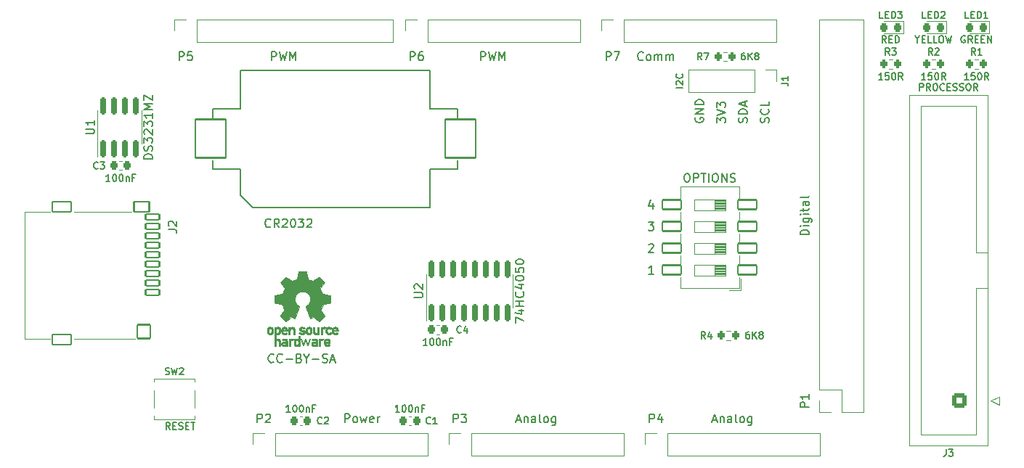
<source format=gbr>
%TF.GenerationSoftware,KiCad,Pcbnew,7.0.9*%
%TF.CreationDate,2023-11-24T14:08:55+01:00*%
%TF.ProjectId,sd-card-shield,73642d63-6172-4642-9d73-6869656c642e,rev?*%
%TF.SameCoordinates,Original*%
%TF.FileFunction,Legend,Top*%
%TF.FilePolarity,Positive*%
%FSLAX46Y46*%
G04 Gerber Fmt 4.6, Leading zero omitted, Abs format (unit mm)*
G04 Created by KiCad (PCBNEW 7.0.9) date 2023-11-24 14:08:55*
%MOMM*%
%LPD*%
G01*
G04 APERTURE LIST*
G04 Aperture macros list*
%AMRoundRect*
0 Rectangle with rounded corners*
0 $1 Rounding radius*
0 $2 $3 $4 $5 $6 $7 $8 $9 X,Y pos of 4 corners*
0 Add a 4 corners polygon primitive as box body*
4,1,4,$2,$3,$4,$5,$6,$7,$8,$9,$2,$3,0*
0 Add four circle primitives for the rounded corners*
1,1,$1+$1,$2,$3*
1,1,$1+$1,$4,$5*
1,1,$1+$1,$6,$7*
1,1,$1+$1,$8,$9*
0 Add four rect primitives between the rounded corners*
20,1,$1+$1,$2,$3,$4,$5,0*
20,1,$1+$1,$4,$5,$6,$7,0*
20,1,$1+$1,$6,$7,$8,$9,0*
20,1,$1+$1,$8,$9,$2,$3,0*%
G04 Aperture macros list end*
%ADD10C,0.048146*%
%ADD11C,0.000000*%
%ADD12C,0.150000*%
%ADD13C,0.120000*%
%ADD14C,0.127000*%
%ADD15R,1.700000X1.700000*%
%ADD16O,1.700000X1.700000*%
%ADD17RoundRect,0.150000X0.150000X-0.850000X0.150000X0.850000X-0.150000X0.850000X-0.150000X-0.850000X0*%
%ADD18RoundRect,0.200000X0.200000X0.275000X-0.200000X0.275000X-0.200000X-0.275000X0.200000X-0.275000X0*%
%ADD19C,3.200000*%
%ADD20RoundRect,0.102000X-1.800000X-2.250000X1.800000X-2.250000X1.800000X2.250000X-1.800000X2.250000X0*%
%ADD21RoundRect,0.150000X0.150000X-0.825000X0.150000X0.825000X-0.150000X0.825000X-0.150000X-0.825000X0*%
%ADD22R,1.600000X1.400000*%
%ADD23C,1.000000*%
%ADD24RoundRect,0.102000X-0.800000X0.350000X-0.800000X-0.350000X0.800000X-0.350000X0.800000X0.350000X0*%
%ADD25RoundRect,0.102000X-0.900000X0.600000X-0.900000X-0.600000X0.900000X-0.600000X0.900000X0.600000X0*%
%ADD26RoundRect,0.102000X-1.100000X0.600000X-1.100000X-0.600000X1.100000X-0.600000X1.100000X0.600000X0*%
%ADD27RoundRect,0.102000X-0.750000X0.800000X-0.750000X-0.800000X0.750000X-0.800000X0.750000X0.800000X0*%
%ADD28RoundRect,0.218750X0.218750X0.256250X-0.218750X0.256250X-0.218750X-0.256250X0.218750X-0.256250X0*%
%ADD29RoundRect,0.102000X1.100000X0.550000X-1.100000X0.550000X-1.100000X-0.550000X1.100000X-0.550000X0*%
%ADD30RoundRect,0.200000X-0.200000X-0.275000X0.200000X-0.275000X0.200000X0.275000X-0.200000X0.275000X0*%
%ADD31RoundRect,0.225000X-0.225000X-0.250000X0.225000X-0.250000X0.225000X0.250000X-0.225000X0.250000X0*%
%ADD32RoundRect,0.250000X0.600000X0.600000X-0.600000X0.600000X-0.600000X-0.600000X0.600000X-0.600000X0*%
%ADD33C,1.700000*%
%ADD34RoundRect,0.225000X0.225000X0.250000X-0.225000X0.250000X-0.225000X-0.250000X0.225000X-0.250000X0*%
G04 APERTURE END LIST*
D10*
X135518711Y-83750015D02*
X135530776Y-83750561D01*
X135542681Y-83751463D01*
X135554427Y-83752712D01*
X135577435Y-83756226D01*
X135599799Y-83761046D01*
X135621514Y-83767115D01*
X135642579Y-83774376D01*
X135662990Y-83782771D01*
X135682744Y-83792243D01*
X135701838Y-83802734D01*
X135720270Y-83814188D01*
X135738037Y-83826546D01*
X135755135Y-83839752D01*
X135771563Y-83853748D01*
X135787316Y-83868477D01*
X135802392Y-83883882D01*
X135816789Y-83899904D01*
X135688912Y-84014156D01*
X135680713Y-84004429D01*
X135672084Y-83995095D01*
X135663038Y-83986185D01*
X135653589Y-83977733D01*
X135643749Y-83969771D01*
X135633530Y-83962331D01*
X135622946Y-83955445D01*
X135612010Y-83949146D01*
X135600734Y-83943467D01*
X135589131Y-83938440D01*
X135577214Y-83934097D01*
X135564996Y-83930472D01*
X135552490Y-83927595D01*
X135539708Y-83925500D01*
X135526664Y-83924219D01*
X135513370Y-83923785D01*
X135487515Y-83924731D01*
X135463056Y-83927597D01*
X135451362Y-83929764D01*
X135440030Y-83932426D01*
X135429067Y-83935590D01*
X135418476Y-83939260D01*
X135408263Y-83943442D01*
X135398431Y-83948141D01*
X135388986Y-83953363D01*
X135379932Y-83959113D01*
X135371274Y-83965395D01*
X135363016Y-83972216D01*
X135355164Y-83979581D01*
X135347722Y-83987495D01*
X135340695Y-83995963D01*
X135334087Y-84004991D01*
X135327903Y-84014584D01*
X135322148Y-84024747D01*
X135316826Y-84035486D01*
X135311943Y-84046805D01*
X135307502Y-84058711D01*
X135303509Y-84071208D01*
X135299968Y-84084302D01*
X135296884Y-84097998D01*
X135294261Y-84112302D01*
X135292105Y-84127218D01*
X135289211Y-84158910D01*
X135288237Y-84193116D01*
X135288482Y-84210392D01*
X135289211Y-84227044D01*
X135290421Y-84243076D01*
X135292107Y-84258494D01*
X135294264Y-84273303D01*
X135296888Y-84287507D01*
X135299973Y-84301111D01*
X135303516Y-84314121D01*
X135307510Y-84326541D01*
X135311952Y-84338377D01*
X135316837Y-84349633D01*
X135322161Y-84360315D01*
X135327917Y-84370427D01*
X135334102Y-84379974D01*
X135340712Y-84388962D01*
X135347740Y-84397395D01*
X135355183Y-84405279D01*
X135363036Y-84412618D01*
X135371294Y-84419416D01*
X135379953Y-84425681D01*
X135389007Y-84431415D01*
X135398452Y-84436625D01*
X135408284Y-84441315D01*
X135418497Y-84445490D01*
X135429086Y-84449155D01*
X135440048Y-84452316D01*
X135451378Y-84454976D01*
X135463070Y-84457142D01*
X135475119Y-84458817D01*
X135487523Y-84460008D01*
X135500274Y-84460719D01*
X135513370Y-84460955D01*
X135520047Y-84460846D01*
X135526664Y-84460521D01*
X135533217Y-84459984D01*
X135539706Y-84459240D01*
X135552486Y-84457145D01*
X135564990Y-84454268D01*
X135577205Y-84450642D01*
X135589119Y-84446300D01*
X135600718Y-84441273D01*
X135611992Y-84435594D01*
X135622926Y-84429295D01*
X135633509Y-84422409D01*
X135643727Y-84414969D01*
X135653569Y-84407007D01*
X135663020Y-84398555D01*
X135672070Y-84389645D01*
X135680705Y-84380311D01*
X135688912Y-84370584D01*
X135816789Y-84484835D01*
X135802401Y-84500833D01*
X135787332Y-84516217D01*
X135771585Y-84530929D01*
X135755163Y-84544911D01*
X135738068Y-84558107D01*
X135720304Y-84570458D01*
X135701874Y-84581906D01*
X135682780Y-84592394D01*
X135663025Y-84601864D01*
X135642613Y-84610259D01*
X135621545Y-84617521D01*
X135599826Y-84623591D01*
X135577457Y-84628413D01*
X135554442Y-84631929D01*
X135530784Y-84634081D01*
X135506486Y-84634811D01*
X135469210Y-84633318D01*
X135432366Y-84628776D01*
X135396225Y-84621094D01*
X135361060Y-84610177D01*
X135343929Y-84603477D01*
X135327144Y-84595934D01*
X135310739Y-84587536D01*
X135294748Y-84578271D01*
X135279206Y-84568128D01*
X135264145Y-84557095D01*
X135249602Y-84545161D01*
X135235608Y-84532313D01*
X135222199Y-84518542D01*
X135209408Y-84503833D01*
X135197270Y-84488178D01*
X135185818Y-84471562D01*
X135175087Y-84453976D01*
X135165110Y-84435407D01*
X135155922Y-84415844D01*
X135147556Y-84395274D01*
X135140048Y-84373688D01*
X135133430Y-84351072D01*
X135127736Y-84327415D01*
X135123002Y-84302707D01*
X135119260Y-84276934D01*
X135116546Y-84250085D01*
X135114892Y-84222150D01*
X135114333Y-84193116D01*
X135114892Y-84163946D01*
X135116546Y-84135882D01*
X135119260Y-84108914D01*
X135123002Y-84083028D01*
X135127736Y-84058214D01*
X135133430Y-84034459D01*
X135140048Y-84011751D01*
X135147556Y-83990079D01*
X135155922Y-83969431D01*
X135165110Y-83949795D01*
X135175087Y-83931159D01*
X135185818Y-83913511D01*
X135197270Y-83896839D01*
X135209408Y-83881132D01*
X135222199Y-83866378D01*
X135235608Y-83852564D01*
X135249602Y-83839680D01*
X135264145Y-83827712D01*
X135279206Y-83816650D01*
X135294748Y-83806481D01*
X135310739Y-83797194D01*
X135327144Y-83788777D01*
X135343929Y-83781217D01*
X135361060Y-83774504D01*
X135378504Y-83768625D01*
X135396225Y-83763568D01*
X135414190Y-83759321D01*
X135432366Y-83755873D01*
X135450717Y-83753212D01*
X135469210Y-83751326D01*
X135506486Y-83749832D01*
X135518711Y-83750015D01*
G36*
X135518711Y-83750015D02*
G01*
X135530776Y-83750561D01*
X135542681Y-83751463D01*
X135554427Y-83752712D01*
X135577435Y-83756226D01*
X135599799Y-83761046D01*
X135621514Y-83767115D01*
X135642579Y-83774376D01*
X135662990Y-83782771D01*
X135682744Y-83792243D01*
X135701838Y-83802734D01*
X135720270Y-83814188D01*
X135738037Y-83826546D01*
X135755135Y-83839752D01*
X135771563Y-83853748D01*
X135787316Y-83868477D01*
X135802392Y-83883882D01*
X135816789Y-83899904D01*
X135688912Y-84014156D01*
X135680713Y-84004429D01*
X135672084Y-83995095D01*
X135663038Y-83986185D01*
X135653589Y-83977733D01*
X135643749Y-83969771D01*
X135633530Y-83962331D01*
X135622946Y-83955445D01*
X135612010Y-83949146D01*
X135600734Y-83943467D01*
X135589131Y-83938440D01*
X135577214Y-83934097D01*
X135564996Y-83930472D01*
X135552490Y-83927595D01*
X135539708Y-83925500D01*
X135526664Y-83924219D01*
X135513370Y-83923785D01*
X135487515Y-83924731D01*
X135463056Y-83927597D01*
X135451362Y-83929764D01*
X135440030Y-83932426D01*
X135429067Y-83935590D01*
X135418476Y-83939260D01*
X135408263Y-83943442D01*
X135398431Y-83948141D01*
X135388986Y-83953363D01*
X135379932Y-83959113D01*
X135371274Y-83965395D01*
X135363016Y-83972216D01*
X135355164Y-83979581D01*
X135347722Y-83987495D01*
X135340695Y-83995963D01*
X135334087Y-84004991D01*
X135327903Y-84014584D01*
X135322148Y-84024747D01*
X135316826Y-84035486D01*
X135311943Y-84046805D01*
X135307502Y-84058711D01*
X135303509Y-84071208D01*
X135299968Y-84084302D01*
X135296884Y-84097998D01*
X135294261Y-84112302D01*
X135292105Y-84127218D01*
X135289211Y-84158910D01*
X135288237Y-84193116D01*
X135288482Y-84210392D01*
X135289211Y-84227044D01*
X135290421Y-84243076D01*
X135292107Y-84258494D01*
X135294264Y-84273303D01*
X135296888Y-84287507D01*
X135299973Y-84301111D01*
X135303516Y-84314121D01*
X135307510Y-84326541D01*
X135311952Y-84338377D01*
X135316837Y-84349633D01*
X135322161Y-84360315D01*
X135327917Y-84370427D01*
X135334102Y-84379974D01*
X135340712Y-84388962D01*
X135347740Y-84397395D01*
X135355183Y-84405279D01*
X135363036Y-84412618D01*
X135371294Y-84419416D01*
X135379953Y-84425681D01*
X135389007Y-84431415D01*
X135398452Y-84436625D01*
X135408284Y-84441315D01*
X135418497Y-84445490D01*
X135429086Y-84449155D01*
X135440048Y-84452316D01*
X135451378Y-84454976D01*
X135463070Y-84457142D01*
X135475119Y-84458817D01*
X135487523Y-84460008D01*
X135500274Y-84460719D01*
X135513370Y-84460955D01*
X135520047Y-84460846D01*
X135526664Y-84460521D01*
X135533217Y-84459984D01*
X135539706Y-84459240D01*
X135552486Y-84457145D01*
X135564990Y-84454268D01*
X135577205Y-84450642D01*
X135589119Y-84446300D01*
X135600718Y-84441273D01*
X135611992Y-84435594D01*
X135622926Y-84429295D01*
X135633509Y-84422409D01*
X135643727Y-84414969D01*
X135653569Y-84407007D01*
X135663020Y-84398555D01*
X135672070Y-84389645D01*
X135680705Y-84380311D01*
X135688912Y-84370584D01*
X135816789Y-84484835D01*
X135802401Y-84500833D01*
X135787332Y-84516217D01*
X135771585Y-84530929D01*
X135755163Y-84544911D01*
X135738068Y-84558107D01*
X135720304Y-84570458D01*
X135701874Y-84581906D01*
X135682780Y-84592394D01*
X135663025Y-84601864D01*
X135642613Y-84610259D01*
X135621545Y-84617521D01*
X135599826Y-84623591D01*
X135577457Y-84628413D01*
X135554442Y-84631929D01*
X135530784Y-84634081D01*
X135506486Y-84634811D01*
X135469210Y-84633318D01*
X135432366Y-84628776D01*
X135396225Y-84621094D01*
X135361060Y-84610177D01*
X135343929Y-84603477D01*
X135327144Y-84595934D01*
X135310739Y-84587536D01*
X135294748Y-84578271D01*
X135279206Y-84568128D01*
X135264145Y-84557095D01*
X135249602Y-84545161D01*
X135235608Y-84532313D01*
X135222199Y-84518542D01*
X135209408Y-84503833D01*
X135197270Y-84488178D01*
X135185818Y-84471562D01*
X135175087Y-84453976D01*
X135165110Y-84435407D01*
X135155922Y-84415844D01*
X135147556Y-84395274D01*
X135140048Y-84373688D01*
X135133430Y-84351072D01*
X135127736Y-84327415D01*
X135123002Y-84302707D01*
X135119260Y-84276934D01*
X135116546Y-84250085D01*
X135114892Y-84222150D01*
X135114333Y-84193116D01*
X135114892Y-84163946D01*
X135116546Y-84135882D01*
X135119260Y-84108914D01*
X135123002Y-84083028D01*
X135127736Y-84058214D01*
X135133430Y-84034459D01*
X135140048Y-84011751D01*
X135147556Y-83990079D01*
X135155922Y-83969431D01*
X135165110Y-83949795D01*
X135175087Y-83931159D01*
X135185818Y-83913511D01*
X135197270Y-83896839D01*
X135209408Y-83881132D01*
X135222199Y-83866378D01*
X135235608Y-83852564D01*
X135249602Y-83839680D01*
X135264145Y-83827712D01*
X135279206Y-83816650D01*
X135294748Y-83806481D01*
X135310739Y-83797194D01*
X135327144Y-83788777D01*
X135343929Y-83781217D01*
X135361060Y-83774504D01*
X135378504Y-83768625D01*
X135396225Y-83763568D01*
X135414190Y-83759321D01*
X135432366Y-83755873D01*
X135450717Y-83753212D01*
X135469210Y-83751326D01*
X135506486Y-83749832D01*
X135518711Y-83750015D01*
G37*
X130324399Y-83750245D02*
X130342046Y-83751476D01*
X130359492Y-83753515D01*
X130376711Y-83756349D01*
X130393678Y-83759969D01*
X130410368Y-83764364D01*
X130426754Y-83769523D01*
X130442810Y-83775434D01*
X130458513Y-83782087D01*
X130473835Y-83789471D01*
X130488751Y-83797575D01*
X130503236Y-83806388D01*
X130517263Y-83815900D01*
X130530809Y-83826098D01*
X130543845Y-83836974D01*
X130556349Y-83848515D01*
X130568292Y-83860710D01*
X130579651Y-83873549D01*
X130590399Y-83887021D01*
X130600511Y-83901115D01*
X130609961Y-83915820D01*
X130618724Y-83931125D01*
X130626773Y-83947019D01*
X130634084Y-83963492D01*
X130640631Y-83980532D01*
X130646388Y-83998128D01*
X130651329Y-84016270D01*
X130655429Y-84034947D01*
X130658663Y-84054147D01*
X130661005Y-84073860D01*
X130662428Y-84094076D01*
X130662909Y-84114782D01*
X130662909Y-84258018D01*
X130124102Y-84258018D01*
X130124355Y-84271083D01*
X130125108Y-84283739D01*
X130126350Y-84295984D01*
X130128072Y-84307819D01*
X130130263Y-84319242D01*
X130132914Y-84330255D01*
X130136014Y-84340856D01*
X130139554Y-84351045D01*
X130143524Y-84360822D01*
X130147913Y-84370187D01*
X130152712Y-84379139D01*
X130157911Y-84387677D01*
X130163500Y-84395803D01*
X130169468Y-84403514D01*
X130175806Y-84410812D01*
X130182504Y-84417695D01*
X130189551Y-84424163D01*
X130196939Y-84430217D01*
X130204656Y-84435855D01*
X130212693Y-84441077D01*
X130221040Y-84445883D01*
X130229687Y-84450274D01*
X130238624Y-84454247D01*
X130247841Y-84457804D01*
X130257328Y-84460943D01*
X130267075Y-84463665D01*
X130277072Y-84465969D01*
X130287309Y-84467855D01*
X130297776Y-84469322D01*
X130308463Y-84470370D01*
X130319360Y-84471000D01*
X130330458Y-84471210D01*
X130342978Y-84470852D01*
X130355581Y-84469786D01*
X130368228Y-84468026D01*
X130380883Y-84465584D01*
X130393507Y-84462472D01*
X130406064Y-84458703D01*
X130418516Y-84454289D01*
X130430825Y-84449243D01*
X130442954Y-84443578D01*
X130454866Y-84437305D01*
X130466523Y-84430438D01*
X130477887Y-84422990D01*
X130488922Y-84414972D01*
X130499589Y-84406397D01*
X130509852Y-84397278D01*
X130519673Y-84387628D01*
X130645865Y-84494994D01*
X130629583Y-84512862D01*
X130612733Y-84529395D01*
X130595344Y-84544620D01*
X130577447Y-84558561D01*
X130559071Y-84571244D01*
X130540245Y-84582692D01*
X130521000Y-84592932D01*
X130501365Y-84601988D01*
X130481371Y-84609885D01*
X130461046Y-84616648D01*
X130440420Y-84622302D01*
X130419524Y-84626872D01*
X130398387Y-84630383D01*
X130377039Y-84632860D01*
X130355509Y-84634328D01*
X130333828Y-84634811D01*
X130300298Y-84633767D01*
X130266433Y-84630453D01*
X130232578Y-84624601D01*
X130199077Y-84615940D01*
X130166276Y-84604202D01*
X130150246Y-84597095D01*
X130134520Y-84589118D01*
X130119140Y-84580236D01*
X130104151Y-84570416D01*
X130089596Y-84559625D01*
X130075516Y-84547829D01*
X130061957Y-84534994D01*
X130048960Y-84521086D01*
X130036568Y-84506072D01*
X130024825Y-84489918D01*
X130013774Y-84472591D01*
X130003458Y-84454056D01*
X129993921Y-84434281D01*
X129985204Y-84413230D01*
X129977351Y-84390872D01*
X129970405Y-84367171D01*
X129964410Y-84342094D01*
X129959409Y-84315609D01*
X129955443Y-84287680D01*
X129952558Y-84258274D01*
X129950795Y-84227358D01*
X129950197Y-84194898D01*
X129950745Y-84164070D01*
X129952363Y-84134550D01*
X129954213Y-84114830D01*
X130124102Y-84114830D01*
X130489004Y-84114830D01*
X130488322Y-84102693D01*
X130487238Y-84090917D01*
X130485760Y-84079505D01*
X130483896Y-84068459D01*
X130481654Y-84057779D01*
X130479041Y-84047467D01*
X130476065Y-84037524D01*
X130472734Y-84027953D01*
X130469056Y-84018755D01*
X130465038Y-84009931D01*
X130460689Y-84001483D01*
X130456017Y-83993412D01*
X130451028Y-83985720D01*
X130445731Y-83978408D01*
X130440133Y-83971478D01*
X130434243Y-83964932D01*
X130428068Y-83958771D01*
X130421617Y-83952996D01*
X130414896Y-83947609D01*
X130407913Y-83942611D01*
X130400677Y-83938005D01*
X130393196Y-83933791D01*
X130385476Y-83929971D01*
X130377526Y-83926547D01*
X130369354Y-83923520D01*
X130360967Y-83920891D01*
X130352373Y-83918663D01*
X130343581Y-83916837D01*
X130334597Y-83915413D01*
X130325430Y-83914395D01*
X130316087Y-83913782D01*
X130306577Y-83913578D01*
X130297062Y-83913782D01*
X130287705Y-83914395D01*
X130278515Y-83915413D01*
X130269502Y-83916837D01*
X130260673Y-83918663D01*
X130252038Y-83920891D01*
X130243605Y-83923520D01*
X130235384Y-83926547D01*
X130227381Y-83929971D01*
X130219608Y-83933791D01*
X130212072Y-83938005D01*
X130204781Y-83942611D01*
X130197746Y-83947609D01*
X130190974Y-83952996D01*
X130184474Y-83958771D01*
X130178255Y-83964932D01*
X130172326Y-83971479D01*
X130166695Y-83978408D01*
X130161372Y-83985720D01*
X130156364Y-83993412D01*
X130151681Y-84001483D01*
X130147332Y-84009931D01*
X130143325Y-84018755D01*
X130139669Y-84027954D01*
X130136372Y-84037525D01*
X130133444Y-84047467D01*
X130130893Y-84057779D01*
X130128728Y-84068459D01*
X130126958Y-84079505D01*
X130125591Y-84090917D01*
X130124636Y-84102693D01*
X130124102Y-84114830D01*
X129954213Y-84114830D01*
X129955012Y-84106315D01*
X129958654Y-84079343D01*
X129963250Y-84053613D01*
X129968761Y-84029104D01*
X129975149Y-84005794D01*
X129982374Y-83983662D01*
X129990399Y-83962685D01*
X129999184Y-83942844D01*
X130008691Y-83924115D01*
X130018882Y-83906478D01*
X130029716Y-83889911D01*
X130041157Y-83874392D01*
X130053165Y-83859900D01*
X130065701Y-83846414D01*
X130078726Y-83833912D01*
X130092203Y-83822373D01*
X130106093Y-83811774D01*
X130120355Y-83802095D01*
X130134953Y-83793314D01*
X130149848Y-83785409D01*
X130164999Y-83778359D01*
X130180370Y-83772143D01*
X130195921Y-83766738D01*
X130211614Y-83762124D01*
X130227410Y-83758279D01*
X130243269Y-83755181D01*
X130275027Y-83751141D01*
X130306577Y-83749833D01*
X130324399Y-83750245D01*
G36*
X130324399Y-83750245D02*
G01*
X130342046Y-83751476D01*
X130359492Y-83753515D01*
X130376711Y-83756349D01*
X130393678Y-83759969D01*
X130410368Y-83764364D01*
X130426754Y-83769523D01*
X130442810Y-83775434D01*
X130458513Y-83782087D01*
X130473835Y-83789471D01*
X130488751Y-83797575D01*
X130503236Y-83806388D01*
X130517263Y-83815900D01*
X130530809Y-83826098D01*
X130543845Y-83836974D01*
X130556349Y-83848515D01*
X130568292Y-83860710D01*
X130579651Y-83873549D01*
X130590399Y-83887021D01*
X130600511Y-83901115D01*
X130609961Y-83915820D01*
X130618724Y-83931125D01*
X130626773Y-83947019D01*
X130634084Y-83963492D01*
X130640631Y-83980532D01*
X130646388Y-83998128D01*
X130651329Y-84016270D01*
X130655429Y-84034947D01*
X130658663Y-84054147D01*
X130661005Y-84073860D01*
X130662428Y-84094076D01*
X130662909Y-84114782D01*
X130662909Y-84258018D01*
X130124102Y-84258018D01*
X130124355Y-84271083D01*
X130125108Y-84283739D01*
X130126350Y-84295984D01*
X130128072Y-84307819D01*
X130130263Y-84319242D01*
X130132914Y-84330255D01*
X130136014Y-84340856D01*
X130139554Y-84351045D01*
X130143524Y-84360822D01*
X130147913Y-84370187D01*
X130152712Y-84379139D01*
X130157911Y-84387677D01*
X130163500Y-84395803D01*
X130169468Y-84403514D01*
X130175806Y-84410812D01*
X130182504Y-84417695D01*
X130189551Y-84424163D01*
X130196939Y-84430217D01*
X130204656Y-84435855D01*
X130212693Y-84441077D01*
X130221040Y-84445883D01*
X130229687Y-84450274D01*
X130238624Y-84454247D01*
X130247841Y-84457804D01*
X130257328Y-84460943D01*
X130267075Y-84463665D01*
X130277072Y-84465969D01*
X130287309Y-84467855D01*
X130297776Y-84469322D01*
X130308463Y-84470370D01*
X130319360Y-84471000D01*
X130330458Y-84471210D01*
X130342978Y-84470852D01*
X130355581Y-84469786D01*
X130368228Y-84468026D01*
X130380883Y-84465584D01*
X130393507Y-84462472D01*
X130406064Y-84458703D01*
X130418516Y-84454289D01*
X130430825Y-84449243D01*
X130442954Y-84443578D01*
X130454866Y-84437305D01*
X130466523Y-84430438D01*
X130477887Y-84422990D01*
X130488922Y-84414972D01*
X130499589Y-84406397D01*
X130509852Y-84397278D01*
X130519673Y-84387628D01*
X130645865Y-84494994D01*
X130629583Y-84512862D01*
X130612733Y-84529395D01*
X130595344Y-84544620D01*
X130577447Y-84558561D01*
X130559071Y-84571244D01*
X130540245Y-84582692D01*
X130521000Y-84592932D01*
X130501365Y-84601988D01*
X130481371Y-84609885D01*
X130461046Y-84616648D01*
X130440420Y-84622302D01*
X130419524Y-84626872D01*
X130398387Y-84630383D01*
X130377039Y-84632860D01*
X130355509Y-84634328D01*
X130333828Y-84634811D01*
X130300298Y-84633767D01*
X130266433Y-84630453D01*
X130232578Y-84624601D01*
X130199077Y-84615940D01*
X130166276Y-84604202D01*
X130150246Y-84597095D01*
X130134520Y-84589118D01*
X130119140Y-84580236D01*
X130104151Y-84570416D01*
X130089596Y-84559625D01*
X130075516Y-84547829D01*
X130061957Y-84534994D01*
X130048960Y-84521086D01*
X130036568Y-84506072D01*
X130024825Y-84489918D01*
X130013774Y-84472591D01*
X130003458Y-84454056D01*
X129993921Y-84434281D01*
X129985204Y-84413230D01*
X129977351Y-84390872D01*
X129970405Y-84367171D01*
X129964410Y-84342094D01*
X129959409Y-84315609D01*
X129955443Y-84287680D01*
X129952558Y-84258274D01*
X129950795Y-84227358D01*
X129950197Y-84194898D01*
X129950745Y-84164070D01*
X129952363Y-84134550D01*
X129954213Y-84114830D01*
X130124102Y-84114830D01*
X130489004Y-84114830D01*
X130488322Y-84102693D01*
X130487238Y-84090917D01*
X130485760Y-84079505D01*
X130483896Y-84068459D01*
X130481654Y-84057779D01*
X130479041Y-84047467D01*
X130476065Y-84037524D01*
X130472734Y-84027953D01*
X130469056Y-84018755D01*
X130465038Y-84009931D01*
X130460689Y-84001483D01*
X130456017Y-83993412D01*
X130451028Y-83985720D01*
X130445731Y-83978408D01*
X130440133Y-83971478D01*
X130434243Y-83964932D01*
X130428068Y-83958771D01*
X130421617Y-83952996D01*
X130414896Y-83947609D01*
X130407913Y-83942611D01*
X130400677Y-83938005D01*
X130393196Y-83933791D01*
X130385476Y-83929971D01*
X130377526Y-83926547D01*
X130369354Y-83923520D01*
X130360967Y-83920891D01*
X130352373Y-83918663D01*
X130343581Y-83916837D01*
X130334597Y-83915413D01*
X130325430Y-83914395D01*
X130316087Y-83913782D01*
X130306577Y-83913578D01*
X130297062Y-83913782D01*
X130287705Y-83914395D01*
X130278515Y-83915413D01*
X130269502Y-83916837D01*
X130260673Y-83918663D01*
X130252038Y-83920891D01*
X130243605Y-83923520D01*
X130235384Y-83926547D01*
X130227381Y-83929971D01*
X130219608Y-83933791D01*
X130212072Y-83938005D01*
X130204781Y-83942611D01*
X130197746Y-83947609D01*
X130190974Y-83952996D01*
X130184474Y-83958771D01*
X130178255Y-83964932D01*
X130172326Y-83971479D01*
X130166695Y-83978408D01*
X130161372Y-83985720D01*
X130156364Y-83993412D01*
X130151681Y-84001483D01*
X130147332Y-84009931D01*
X130143325Y-84018755D01*
X130139669Y-84027954D01*
X130136372Y-84037525D01*
X130133444Y-84047467D01*
X130130893Y-84057779D01*
X130128728Y-84068459D01*
X130126958Y-84079505D01*
X130125591Y-84090917D01*
X130124636Y-84102693D01*
X130124102Y-84114830D01*
X129954213Y-84114830D01*
X129955012Y-84106315D01*
X129958654Y-84079343D01*
X129963250Y-84053613D01*
X129968761Y-84029104D01*
X129975149Y-84005794D01*
X129982374Y-83983662D01*
X129990399Y-83962685D01*
X129999184Y-83942844D01*
X130008691Y-83924115D01*
X130018882Y-83906478D01*
X130029716Y-83889911D01*
X130041157Y-83874392D01*
X130053165Y-83859900D01*
X130065701Y-83846414D01*
X130078726Y-83833912D01*
X130092203Y-83822373D01*
X130106093Y-83811774D01*
X130120355Y-83802095D01*
X130134953Y-83793314D01*
X130149848Y-83785409D01*
X130164999Y-83778359D01*
X130180370Y-83772143D01*
X130195921Y-83766738D01*
X130211614Y-83762124D01*
X130227410Y-83758279D01*
X130243269Y-83755181D01*
X130275027Y-83751141D01*
X130306577Y-83749833D01*
X130324399Y-83750245D01*
G37*
X132118760Y-85990084D02*
X131944855Y-85990084D01*
X131944855Y-85899714D01*
X131934331Y-85910666D01*
X131923231Y-85921150D01*
X131911582Y-85931133D01*
X131899407Y-85940582D01*
X131886732Y-85949464D01*
X131873582Y-85957746D01*
X131859981Y-85965395D01*
X131845956Y-85972378D01*
X131831531Y-85978663D01*
X131816730Y-85984217D01*
X131801580Y-85989006D01*
X131786105Y-85992999D01*
X131770330Y-85996161D01*
X131754280Y-85998461D01*
X131737980Y-85999864D01*
X131721455Y-86000340D01*
X131711628Y-86000201D01*
X131701971Y-85999787D01*
X131692483Y-85999106D01*
X131683164Y-85998161D01*
X131674014Y-85996959D01*
X131665033Y-85995505D01*
X131656219Y-85993805D01*
X131647574Y-85991864D01*
X131639096Y-85989689D01*
X131630785Y-85987284D01*
X131622641Y-85984656D01*
X131614664Y-85981810D01*
X131606852Y-85978751D01*
X131599207Y-85975486D01*
X131584412Y-85968358D01*
X131570278Y-85960470D01*
X131556800Y-85951868D01*
X131543976Y-85942597D01*
X131531804Y-85932701D01*
X131520282Y-85922225D01*
X131509405Y-85911216D01*
X131499173Y-85899716D01*
X131489582Y-85887773D01*
X131481022Y-85876283D01*
X131473232Y-85864678D01*
X131466182Y-85852718D01*
X131459842Y-85840167D01*
X131454181Y-85826788D01*
X131449171Y-85812342D01*
X131444780Y-85796594D01*
X131440979Y-85779305D01*
X131437737Y-85760238D01*
X131435026Y-85739156D01*
X131432813Y-85715822D01*
X131431071Y-85689997D01*
X131428874Y-85629930D01*
X131428196Y-85557056D01*
X131428196Y-85557055D01*
X131602100Y-85557055D01*
X131602236Y-85582271D01*
X131602786Y-85607291D01*
X131603966Y-85631916D01*
X131605990Y-85655950D01*
X131609073Y-85679194D01*
X131611078Y-85690458D01*
X131613429Y-85701452D01*
X131616153Y-85712149D01*
X131619275Y-85722526D01*
X131622823Y-85732558D01*
X131626824Y-85742220D01*
X131631304Y-85751487D01*
X131636291Y-85760335D01*
X131641811Y-85768739D01*
X131647891Y-85776675D01*
X131654559Y-85784118D01*
X131661840Y-85791042D01*
X131669762Y-85797425D01*
X131678351Y-85803240D01*
X131687635Y-85808463D01*
X131697640Y-85813070D01*
X131708393Y-85817036D01*
X131719921Y-85820336D01*
X131732251Y-85822946D01*
X131745410Y-85824840D01*
X131759424Y-85825995D01*
X131774320Y-85826386D01*
X131789064Y-85825971D01*
X131802934Y-85824747D01*
X131815959Y-85822743D01*
X131828163Y-85819989D01*
X131839575Y-85816512D01*
X131850219Y-85812344D01*
X131860124Y-85807513D01*
X131869315Y-85802048D01*
X131877819Y-85795980D01*
X131885663Y-85789336D01*
X131892873Y-85782146D01*
X131899475Y-85774441D01*
X131905497Y-85766248D01*
X131910964Y-85757598D01*
X131915904Y-85748520D01*
X131920342Y-85739042D01*
X131924306Y-85729195D01*
X131927822Y-85719007D01*
X131933615Y-85697728D01*
X131937934Y-85675439D01*
X131940992Y-85652375D01*
X131943000Y-85628770D01*
X131944172Y-85604859D01*
X131944855Y-85557056D01*
X131944720Y-85533529D01*
X131944172Y-85509800D01*
X131943000Y-85486104D01*
X131940992Y-85462679D01*
X131937934Y-85439764D01*
X131935945Y-85428571D01*
X131933615Y-85417595D01*
X131930916Y-85406864D01*
X131927822Y-85396410D01*
X131924306Y-85386260D01*
X131920342Y-85376446D01*
X131915904Y-85366997D01*
X131910964Y-85357942D01*
X131905497Y-85349311D01*
X131899475Y-85341134D01*
X131892873Y-85333440D01*
X131885663Y-85326260D01*
X131877820Y-85319623D01*
X131869315Y-85313558D01*
X131860124Y-85308096D01*
X131850220Y-85303265D01*
X131839575Y-85299096D01*
X131828163Y-85295619D01*
X131815959Y-85292863D01*
X131802934Y-85290857D01*
X131789064Y-85289632D01*
X131774320Y-85289217D01*
X131774320Y-85289216D01*
X131759424Y-85289607D01*
X131745410Y-85290762D01*
X131732251Y-85292657D01*
X131719921Y-85295267D01*
X131708393Y-85298566D01*
X131697640Y-85302530D01*
X131687635Y-85307134D01*
X131678351Y-85312352D01*
X131669762Y-85318160D01*
X131661840Y-85324533D01*
X131654559Y-85331446D01*
X131647891Y-85338873D01*
X131641811Y-85346791D01*
X131636291Y-85355173D01*
X131631304Y-85363995D01*
X131626824Y-85373232D01*
X131622823Y-85382858D01*
X131619275Y-85392850D01*
X131613429Y-85413828D01*
X131609073Y-85435966D01*
X131605990Y-85459063D01*
X131603966Y-85482921D01*
X131602786Y-85507338D01*
X131602100Y-85557055D01*
X131428196Y-85557055D01*
X131428360Y-85519161D01*
X131428874Y-85484674D01*
X131429768Y-85453357D01*
X131431071Y-85424977D01*
X131432813Y-85399299D01*
X131435025Y-85376087D01*
X131437737Y-85355107D01*
X131440978Y-85336123D01*
X131444779Y-85318901D01*
X131446899Y-85310877D01*
X131449170Y-85303205D01*
X131451596Y-85295856D01*
X131454181Y-85288800D01*
X131456928Y-85282009D01*
X131459841Y-85275453D01*
X131466181Y-85262926D01*
X131473232Y-85250986D01*
X131481022Y-85239398D01*
X131489582Y-85227926D01*
X131499173Y-85215967D01*
X131509405Y-85204456D01*
X131520282Y-85193438D01*
X131531804Y-85182958D01*
X131543976Y-85173060D01*
X131556800Y-85163788D01*
X131570278Y-85155189D01*
X131584413Y-85147305D01*
X131599207Y-85140182D01*
X131614664Y-85133864D01*
X131630785Y-85128396D01*
X131647574Y-85123822D01*
X131665033Y-85120186D01*
X131683164Y-85117535D01*
X131701971Y-85115911D01*
X131721455Y-85115360D01*
X131737867Y-85115834D01*
X131753859Y-85117238D01*
X131769451Y-85119541D01*
X131784663Y-85122713D01*
X131799514Y-85126725D01*
X131814026Y-85131546D01*
X131828218Y-85137146D01*
X131842110Y-85143495D01*
X131855723Y-85150564D01*
X131869075Y-85158323D01*
X131882188Y-85166740D01*
X131895080Y-85175787D01*
X131907773Y-85185434D01*
X131920287Y-85195650D01*
X131932641Y-85206406D01*
X131944855Y-85217671D01*
X131944855Y-84775976D01*
X132118760Y-84775976D01*
X132118760Y-85990084D01*
G36*
X132118760Y-85990084D02*
G01*
X131944855Y-85990084D01*
X131944855Y-85899714D01*
X131934331Y-85910666D01*
X131923231Y-85921150D01*
X131911582Y-85931133D01*
X131899407Y-85940582D01*
X131886732Y-85949464D01*
X131873582Y-85957746D01*
X131859981Y-85965395D01*
X131845956Y-85972378D01*
X131831531Y-85978663D01*
X131816730Y-85984217D01*
X131801580Y-85989006D01*
X131786105Y-85992999D01*
X131770330Y-85996161D01*
X131754280Y-85998461D01*
X131737980Y-85999864D01*
X131721455Y-86000340D01*
X131711628Y-86000201D01*
X131701971Y-85999787D01*
X131692483Y-85999106D01*
X131683164Y-85998161D01*
X131674014Y-85996959D01*
X131665033Y-85995505D01*
X131656219Y-85993805D01*
X131647574Y-85991864D01*
X131639096Y-85989689D01*
X131630785Y-85987284D01*
X131622641Y-85984656D01*
X131614664Y-85981810D01*
X131606852Y-85978751D01*
X131599207Y-85975486D01*
X131584412Y-85968358D01*
X131570278Y-85960470D01*
X131556800Y-85951868D01*
X131543976Y-85942597D01*
X131531804Y-85932701D01*
X131520282Y-85922225D01*
X131509405Y-85911216D01*
X131499173Y-85899716D01*
X131489582Y-85887773D01*
X131481022Y-85876283D01*
X131473232Y-85864678D01*
X131466182Y-85852718D01*
X131459842Y-85840167D01*
X131454181Y-85826788D01*
X131449171Y-85812342D01*
X131444780Y-85796594D01*
X131440979Y-85779305D01*
X131437737Y-85760238D01*
X131435026Y-85739156D01*
X131432813Y-85715822D01*
X131431071Y-85689997D01*
X131428874Y-85629930D01*
X131428196Y-85557056D01*
X131428196Y-85557055D01*
X131602100Y-85557055D01*
X131602236Y-85582271D01*
X131602786Y-85607291D01*
X131603966Y-85631916D01*
X131605990Y-85655950D01*
X131609073Y-85679194D01*
X131611078Y-85690458D01*
X131613429Y-85701452D01*
X131616153Y-85712149D01*
X131619275Y-85722526D01*
X131622823Y-85732558D01*
X131626824Y-85742220D01*
X131631304Y-85751487D01*
X131636291Y-85760335D01*
X131641811Y-85768739D01*
X131647891Y-85776675D01*
X131654559Y-85784118D01*
X131661840Y-85791042D01*
X131669762Y-85797425D01*
X131678351Y-85803240D01*
X131687635Y-85808463D01*
X131697640Y-85813070D01*
X131708393Y-85817036D01*
X131719921Y-85820336D01*
X131732251Y-85822946D01*
X131745410Y-85824840D01*
X131759424Y-85825995D01*
X131774320Y-85826386D01*
X131789064Y-85825971D01*
X131802934Y-85824747D01*
X131815959Y-85822743D01*
X131828163Y-85819989D01*
X131839575Y-85816512D01*
X131850219Y-85812344D01*
X131860124Y-85807513D01*
X131869315Y-85802048D01*
X131877819Y-85795980D01*
X131885663Y-85789336D01*
X131892873Y-85782146D01*
X131899475Y-85774441D01*
X131905497Y-85766248D01*
X131910964Y-85757598D01*
X131915904Y-85748520D01*
X131920342Y-85739042D01*
X131924306Y-85729195D01*
X131927822Y-85719007D01*
X131933615Y-85697728D01*
X131937934Y-85675439D01*
X131940992Y-85652375D01*
X131943000Y-85628770D01*
X131944172Y-85604859D01*
X131944855Y-85557056D01*
X131944720Y-85533529D01*
X131944172Y-85509800D01*
X131943000Y-85486104D01*
X131940992Y-85462679D01*
X131937934Y-85439764D01*
X131935945Y-85428571D01*
X131933615Y-85417595D01*
X131930916Y-85406864D01*
X131927822Y-85396410D01*
X131924306Y-85386260D01*
X131920342Y-85376446D01*
X131915904Y-85366997D01*
X131910964Y-85357942D01*
X131905497Y-85349311D01*
X131899475Y-85341134D01*
X131892873Y-85333440D01*
X131885663Y-85326260D01*
X131877820Y-85319623D01*
X131869315Y-85313558D01*
X131860124Y-85308096D01*
X131850220Y-85303265D01*
X131839575Y-85299096D01*
X131828163Y-85295619D01*
X131815959Y-85292863D01*
X131802934Y-85290857D01*
X131789064Y-85289632D01*
X131774320Y-85289217D01*
X131774320Y-85289216D01*
X131759424Y-85289607D01*
X131745410Y-85290762D01*
X131732251Y-85292657D01*
X131719921Y-85295267D01*
X131708393Y-85298566D01*
X131697640Y-85302530D01*
X131687635Y-85307134D01*
X131678351Y-85312352D01*
X131669762Y-85318160D01*
X131661840Y-85324533D01*
X131654559Y-85331446D01*
X131647891Y-85338873D01*
X131641811Y-85346791D01*
X131636291Y-85355173D01*
X131631304Y-85363995D01*
X131626824Y-85373232D01*
X131622823Y-85382858D01*
X131619275Y-85392850D01*
X131613429Y-85413828D01*
X131609073Y-85435966D01*
X131605990Y-85459063D01*
X131603966Y-85482921D01*
X131602786Y-85507338D01*
X131602100Y-85557055D01*
X131428196Y-85557055D01*
X131428360Y-85519161D01*
X131428874Y-85484674D01*
X131429768Y-85453357D01*
X131431071Y-85424977D01*
X131432813Y-85399299D01*
X131435025Y-85376087D01*
X131437737Y-85355107D01*
X131440978Y-85336123D01*
X131444779Y-85318901D01*
X131446899Y-85310877D01*
X131449170Y-85303205D01*
X131451596Y-85295856D01*
X131454181Y-85288800D01*
X131456928Y-85282009D01*
X131459841Y-85275453D01*
X131466181Y-85262926D01*
X131473232Y-85250986D01*
X131481022Y-85239398D01*
X131489582Y-85227926D01*
X131499173Y-85215967D01*
X131509405Y-85204456D01*
X131520282Y-85193438D01*
X131531804Y-85182958D01*
X131543976Y-85173060D01*
X131556800Y-85163788D01*
X131570278Y-85155189D01*
X131584413Y-85147305D01*
X131599207Y-85140182D01*
X131614664Y-85133864D01*
X131630785Y-85128396D01*
X131647574Y-85123822D01*
X131665033Y-85120186D01*
X131683164Y-85117535D01*
X131701971Y-85115911D01*
X131721455Y-85115360D01*
X131737867Y-85115834D01*
X131753859Y-85117238D01*
X131769451Y-85119541D01*
X131784663Y-85122713D01*
X131799514Y-85126725D01*
X131814026Y-85131546D01*
X131828218Y-85137146D01*
X131842110Y-85143495D01*
X131855723Y-85150564D01*
X131869075Y-85158323D01*
X131882188Y-85166740D01*
X131895080Y-85175787D01*
X131907773Y-85185434D01*
X131920287Y-85195650D01*
X131932641Y-85206406D01*
X131944855Y-85217671D01*
X131944855Y-84775976D01*
X132118760Y-84775976D01*
X132118760Y-85990084D01*
G37*
X133824697Y-85116216D02*
X133862181Y-85118854D01*
X133897874Y-85123376D01*
X133915012Y-85126375D01*
X133931658Y-85129884D01*
X133947797Y-85133914D01*
X133963415Y-85138479D01*
X133978497Y-85143592D01*
X133993028Y-85149265D01*
X134006993Y-85155512D01*
X134020379Y-85162344D01*
X134033169Y-85169775D01*
X134045350Y-85177818D01*
X134056906Y-85186485D01*
X134067824Y-85195789D01*
X134078088Y-85205743D01*
X134087683Y-85216359D01*
X134096595Y-85227651D01*
X134104810Y-85239631D01*
X134112311Y-85252313D01*
X134119086Y-85265708D01*
X134125119Y-85279829D01*
X134130395Y-85294690D01*
X134134899Y-85310303D01*
X134138618Y-85326681D01*
X134141536Y-85343837D01*
X134143638Y-85361783D01*
X134144911Y-85380532D01*
X134145338Y-85400098D01*
X134145338Y-85990084D01*
X133971385Y-85990084D01*
X133971337Y-85990085D01*
X133971337Y-85913340D01*
X133967966Y-85913340D01*
X133960961Y-85924163D01*
X133953346Y-85934232D01*
X133945070Y-85943555D01*
X133936084Y-85952140D01*
X133926338Y-85959993D01*
X133915783Y-85967124D01*
X133904369Y-85973538D01*
X133892046Y-85979245D01*
X133878764Y-85984252D01*
X133864474Y-85988566D01*
X133849126Y-85992196D01*
X133832670Y-85995148D01*
X133815057Y-85997431D01*
X133796236Y-85999052D01*
X133776159Y-86000019D01*
X133754774Y-86000340D01*
X133736946Y-86000007D01*
X133719593Y-85999020D01*
X133702722Y-85997392D01*
X133686338Y-85995137D01*
X133670446Y-85992271D01*
X133655054Y-85988807D01*
X133640168Y-85984759D01*
X133625792Y-85980143D01*
X133611933Y-85974972D01*
X133598597Y-85969261D01*
X133585790Y-85963024D01*
X133573517Y-85956276D01*
X133561786Y-85949030D01*
X133550601Y-85941302D01*
X133539968Y-85933105D01*
X133529895Y-85924455D01*
X133520385Y-85915365D01*
X133511446Y-85905849D01*
X133503084Y-85895922D01*
X133495304Y-85885599D01*
X133488112Y-85874894D01*
X133481514Y-85863821D01*
X133475517Y-85852394D01*
X133470125Y-85840628D01*
X133465346Y-85828537D01*
X133461184Y-85816136D01*
X133457647Y-85803439D01*
X133454739Y-85790460D01*
X133452467Y-85777214D01*
X133450837Y-85763715D01*
X133449855Y-85749977D01*
X133449526Y-85736015D01*
X133449711Y-85727493D01*
X133613320Y-85727493D01*
X133613866Y-85738263D01*
X133615530Y-85748810D01*
X133618348Y-85759069D01*
X133622357Y-85768975D01*
X133624821Y-85773775D01*
X133627596Y-85778462D01*
X133630688Y-85783029D01*
X133634102Y-85787466D01*
X133637841Y-85791766D01*
X133641911Y-85795921D01*
X133646316Y-85799923D01*
X133651061Y-85803763D01*
X133656151Y-85807433D01*
X133661590Y-85810926D01*
X133667382Y-85814232D01*
X133673534Y-85817345D01*
X133680048Y-85820255D01*
X133686931Y-85822955D01*
X133694186Y-85825436D01*
X133701819Y-85827691D01*
X133718234Y-85831488D01*
X133736214Y-85834280D01*
X133755796Y-85836004D01*
X133777018Y-85836593D01*
X133803083Y-85836388D01*
X133826978Y-85835672D01*
X133848770Y-85834291D01*
X133868526Y-85832095D01*
X133877662Y-85830643D01*
X133886315Y-85828929D01*
X133894492Y-85826935D01*
X133902203Y-85824642D01*
X133909455Y-85822030D01*
X133916258Y-85819080D01*
X133922619Y-85815774D01*
X133928547Y-85812092D01*
X133934050Y-85808016D01*
X133939138Y-85803525D01*
X133943817Y-85798601D01*
X133948097Y-85793226D01*
X133951987Y-85787379D01*
X133955494Y-85781042D01*
X133958627Y-85774196D01*
X133961395Y-85766822D01*
X133963805Y-85758900D01*
X133965866Y-85750412D01*
X133967588Y-85741339D01*
X133968977Y-85731660D01*
X133970043Y-85721359D01*
X133970794Y-85710414D01*
X133971239Y-85698808D01*
X133971385Y-85686521D01*
X133971386Y-85623401D01*
X133763393Y-85623401D01*
X133753961Y-85623520D01*
X133744847Y-85623876D01*
X133736050Y-85624466D01*
X133727570Y-85625285D01*
X133719404Y-85626330D01*
X133711551Y-85627598D01*
X133704011Y-85629086D01*
X133696781Y-85630789D01*
X133689862Y-85632705D01*
X133683250Y-85634830D01*
X133676946Y-85637161D01*
X133670948Y-85639693D01*
X133665254Y-85642425D01*
X133659864Y-85645352D01*
X133654777Y-85648470D01*
X133649990Y-85651777D01*
X133645503Y-85655269D01*
X133641314Y-85658942D01*
X133637423Y-85662794D01*
X133633828Y-85666820D01*
X133630527Y-85671017D01*
X133627520Y-85675381D01*
X133624805Y-85679910D01*
X133622382Y-85684600D01*
X133620248Y-85689447D01*
X133618402Y-85694448D01*
X133616844Y-85699600D01*
X133615572Y-85704898D01*
X133614585Y-85710340D01*
X133613882Y-85715922D01*
X133613460Y-85721641D01*
X133613320Y-85727493D01*
X133449711Y-85727493D01*
X133449806Y-85723133D01*
X133450645Y-85710387D01*
X133452042Y-85697797D01*
X133453996Y-85685379D01*
X133456506Y-85673152D01*
X133459571Y-85661133D01*
X133463190Y-85649341D01*
X133467362Y-85637792D01*
X133472087Y-85626506D01*
X133477362Y-85615499D01*
X133483188Y-85604790D01*
X133489563Y-85594397D01*
X133496486Y-85584336D01*
X133503957Y-85574627D01*
X133511974Y-85565287D01*
X133520536Y-85556333D01*
X133529643Y-85547784D01*
X133539292Y-85539657D01*
X133549485Y-85531970D01*
X133560218Y-85524742D01*
X133571492Y-85517989D01*
X133583306Y-85511730D01*
X133595658Y-85505983D01*
X133608547Y-85500764D01*
X133621973Y-85496093D01*
X133635934Y-85491987D01*
X133650430Y-85488464D01*
X133665460Y-85485541D01*
X133681022Y-85483237D01*
X133697116Y-85481569D01*
X133713740Y-85480555D01*
X133730894Y-85480213D01*
X133971337Y-85480213D01*
X133971337Y-85389843D01*
X133970713Y-85375117D01*
X133969927Y-85368207D01*
X133968822Y-85361593D01*
X133967393Y-85355270D01*
X133965637Y-85349234D01*
X133963551Y-85343482D01*
X133961131Y-85338008D01*
X133958374Y-85332808D01*
X133955276Y-85327878D01*
X133951834Y-85323214D01*
X133948044Y-85318812D01*
X133943903Y-85314666D01*
X133939408Y-85310773D01*
X133934555Y-85307128D01*
X133929341Y-85303727D01*
X133923762Y-85300566D01*
X133917814Y-85297640D01*
X133904801Y-85292477D01*
X133890274Y-85288203D01*
X133874206Y-85284784D01*
X133856568Y-85282185D01*
X133837334Y-85280371D01*
X133816475Y-85279308D01*
X133793965Y-85278962D01*
X133777572Y-85279166D01*
X133762247Y-85279795D01*
X133747937Y-85280869D01*
X133734590Y-85282412D01*
X133728261Y-85283366D01*
X133722153Y-85284446D01*
X133716260Y-85285654D01*
X133710574Y-85286992D01*
X133705089Y-85288465D01*
X133699799Y-85290074D01*
X133694697Y-85291822D01*
X133689777Y-85293712D01*
X133685031Y-85295748D01*
X133680454Y-85297931D01*
X133676038Y-85300264D01*
X133671778Y-85302750D01*
X133667666Y-85305393D01*
X133663697Y-85308194D01*
X133659862Y-85311157D01*
X133656157Y-85314284D01*
X133652574Y-85317578D01*
X133649106Y-85321042D01*
X133645748Y-85324678D01*
X133642492Y-85328490D01*
X133639333Y-85332480D01*
X133636262Y-85336651D01*
X133633275Y-85341006D01*
X133630364Y-85345548D01*
X133493917Y-85241552D01*
X133506726Y-85224948D01*
X133520223Y-85209672D01*
X133534417Y-85195687D01*
X133549314Y-85182958D01*
X133564921Y-85171450D01*
X133581246Y-85161127D01*
X133598295Y-85151955D01*
X133616076Y-85143899D01*
X133634597Y-85136922D01*
X133653863Y-85130990D01*
X133673884Y-85126067D01*
X133694665Y-85122118D01*
X133716214Y-85119109D01*
X133738538Y-85117002D01*
X133761644Y-85115765D01*
X133785539Y-85115360D01*
X133824697Y-85116216D01*
G36*
X133824697Y-85116216D02*
G01*
X133862181Y-85118854D01*
X133897874Y-85123376D01*
X133915012Y-85126375D01*
X133931658Y-85129884D01*
X133947797Y-85133914D01*
X133963415Y-85138479D01*
X133978497Y-85143592D01*
X133993028Y-85149265D01*
X134006993Y-85155512D01*
X134020379Y-85162344D01*
X134033169Y-85169775D01*
X134045350Y-85177818D01*
X134056906Y-85186485D01*
X134067824Y-85195789D01*
X134078088Y-85205743D01*
X134087683Y-85216359D01*
X134096595Y-85227651D01*
X134104810Y-85239631D01*
X134112311Y-85252313D01*
X134119086Y-85265708D01*
X134125119Y-85279829D01*
X134130395Y-85294690D01*
X134134899Y-85310303D01*
X134138618Y-85326681D01*
X134141536Y-85343837D01*
X134143638Y-85361783D01*
X134144911Y-85380532D01*
X134145338Y-85400098D01*
X134145338Y-85990084D01*
X133971385Y-85990084D01*
X133971337Y-85990085D01*
X133971337Y-85913340D01*
X133967966Y-85913340D01*
X133960961Y-85924163D01*
X133953346Y-85934232D01*
X133945070Y-85943555D01*
X133936084Y-85952140D01*
X133926338Y-85959993D01*
X133915783Y-85967124D01*
X133904369Y-85973538D01*
X133892046Y-85979245D01*
X133878764Y-85984252D01*
X133864474Y-85988566D01*
X133849126Y-85992196D01*
X133832670Y-85995148D01*
X133815057Y-85997431D01*
X133796236Y-85999052D01*
X133776159Y-86000019D01*
X133754774Y-86000340D01*
X133736946Y-86000007D01*
X133719593Y-85999020D01*
X133702722Y-85997392D01*
X133686338Y-85995137D01*
X133670446Y-85992271D01*
X133655054Y-85988807D01*
X133640168Y-85984759D01*
X133625792Y-85980143D01*
X133611933Y-85974972D01*
X133598597Y-85969261D01*
X133585790Y-85963024D01*
X133573517Y-85956276D01*
X133561786Y-85949030D01*
X133550601Y-85941302D01*
X133539968Y-85933105D01*
X133529895Y-85924455D01*
X133520385Y-85915365D01*
X133511446Y-85905849D01*
X133503084Y-85895922D01*
X133495304Y-85885599D01*
X133488112Y-85874894D01*
X133481514Y-85863821D01*
X133475517Y-85852394D01*
X133470125Y-85840628D01*
X133465346Y-85828537D01*
X133461184Y-85816136D01*
X133457647Y-85803439D01*
X133454739Y-85790460D01*
X133452467Y-85777214D01*
X133450837Y-85763715D01*
X133449855Y-85749977D01*
X133449526Y-85736015D01*
X133449711Y-85727493D01*
X133613320Y-85727493D01*
X133613866Y-85738263D01*
X133615530Y-85748810D01*
X133618348Y-85759069D01*
X133622357Y-85768975D01*
X133624821Y-85773775D01*
X133627596Y-85778462D01*
X133630688Y-85783029D01*
X133634102Y-85787466D01*
X133637841Y-85791766D01*
X133641911Y-85795921D01*
X133646316Y-85799923D01*
X133651061Y-85803763D01*
X133656151Y-85807433D01*
X133661590Y-85810926D01*
X133667382Y-85814232D01*
X133673534Y-85817345D01*
X133680048Y-85820255D01*
X133686931Y-85822955D01*
X133694186Y-85825436D01*
X133701819Y-85827691D01*
X133718234Y-85831488D01*
X133736214Y-85834280D01*
X133755796Y-85836004D01*
X133777018Y-85836593D01*
X133803083Y-85836388D01*
X133826978Y-85835672D01*
X133848770Y-85834291D01*
X133868526Y-85832095D01*
X133877662Y-85830643D01*
X133886315Y-85828929D01*
X133894492Y-85826935D01*
X133902203Y-85824642D01*
X133909455Y-85822030D01*
X133916258Y-85819080D01*
X133922619Y-85815774D01*
X133928547Y-85812092D01*
X133934050Y-85808016D01*
X133939138Y-85803525D01*
X133943817Y-85798601D01*
X133948097Y-85793226D01*
X133951987Y-85787379D01*
X133955494Y-85781042D01*
X133958627Y-85774196D01*
X133961395Y-85766822D01*
X133963805Y-85758900D01*
X133965866Y-85750412D01*
X133967588Y-85741339D01*
X133968977Y-85731660D01*
X133970043Y-85721359D01*
X133970794Y-85710414D01*
X133971239Y-85698808D01*
X133971385Y-85686521D01*
X133971386Y-85623401D01*
X133763393Y-85623401D01*
X133753961Y-85623520D01*
X133744847Y-85623876D01*
X133736050Y-85624466D01*
X133727570Y-85625285D01*
X133719404Y-85626330D01*
X133711551Y-85627598D01*
X133704011Y-85629086D01*
X133696781Y-85630789D01*
X133689862Y-85632705D01*
X133683250Y-85634830D01*
X133676946Y-85637161D01*
X133670948Y-85639693D01*
X133665254Y-85642425D01*
X133659864Y-85645352D01*
X133654777Y-85648470D01*
X133649990Y-85651777D01*
X133645503Y-85655269D01*
X133641314Y-85658942D01*
X133637423Y-85662794D01*
X133633828Y-85666820D01*
X133630527Y-85671017D01*
X133627520Y-85675381D01*
X133624805Y-85679910D01*
X133622382Y-85684600D01*
X133620248Y-85689447D01*
X133618402Y-85694448D01*
X133616844Y-85699600D01*
X133615572Y-85704898D01*
X133614585Y-85710340D01*
X133613882Y-85715922D01*
X133613460Y-85721641D01*
X133613320Y-85727493D01*
X133449711Y-85727493D01*
X133449806Y-85723133D01*
X133450645Y-85710387D01*
X133452042Y-85697797D01*
X133453996Y-85685379D01*
X133456506Y-85673152D01*
X133459571Y-85661133D01*
X133463190Y-85649341D01*
X133467362Y-85637792D01*
X133472087Y-85626506D01*
X133477362Y-85615499D01*
X133483188Y-85604790D01*
X133489563Y-85594397D01*
X133496486Y-85584336D01*
X133503957Y-85574627D01*
X133511974Y-85565287D01*
X133520536Y-85556333D01*
X133529643Y-85547784D01*
X133539292Y-85539657D01*
X133549485Y-85531970D01*
X133560218Y-85524742D01*
X133571492Y-85517989D01*
X133583306Y-85511730D01*
X133595658Y-85505983D01*
X133608547Y-85500764D01*
X133621973Y-85496093D01*
X133635934Y-85491987D01*
X133650430Y-85488464D01*
X133665460Y-85485541D01*
X133681022Y-85483237D01*
X133697116Y-85481569D01*
X133713740Y-85480555D01*
X133730894Y-85480213D01*
X133971337Y-85480213D01*
X133971337Y-85389843D01*
X133970713Y-85375117D01*
X133969927Y-85368207D01*
X133968822Y-85361593D01*
X133967393Y-85355270D01*
X133965637Y-85349234D01*
X133963551Y-85343482D01*
X133961131Y-85338008D01*
X133958374Y-85332808D01*
X133955276Y-85327878D01*
X133951834Y-85323214D01*
X133948044Y-85318812D01*
X133943903Y-85314666D01*
X133939408Y-85310773D01*
X133934555Y-85307128D01*
X133929341Y-85303727D01*
X133923762Y-85300566D01*
X133917814Y-85297640D01*
X133904801Y-85292477D01*
X133890274Y-85288203D01*
X133874206Y-85284784D01*
X133856568Y-85282185D01*
X133837334Y-85280371D01*
X133816475Y-85279308D01*
X133793965Y-85278962D01*
X133777572Y-85279166D01*
X133762247Y-85279795D01*
X133747937Y-85280869D01*
X133734590Y-85282412D01*
X133728261Y-85283366D01*
X133722153Y-85284446D01*
X133716260Y-85285654D01*
X133710574Y-85286992D01*
X133705089Y-85288465D01*
X133699799Y-85290074D01*
X133694697Y-85291822D01*
X133689777Y-85293712D01*
X133685031Y-85295748D01*
X133680454Y-85297931D01*
X133676038Y-85300264D01*
X133671778Y-85302750D01*
X133667666Y-85305393D01*
X133663697Y-85308194D01*
X133659862Y-85311157D01*
X133656157Y-85314284D01*
X133652574Y-85317578D01*
X133649106Y-85321042D01*
X133645748Y-85324678D01*
X133642492Y-85328490D01*
X133639333Y-85332480D01*
X133636262Y-85336651D01*
X133633275Y-85341006D01*
X133630364Y-85345548D01*
X133493917Y-85241552D01*
X133506726Y-85224948D01*
X133520223Y-85209672D01*
X133534417Y-85195687D01*
X133549314Y-85182958D01*
X133564921Y-85171450D01*
X133581246Y-85161127D01*
X133598295Y-85151955D01*
X133616076Y-85143899D01*
X133634597Y-85136922D01*
X133653863Y-85130990D01*
X133673884Y-85126067D01*
X133694665Y-85122118D01*
X133716214Y-85119109D01*
X133738538Y-85117002D01*
X133761644Y-85115765D01*
X133785539Y-85115360D01*
X133824697Y-85116216D01*
G37*
X135296960Y-85115726D02*
X135314606Y-85116957D01*
X135332051Y-85118995D01*
X135349270Y-85121829D01*
X135366236Y-85125449D01*
X135382924Y-85129844D01*
X135399308Y-85135002D01*
X135415363Y-85140913D01*
X135431064Y-85147565D01*
X135446384Y-85154948D01*
X135461298Y-85163051D01*
X135475781Y-85171863D01*
X135489806Y-85181374D01*
X135503349Y-85191571D01*
X135516384Y-85202444D01*
X135528885Y-85213983D01*
X135540826Y-85226176D01*
X135552183Y-85239013D01*
X135562928Y-85252482D01*
X135573038Y-85266572D01*
X135582486Y-85281273D01*
X135591247Y-85296574D01*
X135599294Y-85312464D01*
X135606604Y-85328932D01*
X135613149Y-85345966D01*
X135618904Y-85363557D01*
X135623844Y-85381693D01*
X135627943Y-85400363D01*
X135631176Y-85419556D01*
X135633517Y-85439262D01*
X135634941Y-85459469D01*
X135635421Y-85480166D01*
X135635421Y-85623498D01*
X135096711Y-85623499D01*
X135096964Y-85636556D01*
X135097716Y-85649203D01*
X135098958Y-85661441D01*
X135100678Y-85673268D01*
X135102869Y-85684686D01*
X135105518Y-85695692D01*
X135108617Y-85706287D01*
X135112156Y-85716471D01*
X135116123Y-85726244D01*
X135120511Y-85735604D01*
X135125308Y-85744551D01*
X135130505Y-85753086D01*
X135136091Y-85761208D01*
X135142057Y-85768917D01*
X135148393Y-85776212D01*
X135155089Y-85783092D01*
X135162134Y-85789559D01*
X135169519Y-85795610D01*
X135177234Y-85801246D01*
X135185269Y-85806467D01*
X135193615Y-85811273D01*
X135202260Y-85815662D01*
X135211195Y-85819635D01*
X135220410Y-85823190D01*
X135229895Y-85826329D01*
X135239640Y-85829051D01*
X135249636Y-85831354D01*
X135259872Y-85833240D01*
X135270338Y-85834707D01*
X135281024Y-85835756D01*
X135291921Y-85836385D01*
X135303018Y-85836595D01*
X135315522Y-85836238D01*
X135328112Y-85835175D01*
X135340749Y-85833420D01*
X135353396Y-85830982D01*
X135366015Y-85827876D01*
X135378570Y-85824113D01*
X135391021Y-85819705D01*
X135403331Y-85814664D01*
X135415463Y-85809002D01*
X135427380Y-85802732D01*
X135439042Y-85795865D01*
X135450414Y-85788415D01*
X135461456Y-85780392D01*
X135472132Y-85771809D01*
X135482404Y-85762678D01*
X135492234Y-85753012D01*
X135618426Y-85860475D01*
X135602144Y-85878342D01*
X135585294Y-85894876D01*
X135567906Y-85910100D01*
X135550009Y-85924042D01*
X135531633Y-85936724D01*
X135512809Y-85948173D01*
X135493565Y-85958412D01*
X135473932Y-85967468D01*
X135453940Y-85975365D01*
X135433618Y-85982128D01*
X135412997Y-85987782D01*
X135392105Y-85992352D01*
X135370974Y-85995863D01*
X135349632Y-85998340D01*
X135328110Y-85999808D01*
X135306437Y-86000292D01*
X135272898Y-85999247D01*
X135239025Y-85995933D01*
X135205164Y-85990080D01*
X135171658Y-85981419D01*
X135138853Y-85969680D01*
X135122820Y-85962572D01*
X135107092Y-85954593D01*
X135091711Y-85945710D01*
X135076720Y-85935889D01*
X135062163Y-85925096D01*
X135048083Y-85913297D01*
X135034522Y-85900460D01*
X135021524Y-85886549D01*
X135009132Y-85871532D01*
X134997388Y-85855375D01*
X134986337Y-85838044D01*
X134976020Y-85819505D01*
X134966482Y-85799725D01*
X134957765Y-85778670D01*
X134949912Y-85756306D01*
X134942966Y-85732600D01*
X134936971Y-85707517D01*
X134931969Y-85681025D01*
X134928004Y-85653088D01*
X134925118Y-85623675D01*
X134923355Y-85592751D01*
X134922758Y-85560282D01*
X134923306Y-85529455D01*
X134924924Y-85499935D01*
X134926775Y-85480213D01*
X135096711Y-85480213D01*
X135461564Y-85480213D01*
X135460887Y-85468084D01*
X135459807Y-85456316D01*
X135458332Y-85444911D01*
X135456471Y-85433870D01*
X135454230Y-85423194D01*
X135451619Y-85412886D01*
X135448645Y-85402947D01*
X135445315Y-85393378D01*
X135441637Y-85384181D01*
X135437620Y-85375358D01*
X135433271Y-85366910D01*
X135428598Y-85358838D01*
X135423609Y-85351145D01*
X135418311Y-85343832D01*
X135412713Y-85336901D01*
X135406822Y-85330352D01*
X135400646Y-85324189D01*
X135394192Y-85318411D01*
X135387470Y-85313021D01*
X135380486Y-85308021D01*
X135373249Y-85303411D01*
X135365766Y-85299194D01*
X135358044Y-85295371D01*
X135350093Y-85291944D01*
X135341919Y-85288915D01*
X135333531Y-85286284D01*
X135324937Y-85284053D01*
X135316143Y-85282225D01*
X135307159Y-85280800D01*
X135297991Y-85279780D01*
X135288648Y-85279167D01*
X135279137Y-85278962D01*
X135269622Y-85279167D01*
X135260265Y-85279780D01*
X135251076Y-85280800D01*
X135242063Y-85282225D01*
X135233234Y-85284053D01*
X135224599Y-85286284D01*
X135216166Y-85288915D01*
X135207945Y-85291944D01*
X135199943Y-85295371D01*
X135192170Y-85299194D01*
X135184634Y-85303411D01*
X135177344Y-85308021D01*
X135170309Y-85313021D01*
X135163538Y-85318411D01*
X135157039Y-85324189D01*
X135150821Y-85330352D01*
X135144893Y-85336901D01*
X135139264Y-85343832D01*
X135133942Y-85351145D01*
X135128936Y-85358838D01*
X135124255Y-85366910D01*
X135119908Y-85375358D01*
X135115903Y-85384181D01*
X135112249Y-85393378D01*
X135108955Y-85402947D01*
X135106030Y-85412886D01*
X135103482Y-85423194D01*
X135101321Y-85433870D01*
X135099554Y-85444911D01*
X135098191Y-85456316D01*
X135097240Y-85468084D01*
X135096711Y-85480213D01*
X134926775Y-85480213D01*
X134927574Y-85471701D01*
X134931217Y-85444731D01*
X134935814Y-85419003D01*
X134941326Y-85394497D01*
X134947715Y-85371190D01*
X134954942Y-85349061D01*
X134962968Y-85328088D01*
X134971754Y-85308250D01*
X134981263Y-85289525D01*
X134991455Y-85271892D01*
X135002291Y-85255329D01*
X135013733Y-85239815D01*
X135025742Y-85225328D01*
X135038279Y-85211847D01*
X135051306Y-85199349D01*
X135064784Y-85187814D01*
X135078674Y-85177220D01*
X135092937Y-85167545D01*
X135107535Y-85158768D01*
X135122429Y-85150867D01*
X135137581Y-85143821D01*
X135152951Y-85137608D01*
X135168501Y-85132207D01*
X135184192Y-85127595D01*
X135199986Y-85123753D01*
X135215844Y-85120657D01*
X135247595Y-85116620D01*
X135279137Y-85115313D01*
X135296960Y-85115726D01*
G36*
X135296960Y-85115726D02*
G01*
X135314606Y-85116957D01*
X135332051Y-85118995D01*
X135349270Y-85121829D01*
X135366236Y-85125449D01*
X135382924Y-85129844D01*
X135399308Y-85135002D01*
X135415363Y-85140913D01*
X135431064Y-85147565D01*
X135446384Y-85154948D01*
X135461298Y-85163051D01*
X135475781Y-85171863D01*
X135489806Y-85181374D01*
X135503349Y-85191571D01*
X135516384Y-85202444D01*
X135528885Y-85213983D01*
X135540826Y-85226176D01*
X135552183Y-85239013D01*
X135562928Y-85252482D01*
X135573038Y-85266572D01*
X135582486Y-85281273D01*
X135591247Y-85296574D01*
X135599294Y-85312464D01*
X135606604Y-85328932D01*
X135613149Y-85345966D01*
X135618904Y-85363557D01*
X135623844Y-85381693D01*
X135627943Y-85400363D01*
X135631176Y-85419556D01*
X135633517Y-85439262D01*
X135634941Y-85459469D01*
X135635421Y-85480166D01*
X135635421Y-85623498D01*
X135096711Y-85623499D01*
X135096964Y-85636556D01*
X135097716Y-85649203D01*
X135098958Y-85661441D01*
X135100678Y-85673268D01*
X135102869Y-85684686D01*
X135105518Y-85695692D01*
X135108617Y-85706287D01*
X135112156Y-85716471D01*
X135116123Y-85726244D01*
X135120511Y-85735604D01*
X135125308Y-85744551D01*
X135130505Y-85753086D01*
X135136091Y-85761208D01*
X135142057Y-85768917D01*
X135148393Y-85776212D01*
X135155089Y-85783092D01*
X135162134Y-85789559D01*
X135169519Y-85795610D01*
X135177234Y-85801246D01*
X135185269Y-85806467D01*
X135193615Y-85811273D01*
X135202260Y-85815662D01*
X135211195Y-85819635D01*
X135220410Y-85823190D01*
X135229895Y-85826329D01*
X135239640Y-85829051D01*
X135249636Y-85831354D01*
X135259872Y-85833240D01*
X135270338Y-85834707D01*
X135281024Y-85835756D01*
X135291921Y-85836385D01*
X135303018Y-85836595D01*
X135315522Y-85836238D01*
X135328112Y-85835175D01*
X135340749Y-85833420D01*
X135353396Y-85830982D01*
X135366015Y-85827876D01*
X135378570Y-85824113D01*
X135391021Y-85819705D01*
X135403331Y-85814664D01*
X135415463Y-85809002D01*
X135427380Y-85802732D01*
X135439042Y-85795865D01*
X135450414Y-85788415D01*
X135461456Y-85780392D01*
X135472132Y-85771809D01*
X135482404Y-85762678D01*
X135492234Y-85753012D01*
X135618426Y-85860475D01*
X135602144Y-85878342D01*
X135585294Y-85894876D01*
X135567906Y-85910100D01*
X135550009Y-85924042D01*
X135531633Y-85936724D01*
X135512809Y-85948173D01*
X135493565Y-85958412D01*
X135473932Y-85967468D01*
X135453940Y-85975365D01*
X135433618Y-85982128D01*
X135412997Y-85987782D01*
X135392105Y-85992352D01*
X135370974Y-85995863D01*
X135349632Y-85998340D01*
X135328110Y-85999808D01*
X135306437Y-86000292D01*
X135272898Y-85999247D01*
X135239025Y-85995933D01*
X135205164Y-85990080D01*
X135171658Y-85981419D01*
X135138853Y-85969680D01*
X135122820Y-85962572D01*
X135107092Y-85954593D01*
X135091711Y-85945710D01*
X135076720Y-85935889D01*
X135062163Y-85925096D01*
X135048083Y-85913297D01*
X135034522Y-85900460D01*
X135021524Y-85886549D01*
X135009132Y-85871532D01*
X134997388Y-85855375D01*
X134986337Y-85838044D01*
X134976020Y-85819505D01*
X134966482Y-85799725D01*
X134957765Y-85778670D01*
X134949912Y-85756306D01*
X134942966Y-85732600D01*
X134936971Y-85707517D01*
X134931969Y-85681025D01*
X134928004Y-85653088D01*
X134925118Y-85623675D01*
X134923355Y-85592751D01*
X134922758Y-85560282D01*
X134923306Y-85529455D01*
X134924924Y-85499935D01*
X134926775Y-85480213D01*
X135096711Y-85480213D01*
X135461564Y-85480213D01*
X135460887Y-85468084D01*
X135459807Y-85456316D01*
X135458332Y-85444911D01*
X135456471Y-85433870D01*
X135454230Y-85423194D01*
X135451619Y-85412886D01*
X135448645Y-85402947D01*
X135445315Y-85393378D01*
X135441637Y-85384181D01*
X135437620Y-85375358D01*
X135433271Y-85366910D01*
X135428598Y-85358838D01*
X135423609Y-85351145D01*
X135418311Y-85343832D01*
X135412713Y-85336901D01*
X135406822Y-85330352D01*
X135400646Y-85324189D01*
X135394192Y-85318411D01*
X135387470Y-85313021D01*
X135380486Y-85308021D01*
X135373249Y-85303411D01*
X135365766Y-85299194D01*
X135358044Y-85295371D01*
X135350093Y-85291944D01*
X135341919Y-85288915D01*
X135333531Y-85286284D01*
X135324937Y-85284053D01*
X135316143Y-85282225D01*
X135307159Y-85280800D01*
X135297991Y-85279780D01*
X135288648Y-85279167D01*
X135279137Y-85278962D01*
X135269622Y-85279167D01*
X135260265Y-85279780D01*
X135251076Y-85280800D01*
X135242063Y-85282225D01*
X135233234Y-85284053D01*
X135224599Y-85286284D01*
X135216166Y-85288915D01*
X135207945Y-85291944D01*
X135199943Y-85295371D01*
X135192170Y-85299194D01*
X135184634Y-85303411D01*
X135177344Y-85308021D01*
X135170309Y-85313021D01*
X135163538Y-85318411D01*
X135157039Y-85324189D01*
X135150821Y-85330352D01*
X135144893Y-85336901D01*
X135139264Y-85343832D01*
X135133942Y-85351145D01*
X135128936Y-85358838D01*
X135124255Y-85366910D01*
X135119908Y-85375358D01*
X135115903Y-85384181D01*
X135112249Y-85393378D01*
X135108955Y-85402947D01*
X135106030Y-85412886D01*
X135103482Y-85423194D01*
X135101321Y-85433870D01*
X135099554Y-85444911D01*
X135098191Y-85456316D01*
X135097240Y-85468084D01*
X135096711Y-85480213D01*
X134926775Y-85480213D01*
X134927574Y-85471701D01*
X134931217Y-85444731D01*
X134935814Y-85419003D01*
X134941326Y-85394497D01*
X134947715Y-85371190D01*
X134954942Y-85349061D01*
X134962968Y-85328088D01*
X134971754Y-85308250D01*
X134981263Y-85289525D01*
X134991455Y-85271892D01*
X135002291Y-85255329D01*
X135013733Y-85239815D01*
X135025742Y-85225328D01*
X135038279Y-85211847D01*
X135051306Y-85199349D01*
X135064784Y-85187814D01*
X135078674Y-85177220D01*
X135092937Y-85167545D01*
X135107535Y-85158768D01*
X135122429Y-85150867D01*
X135137581Y-85143821D01*
X135152951Y-85137608D01*
X135168501Y-85132207D01*
X135184192Y-85127595D01*
X135199986Y-85123753D01*
X135215844Y-85120657D01*
X135247595Y-85116620D01*
X135279137Y-85115313D01*
X135296960Y-85115726D01*
G37*
X132378532Y-83750465D02*
X132405317Y-83752050D01*
X132431035Y-83754655D01*
X132455734Y-83758249D01*
X132479462Y-83762803D01*
X132502266Y-83768287D01*
X132524195Y-83774671D01*
X132545295Y-83781924D01*
X132565615Y-83790016D01*
X132585202Y-83798918D01*
X132604105Y-83808600D01*
X132622371Y-83819031D01*
X132640047Y-83830181D01*
X132657182Y-83842021D01*
X132673822Y-83854520D01*
X132690017Y-83867648D01*
X132582651Y-83993743D01*
X132569841Y-83984989D01*
X132556958Y-83976616D01*
X132543968Y-83968650D01*
X132530840Y-83961117D01*
X132517540Y-83954041D01*
X132504036Y-83947448D01*
X132490297Y-83941363D01*
X132476289Y-83935812D01*
X132461980Y-83930819D01*
X132447339Y-83926409D01*
X132432332Y-83922609D01*
X132416927Y-83919443D01*
X132401091Y-83916937D01*
X132384794Y-83915116D01*
X132368001Y-83914004D01*
X132350681Y-83913628D01*
X132340508Y-83913757D01*
X132330759Y-83914141D01*
X132321425Y-83914775D01*
X132312502Y-83915652D01*
X132303981Y-83916768D01*
X132295857Y-83918118D01*
X132288123Y-83919695D01*
X132280773Y-83921496D01*
X132273800Y-83923513D01*
X132267197Y-83925743D01*
X132260958Y-83928179D01*
X132255076Y-83930817D01*
X132249545Y-83933651D01*
X132244358Y-83936675D01*
X132239509Y-83939885D01*
X132234991Y-83943274D01*
X132230798Y-83946838D01*
X132226922Y-83950572D01*
X132223359Y-83954469D01*
X132220100Y-83958525D01*
X132217139Y-83962735D01*
X132214470Y-83967092D01*
X132212086Y-83971592D01*
X132209982Y-83976229D01*
X132208149Y-83980998D01*
X132206582Y-83985893D01*
X132205274Y-83990910D01*
X132204218Y-83996043D01*
X132203409Y-84001286D01*
X132202839Y-84006634D01*
X132202501Y-84012082D01*
X132202390Y-84017624D01*
X132202718Y-84024649D01*
X132203731Y-84031629D01*
X132205478Y-84038520D01*
X132208007Y-84045276D01*
X132211364Y-84051852D01*
X132215598Y-84058204D01*
X132220756Y-84064287D01*
X132223696Y-84067214D01*
X132226885Y-84070056D01*
X132230328Y-84072809D01*
X132234033Y-84075466D01*
X132238004Y-84078023D01*
X132242247Y-84080473D01*
X132246769Y-84082810D01*
X132251576Y-84085030D01*
X132262066Y-84089095D01*
X132273765Y-84092621D01*
X132286721Y-84095564D01*
X132300982Y-84097879D01*
X132316593Y-84099521D01*
X132459829Y-84109678D01*
X132476306Y-84111081D01*
X132492159Y-84113040D01*
X132507396Y-84115545D01*
X132522022Y-84118581D01*
X132536044Y-84122138D01*
X132549468Y-84126201D01*
X132562303Y-84130760D01*
X132574553Y-84135800D01*
X132586225Y-84141310D01*
X132597327Y-84147277D01*
X132607864Y-84153689D01*
X132617844Y-84160533D01*
X132627273Y-84167797D01*
X132636157Y-84175467D01*
X132644503Y-84183532D01*
X132652318Y-84191979D01*
X132659608Y-84200795D01*
X132666380Y-84209968D01*
X132672641Y-84219486D01*
X132678397Y-84229335D01*
X132683654Y-84239504D01*
X132688419Y-84249979D01*
X132692700Y-84260749D01*
X132696502Y-84271800D01*
X132699831Y-84283121D01*
X132702696Y-84294698D01*
X132707055Y-84318573D01*
X132709632Y-84343323D01*
X132710479Y-84368850D01*
X132710023Y-84384469D01*
X132708668Y-84399663D01*
X132706436Y-84414428D01*
X132703346Y-84428759D01*
X132699419Y-84442651D01*
X132694677Y-84456099D01*
X132689139Y-84469100D01*
X132682826Y-84481648D01*
X132675758Y-84493738D01*
X132667957Y-84505367D01*
X132659443Y-84516529D01*
X132650237Y-84527219D01*
X132640358Y-84537433D01*
X132629829Y-84547167D01*
X132618668Y-84556415D01*
X132606898Y-84565174D01*
X132594538Y-84573437D01*
X132581609Y-84581202D01*
X132554128Y-84595214D01*
X132524618Y-84607172D01*
X132493245Y-84617040D01*
X132460173Y-84624780D01*
X132425567Y-84630355D01*
X132389593Y-84633727D01*
X132352414Y-84634860D01*
X132326320Y-84634259D01*
X132300478Y-84632457D01*
X132274900Y-84629451D01*
X132249599Y-84625238D01*
X132224587Y-84619816D01*
X132199878Y-84613182D01*
X132175483Y-84605334D01*
X132151415Y-84596270D01*
X132127687Y-84585988D01*
X132104311Y-84574484D01*
X132081299Y-84561757D01*
X132058665Y-84547804D01*
X132036421Y-84532622D01*
X132014580Y-84516210D01*
X131993153Y-84498565D01*
X131972154Y-84479684D01*
X132093194Y-84360379D01*
X132107346Y-84373715D01*
X132121698Y-84386206D01*
X132136289Y-84397850D01*
X132151161Y-84408644D01*
X132166353Y-84418587D01*
X132181904Y-84427677D01*
X132197856Y-84435911D01*
X132214247Y-84443287D01*
X132231117Y-84449803D01*
X132248507Y-84455458D01*
X132266456Y-84460248D01*
X132285005Y-84464172D01*
X132304193Y-84467228D01*
X132324060Y-84469413D01*
X132344647Y-84470726D01*
X132365992Y-84471164D01*
X132375178Y-84471054D01*
X132384196Y-84470725D01*
X132393039Y-84470177D01*
X132401699Y-84469411D01*
X132410167Y-84468426D01*
X132418434Y-84467224D01*
X132426494Y-84465803D01*
X132434338Y-84464165D01*
X132441957Y-84462310D01*
X132449344Y-84460238D01*
X132456490Y-84457950D01*
X132463388Y-84455445D01*
X132470028Y-84452724D01*
X132476403Y-84449788D01*
X132482505Y-84446636D01*
X132488326Y-84443269D01*
X132493857Y-84439687D01*
X132499090Y-84435891D01*
X132504017Y-84431880D01*
X132508631Y-84427656D01*
X132512922Y-84423217D01*
X132516882Y-84418566D01*
X132520505Y-84413701D01*
X132523780Y-84408624D01*
X132526701Y-84403334D01*
X132529259Y-84397832D01*
X132531445Y-84392118D01*
X132533253Y-84386192D01*
X132534672Y-84380055D01*
X132535697Y-84373707D01*
X132536317Y-84367148D01*
X132536526Y-84360379D01*
X132536392Y-84354748D01*
X132535995Y-84349361D01*
X132535340Y-84344212D01*
X132534434Y-84339298D01*
X132533281Y-84334611D01*
X132531889Y-84330148D01*
X132530263Y-84325903D01*
X132528408Y-84321870D01*
X132526331Y-84318044D01*
X132524038Y-84314420D01*
X132521535Y-84310992D01*
X132518827Y-84307757D01*
X132515920Y-84304707D01*
X132512821Y-84301838D01*
X132509535Y-84299144D01*
X132506068Y-84296621D01*
X132502425Y-84294263D01*
X132498614Y-84292065D01*
X132490507Y-84288127D01*
X132481795Y-84284764D01*
X132472524Y-84281935D01*
X132462741Y-84279598D01*
X132452495Y-84277709D01*
X132441831Y-84276228D01*
X132430797Y-84275112D01*
X132277306Y-84261486D01*
X132250914Y-84258390D01*
X132225500Y-84253589D01*
X132213191Y-84250554D01*
X132201164Y-84247099D01*
X132189431Y-84243225D01*
X132178005Y-84238935D01*
X132166899Y-84234230D01*
X132156125Y-84229112D01*
X132145696Y-84223584D01*
X132135623Y-84217646D01*
X132125920Y-84211302D01*
X132116599Y-84204552D01*
X132107672Y-84197398D01*
X132099152Y-84189844D01*
X132091052Y-84181890D01*
X132083384Y-84173538D01*
X132076160Y-84164791D01*
X132069393Y-84155650D01*
X132063096Y-84146117D01*
X132057281Y-84136195D01*
X132051960Y-84125884D01*
X132047147Y-84115187D01*
X132042852Y-84104106D01*
X132039090Y-84092642D01*
X132035872Y-84080798D01*
X132033212Y-84068576D01*
X132031121Y-84055977D01*
X132029611Y-84043003D01*
X132028697Y-84029657D01*
X132028389Y-84015939D01*
X132028796Y-83999723D01*
X132030004Y-83984008D01*
X132031996Y-83968794D01*
X132034753Y-83954082D01*
X132038259Y-83939874D01*
X132042495Y-83926169D01*
X132047443Y-83912971D01*
X132053086Y-83900278D01*
X132059406Y-83888092D01*
X132066385Y-83876415D01*
X132074005Y-83865246D01*
X132082248Y-83854588D01*
X132091097Y-83844440D01*
X132100534Y-83834804D01*
X132110542Y-83825680D01*
X132121101Y-83817071D01*
X132132195Y-83808975D01*
X132143805Y-83801396D01*
X132155915Y-83794332D01*
X132168505Y-83787786D01*
X132181559Y-83781759D01*
X132195058Y-83776250D01*
X132223321Y-83766795D01*
X132253153Y-83759428D01*
X132284410Y-83754157D01*
X132316951Y-83750988D01*
X132350633Y-83749930D01*
X132378532Y-83750465D01*
G36*
X132378532Y-83750465D02*
G01*
X132405317Y-83752050D01*
X132431035Y-83754655D01*
X132455734Y-83758249D01*
X132479462Y-83762803D01*
X132502266Y-83768287D01*
X132524195Y-83774671D01*
X132545295Y-83781924D01*
X132565615Y-83790016D01*
X132585202Y-83798918D01*
X132604105Y-83808600D01*
X132622371Y-83819031D01*
X132640047Y-83830181D01*
X132657182Y-83842021D01*
X132673822Y-83854520D01*
X132690017Y-83867648D01*
X132582651Y-83993743D01*
X132569841Y-83984989D01*
X132556958Y-83976616D01*
X132543968Y-83968650D01*
X132530840Y-83961117D01*
X132517540Y-83954041D01*
X132504036Y-83947448D01*
X132490297Y-83941363D01*
X132476289Y-83935812D01*
X132461980Y-83930819D01*
X132447339Y-83926409D01*
X132432332Y-83922609D01*
X132416927Y-83919443D01*
X132401091Y-83916937D01*
X132384794Y-83915116D01*
X132368001Y-83914004D01*
X132350681Y-83913628D01*
X132340508Y-83913757D01*
X132330759Y-83914141D01*
X132321425Y-83914775D01*
X132312502Y-83915652D01*
X132303981Y-83916768D01*
X132295857Y-83918118D01*
X132288123Y-83919695D01*
X132280773Y-83921496D01*
X132273800Y-83923513D01*
X132267197Y-83925743D01*
X132260958Y-83928179D01*
X132255076Y-83930817D01*
X132249545Y-83933651D01*
X132244358Y-83936675D01*
X132239509Y-83939885D01*
X132234991Y-83943274D01*
X132230798Y-83946838D01*
X132226922Y-83950572D01*
X132223359Y-83954469D01*
X132220100Y-83958525D01*
X132217139Y-83962735D01*
X132214470Y-83967092D01*
X132212086Y-83971592D01*
X132209982Y-83976229D01*
X132208149Y-83980998D01*
X132206582Y-83985893D01*
X132205274Y-83990910D01*
X132204218Y-83996043D01*
X132203409Y-84001286D01*
X132202839Y-84006634D01*
X132202501Y-84012082D01*
X132202390Y-84017624D01*
X132202718Y-84024649D01*
X132203731Y-84031629D01*
X132205478Y-84038520D01*
X132208007Y-84045276D01*
X132211364Y-84051852D01*
X132215598Y-84058204D01*
X132220756Y-84064287D01*
X132223696Y-84067214D01*
X132226885Y-84070056D01*
X132230328Y-84072809D01*
X132234033Y-84075466D01*
X132238004Y-84078023D01*
X132242247Y-84080473D01*
X132246769Y-84082810D01*
X132251576Y-84085030D01*
X132262066Y-84089095D01*
X132273765Y-84092621D01*
X132286721Y-84095564D01*
X132300982Y-84097879D01*
X132316593Y-84099521D01*
X132459829Y-84109678D01*
X132476306Y-84111081D01*
X132492159Y-84113040D01*
X132507396Y-84115545D01*
X132522022Y-84118581D01*
X132536044Y-84122138D01*
X132549468Y-84126201D01*
X132562303Y-84130760D01*
X132574553Y-84135800D01*
X132586225Y-84141310D01*
X132597327Y-84147277D01*
X132607864Y-84153689D01*
X132617844Y-84160533D01*
X132627273Y-84167797D01*
X132636157Y-84175467D01*
X132644503Y-84183532D01*
X132652318Y-84191979D01*
X132659608Y-84200795D01*
X132666380Y-84209968D01*
X132672641Y-84219486D01*
X132678397Y-84229335D01*
X132683654Y-84239504D01*
X132688419Y-84249979D01*
X132692700Y-84260749D01*
X132696502Y-84271800D01*
X132699831Y-84283121D01*
X132702696Y-84294698D01*
X132707055Y-84318573D01*
X132709632Y-84343323D01*
X132710479Y-84368850D01*
X132710023Y-84384469D01*
X132708668Y-84399663D01*
X132706436Y-84414428D01*
X132703346Y-84428759D01*
X132699419Y-84442651D01*
X132694677Y-84456099D01*
X132689139Y-84469100D01*
X132682826Y-84481648D01*
X132675758Y-84493738D01*
X132667957Y-84505367D01*
X132659443Y-84516529D01*
X132650237Y-84527219D01*
X132640358Y-84537433D01*
X132629829Y-84547167D01*
X132618668Y-84556415D01*
X132606898Y-84565174D01*
X132594538Y-84573437D01*
X132581609Y-84581202D01*
X132554128Y-84595214D01*
X132524618Y-84607172D01*
X132493245Y-84617040D01*
X132460173Y-84624780D01*
X132425567Y-84630355D01*
X132389593Y-84633727D01*
X132352414Y-84634860D01*
X132326320Y-84634259D01*
X132300478Y-84632457D01*
X132274900Y-84629451D01*
X132249599Y-84625238D01*
X132224587Y-84619816D01*
X132199878Y-84613182D01*
X132175483Y-84605334D01*
X132151415Y-84596270D01*
X132127687Y-84585988D01*
X132104311Y-84574484D01*
X132081299Y-84561757D01*
X132058665Y-84547804D01*
X132036421Y-84532622D01*
X132014580Y-84516210D01*
X131993153Y-84498565D01*
X131972154Y-84479684D01*
X132093194Y-84360379D01*
X132107346Y-84373715D01*
X132121698Y-84386206D01*
X132136289Y-84397850D01*
X132151161Y-84408644D01*
X132166353Y-84418587D01*
X132181904Y-84427677D01*
X132197856Y-84435911D01*
X132214247Y-84443287D01*
X132231117Y-84449803D01*
X132248507Y-84455458D01*
X132266456Y-84460248D01*
X132285005Y-84464172D01*
X132304193Y-84467228D01*
X132324060Y-84469413D01*
X132344647Y-84470726D01*
X132365992Y-84471164D01*
X132375178Y-84471054D01*
X132384196Y-84470725D01*
X132393039Y-84470177D01*
X132401699Y-84469411D01*
X132410167Y-84468426D01*
X132418434Y-84467224D01*
X132426494Y-84465803D01*
X132434338Y-84464165D01*
X132441957Y-84462310D01*
X132449344Y-84460238D01*
X132456490Y-84457950D01*
X132463388Y-84455445D01*
X132470028Y-84452724D01*
X132476403Y-84449788D01*
X132482505Y-84446636D01*
X132488326Y-84443269D01*
X132493857Y-84439687D01*
X132499090Y-84435891D01*
X132504017Y-84431880D01*
X132508631Y-84427656D01*
X132512922Y-84423217D01*
X132516882Y-84418566D01*
X132520505Y-84413701D01*
X132523780Y-84408624D01*
X132526701Y-84403334D01*
X132529259Y-84397832D01*
X132531445Y-84392118D01*
X132533253Y-84386192D01*
X132534672Y-84380055D01*
X132535697Y-84373707D01*
X132536317Y-84367148D01*
X132536526Y-84360379D01*
X132536392Y-84354748D01*
X132535995Y-84349361D01*
X132535340Y-84344212D01*
X132534434Y-84339298D01*
X132533281Y-84334611D01*
X132531889Y-84330148D01*
X132530263Y-84325903D01*
X132528408Y-84321870D01*
X132526331Y-84318044D01*
X132524038Y-84314420D01*
X132521535Y-84310992D01*
X132518827Y-84307757D01*
X132515920Y-84304707D01*
X132512821Y-84301838D01*
X132509535Y-84299144D01*
X132506068Y-84296621D01*
X132502425Y-84294263D01*
X132498614Y-84292065D01*
X132490507Y-84288127D01*
X132481795Y-84284764D01*
X132472524Y-84281935D01*
X132462741Y-84279598D01*
X132452495Y-84277709D01*
X132441831Y-84276228D01*
X132430797Y-84275112D01*
X132277306Y-84261486D01*
X132250914Y-84258390D01*
X132225500Y-84253589D01*
X132213191Y-84250554D01*
X132201164Y-84247099D01*
X132189431Y-84243225D01*
X132178005Y-84238935D01*
X132166899Y-84234230D01*
X132156125Y-84229112D01*
X132145696Y-84223584D01*
X132135623Y-84217646D01*
X132125920Y-84211302D01*
X132116599Y-84204552D01*
X132107672Y-84197398D01*
X132099152Y-84189844D01*
X132091052Y-84181890D01*
X132083384Y-84173538D01*
X132076160Y-84164791D01*
X132069393Y-84155650D01*
X132063096Y-84146117D01*
X132057281Y-84136195D01*
X132051960Y-84125884D01*
X132047147Y-84115187D01*
X132042852Y-84104106D01*
X132039090Y-84092642D01*
X132035872Y-84080798D01*
X132033212Y-84068576D01*
X132031121Y-84055977D01*
X132029611Y-84043003D01*
X132028697Y-84029657D01*
X132028389Y-84015939D01*
X132028796Y-83999723D01*
X132030004Y-83984008D01*
X132031996Y-83968794D01*
X132034753Y-83954082D01*
X132038259Y-83939874D01*
X132042495Y-83926169D01*
X132047443Y-83912971D01*
X132053086Y-83900278D01*
X132059406Y-83888092D01*
X132066385Y-83876415D01*
X132074005Y-83865246D01*
X132082248Y-83854588D01*
X132091097Y-83844440D01*
X132100534Y-83834804D01*
X132110542Y-83825680D01*
X132121101Y-83817071D01*
X132132195Y-83808975D01*
X132143805Y-83801396D01*
X132155915Y-83794332D01*
X132168505Y-83787786D01*
X132181559Y-83781759D01*
X132195058Y-83776250D01*
X132223321Y-83766795D01*
X132253153Y-83759428D01*
X132284410Y-83754157D01*
X132316951Y-83750988D01*
X132350633Y-83749930D01*
X132378532Y-83750465D01*
G37*
X136235229Y-83750245D02*
X136252869Y-83751476D01*
X136270309Y-83753515D01*
X136287524Y-83756349D01*
X136304487Y-83759969D01*
X136321174Y-83764364D01*
X136337559Y-83769523D01*
X136353615Y-83775434D01*
X136369318Y-83782087D01*
X136384641Y-83789471D01*
X136399559Y-83797575D01*
X136414046Y-83806388D01*
X136428077Y-83815900D01*
X136441626Y-83826098D01*
X136454667Y-83836974D01*
X136467174Y-83848515D01*
X136479123Y-83860710D01*
X136490486Y-83873549D01*
X136501239Y-83887021D01*
X136511356Y-83901115D01*
X136520811Y-83915820D01*
X136529579Y-83931125D01*
X136537633Y-83947019D01*
X136544949Y-83963492D01*
X136551500Y-83980532D01*
X136557261Y-83998128D01*
X136562206Y-84016270D01*
X136566309Y-84034947D01*
X136569546Y-84054147D01*
X136571889Y-84073860D01*
X136573314Y-84094076D01*
X136573795Y-84114782D01*
X136573795Y-84258018D01*
X136034989Y-84258018D01*
X136035242Y-84271084D01*
X136035994Y-84283739D01*
X136037235Y-84295984D01*
X136038956Y-84307819D01*
X136041146Y-84319243D01*
X136043796Y-84330255D01*
X136046895Y-84340857D01*
X136050433Y-84351046D01*
X136054401Y-84360823D01*
X136058789Y-84370187D01*
X136063586Y-84379139D01*
X136068782Y-84387678D01*
X136074369Y-84395803D01*
X136080335Y-84403515D01*
X136086671Y-84410812D01*
X136093366Y-84417695D01*
X136100411Y-84424164D01*
X136107797Y-84430217D01*
X136115512Y-84435855D01*
X136123547Y-84441078D01*
X136131892Y-84445884D01*
X136140537Y-84450274D01*
X136149472Y-84454248D01*
X136158687Y-84457804D01*
X136168172Y-84460944D01*
X136177918Y-84463665D01*
X136187913Y-84465969D01*
X136198149Y-84467855D01*
X136208615Y-84469322D01*
X136219302Y-84470371D01*
X136230199Y-84471000D01*
X136241296Y-84471210D01*
X136253816Y-84470852D01*
X136266417Y-84469787D01*
X136279062Y-84468027D01*
X136291714Y-84465585D01*
X136304336Y-84462472D01*
X136316889Y-84458703D01*
X136329338Y-84454289D01*
X136341645Y-84449243D01*
X136353772Y-84443578D01*
X136365683Y-84437306D01*
X136377339Y-84430439D01*
X136388705Y-84422990D01*
X136399742Y-84414972D01*
X136410413Y-84406398D01*
X136420682Y-84397279D01*
X136430511Y-84387628D01*
X136556703Y-84494994D01*
X136540437Y-84512862D01*
X136523599Y-84529395D01*
X136506219Y-84544620D01*
X136488327Y-84558561D01*
X136469953Y-84571244D01*
X136451129Y-84582692D01*
X136431883Y-84592932D01*
X136412246Y-84601988D01*
X136392249Y-84609885D01*
X136371921Y-84616648D01*
X136351294Y-84622302D01*
X136330396Y-84626872D01*
X136309259Y-84630383D01*
X136287913Y-84632860D01*
X136266388Y-84634328D01*
X136244714Y-84634811D01*
X136211175Y-84633767D01*
X136177303Y-84630453D01*
X136143442Y-84624601D01*
X136109936Y-84615940D01*
X136077130Y-84604202D01*
X136061098Y-84597095D01*
X136045369Y-84589118D01*
X136029989Y-84580236D01*
X136014998Y-84570416D01*
X136000441Y-84559625D01*
X135986361Y-84547829D01*
X135972800Y-84534994D01*
X135959802Y-84521086D01*
X135947409Y-84506072D01*
X135935666Y-84489918D01*
X135924614Y-84472591D01*
X135914298Y-84454056D01*
X135904759Y-84434281D01*
X135896042Y-84413230D01*
X135888189Y-84390872D01*
X135881244Y-84367171D01*
X135875248Y-84342094D01*
X135870246Y-84315609D01*
X135866281Y-84287680D01*
X135863395Y-84258274D01*
X135861632Y-84227358D01*
X135861035Y-84194898D01*
X135861583Y-84164070D01*
X135863200Y-84134550D01*
X135865050Y-84114830D01*
X136034988Y-84114830D01*
X136399842Y-84114830D01*
X136399155Y-84102693D01*
X136398068Y-84090917D01*
X136396587Y-84079505D01*
X136394720Y-84068459D01*
X136392476Y-84057779D01*
X136389861Y-84047467D01*
X136386883Y-84037524D01*
X136383552Y-84027953D01*
X136379873Y-84018755D01*
X136375855Y-84009931D01*
X136371506Y-84001483D01*
X136366833Y-83993412D01*
X136361845Y-83985720D01*
X136356549Y-83978408D01*
X136350952Y-83971478D01*
X136345063Y-83964932D01*
X136338890Y-83958771D01*
X136332439Y-83952996D01*
X136325720Y-83947609D01*
X136318739Y-83942611D01*
X136311504Y-83938005D01*
X136304024Y-83933791D01*
X136296306Y-83929971D01*
X136288357Y-83926547D01*
X136280186Y-83923520D01*
X136271801Y-83920891D01*
X136263209Y-83918663D01*
X136254417Y-83916837D01*
X136245434Y-83915413D01*
X136236268Y-83914395D01*
X136226925Y-83913782D01*
X136217415Y-83913578D01*
X136207900Y-83913782D01*
X136198543Y-83914395D01*
X136189354Y-83915413D01*
X136180340Y-83916837D01*
X136171512Y-83918663D01*
X136162877Y-83920891D01*
X136154444Y-83923520D01*
X136146222Y-83926547D01*
X136138220Y-83929971D01*
X136130447Y-83933791D01*
X136122911Y-83938005D01*
X136115622Y-83942611D01*
X136108587Y-83947609D01*
X136101815Y-83952996D01*
X136095317Y-83958771D01*
X136089099Y-83964932D01*
X136083171Y-83971479D01*
X136077541Y-83978408D01*
X136072219Y-83985720D01*
X136067214Y-83993412D01*
X136062533Y-84001483D01*
X136058185Y-84009931D01*
X136054180Y-84018755D01*
X136050527Y-84027954D01*
X136047233Y-84037525D01*
X136044308Y-84047467D01*
X136041760Y-84057779D01*
X136039598Y-84068459D01*
X136037831Y-84079505D01*
X136036468Y-84090917D01*
X136035518Y-84102693D01*
X136034988Y-84114830D01*
X135865050Y-84114830D01*
X135865849Y-84106315D01*
X135869490Y-84079343D01*
X135874085Y-84053613D01*
X135879595Y-84029104D01*
X135885981Y-84005794D01*
X135893205Y-83983662D01*
X135901229Y-83962685D01*
X135910012Y-83942844D01*
X135919518Y-83924115D01*
X135929707Y-83906478D01*
X135940540Y-83889911D01*
X135951979Y-83874392D01*
X135963985Y-83859900D01*
X135976520Y-83846414D01*
X135989545Y-83833912D01*
X136003021Y-83822373D01*
X136016910Y-83811774D01*
X136031172Y-83802095D01*
X136045770Y-83793314D01*
X136060664Y-83785409D01*
X136075816Y-83778359D01*
X136091188Y-83772143D01*
X136106740Y-83766738D01*
X136122434Y-83762124D01*
X136138232Y-83758279D01*
X136154094Y-83755181D01*
X136185857Y-83751141D01*
X136217415Y-83749833D01*
X136235229Y-83750245D01*
G36*
X136235229Y-83750245D02*
G01*
X136252869Y-83751476D01*
X136270309Y-83753515D01*
X136287524Y-83756349D01*
X136304487Y-83759969D01*
X136321174Y-83764364D01*
X136337559Y-83769523D01*
X136353615Y-83775434D01*
X136369318Y-83782087D01*
X136384641Y-83789471D01*
X136399559Y-83797575D01*
X136414046Y-83806388D01*
X136428077Y-83815900D01*
X136441626Y-83826098D01*
X136454667Y-83836974D01*
X136467174Y-83848515D01*
X136479123Y-83860710D01*
X136490486Y-83873549D01*
X136501239Y-83887021D01*
X136511356Y-83901115D01*
X136520811Y-83915820D01*
X136529579Y-83931125D01*
X136537633Y-83947019D01*
X136544949Y-83963492D01*
X136551500Y-83980532D01*
X136557261Y-83998128D01*
X136562206Y-84016270D01*
X136566309Y-84034947D01*
X136569546Y-84054147D01*
X136571889Y-84073860D01*
X136573314Y-84094076D01*
X136573795Y-84114782D01*
X136573795Y-84258018D01*
X136034989Y-84258018D01*
X136035242Y-84271084D01*
X136035994Y-84283739D01*
X136037235Y-84295984D01*
X136038956Y-84307819D01*
X136041146Y-84319243D01*
X136043796Y-84330255D01*
X136046895Y-84340857D01*
X136050433Y-84351046D01*
X136054401Y-84360823D01*
X136058789Y-84370187D01*
X136063586Y-84379139D01*
X136068782Y-84387678D01*
X136074369Y-84395803D01*
X136080335Y-84403515D01*
X136086671Y-84410812D01*
X136093366Y-84417695D01*
X136100411Y-84424164D01*
X136107797Y-84430217D01*
X136115512Y-84435855D01*
X136123547Y-84441078D01*
X136131892Y-84445884D01*
X136140537Y-84450274D01*
X136149472Y-84454248D01*
X136158687Y-84457804D01*
X136168172Y-84460944D01*
X136177918Y-84463665D01*
X136187913Y-84465969D01*
X136198149Y-84467855D01*
X136208615Y-84469322D01*
X136219302Y-84470371D01*
X136230199Y-84471000D01*
X136241296Y-84471210D01*
X136253816Y-84470852D01*
X136266417Y-84469787D01*
X136279062Y-84468027D01*
X136291714Y-84465585D01*
X136304336Y-84462472D01*
X136316889Y-84458703D01*
X136329338Y-84454289D01*
X136341645Y-84449243D01*
X136353772Y-84443578D01*
X136365683Y-84437306D01*
X136377339Y-84430439D01*
X136388705Y-84422990D01*
X136399742Y-84414972D01*
X136410413Y-84406398D01*
X136420682Y-84397279D01*
X136430511Y-84387628D01*
X136556703Y-84494994D01*
X136540437Y-84512862D01*
X136523599Y-84529395D01*
X136506219Y-84544620D01*
X136488327Y-84558561D01*
X136469953Y-84571244D01*
X136451129Y-84582692D01*
X136431883Y-84592932D01*
X136412246Y-84601988D01*
X136392249Y-84609885D01*
X136371921Y-84616648D01*
X136351294Y-84622302D01*
X136330396Y-84626872D01*
X136309259Y-84630383D01*
X136287913Y-84632860D01*
X136266388Y-84634328D01*
X136244714Y-84634811D01*
X136211175Y-84633767D01*
X136177303Y-84630453D01*
X136143442Y-84624601D01*
X136109936Y-84615940D01*
X136077130Y-84604202D01*
X136061098Y-84597095D01*
X136045369Y-84589118D01*
X136029989Y-84580236D01*
X136014998Y-84570416D01*
X136000441Y-84559625D01*
X135986361Y-84547829D01*
X135972800Y-84534994D01*
X135959802Y-84521086D01*
X135947409Y-84506072D01*
X135935666Y-84489918D01*
X135924614Y-84472591D01*
X135914298Y-84454056D01*
X135904759Y-84434281D01*
X135896042Y-84413230D01*
X135888189Y-84390872D01*
X135881244Y-84367171D01*
X135875248Y-84342094D01*
X135870246Y-84315609D01*
X135866281Y-84287680D01*
X135863395Y-84258274D01*
X135861632Y-84227358D01*
X135861035Y-84194898D01*
X135861583Y-84164070D01*
X135863200Y-84134550D01*
X135865050Y-84114830D01*
X136034988Y-84114830D01*
X136399842Y-84114830D01*
X136399155Y-84102693D01*
X136398068Y-84090917D01*
X136396587Y-84079505D01*
X136394720Y-84068459D01*
X136392476Y-84057779D01*
X136389861Y-84047467D01*
X136386883Y-84037524D01*
X136383552Y-84027953D01*
X136379873Y-84018755D01*
X136375855Y-84009931D01*
X136371506Y-84001483D01*
X136366833Y-83993412D01*
X136361845Y-83985720D01*
X136356549Y-83978408D01*
X136350952Y-83971478D01*
X136345063Y-83964932D01*
X136338890Y-83958771D01*
X136332439Y-83952996D01*
X136325720Y-83947609D01*
X136318739Y-83942611D01*
X136311504Y-83938005D01*
X136304024Y-83933791D01*
X136296306Y-83929971D01*
X136288357Y-83926547D01*
X136280186Y-83923520D01*
X136271801Y-83920891D01*
X136263209Y-83918663D01*
X136254417Y-83916837D01*
X136245434Y-83915413D01*
X136236268Y-83914395D01*
X136226925Y-83913782D01*
X136217415Y-83913578D01*
X136207900Y-83913782D01*
X136198543Y-83914395D01*
X136189354Y-83915413D01*
X136180340Y-83916837D01*
X136171512Y-83918663D01*
X136162877Y-83920891D01*
X136154444Y-83923520D01*
X136146222Y-83926547D01*
X136138220Y-83929971D01*
X136130447Y-83933791D01*
X136122911Y-83938005D01*
X136115622Y-83942611D01*
X136108587Y-83947609D01*
X136101815Y-83952996D01*
X136095317Y-83958771D01*
X136089099Y-83964932D01*
X136083171Y-83971479D01*
X136077541Y-83978408D01*
X136072219Y-83985720D01*
X136067214Y-83993412D01*
X136062533Y-84001483D01*
X136058185Y-84009931D01*
X136054180Y-84018755D01*
X136050527Y-84027954D01*
X136047233Y-84037525D01*
X136044308Y-84047467D01*
X136041760Y-84057779D01*
X136039598Y-84068459D01*
X136037831Y-84079505D01*
X136036468Y-84090917D01*
X136035518Y-84102693D01*
X136034988Y-84114830D01*
X135865050Y-84114830D01*
X135865849Y-84106315D01*
X135869490Y-84079343D01*
X135874085Y-84053613D01*
X135879595Y-84029104D01*
X135885981Y-84005794D01*
X135893205Y-83983662D01*
X135901229Y-83962685D01*
X135910012Y-83942844D01*
X135919518Y-83924115D01*
X135929707Y-83906478D01*
X135940540Y-83889911D01*
X135951979Y-83874392D01*
X135963985Y-83859900D01*
X135976520Y-83846414D01*
X135989545Y-83833912D01*
X136003021Y-83822373D01*
X136016910Y-83811774D01*
X136031172Y-83802095D01*
X136045770Y-83793314D01*
X136060664Y-83785409D01*
X136075816Y-83778359D01*
X136091188Y-83772143D01*
X136106740Y-83766738D01*
X136122434Y-83762124D01*
X136138232Y-83758279D01*
X136154094Y-83755181D01*
X136185857Y-83751141D01*
X136217415Y-83749833D01*
X136235229Y-83750245D01*
G37*
X133844473Y-84275013D02*
X133844686Y-84285895D01*
X133845320Y-84296485D01*
X133846367Y-84306778D01*
X133847817Y-84316771D01*
X133849661Y-84326462D01*
X133851891Y-84335846D01*
X133854499Y-84344920D01*
X133857474Y-84353681D01*
X133860810Y-84362125D01*
X133864496Y-84370248D01*
X133868524Y-84378048D01*
X133872886Y-84385521D01*
X133877572Y-84392662D01*
X133882575Y-84399470D01*
X133887884Y-84405940D01*
X133893491Y-84412068D01*
X133899389Y-84417852D01*
X133905567Y-84423288D01*
X133912017Y-84428373D01*
X133918730Y-84433102D01*
X133925698Y-84437473D01*
X133932912Y-84441483D01*
X133940363Y-84445126D01*
X133948042Y-84448401D01*
X133955941Y-84451304D01*
X133964050Y-84453831D01*
X133972362Y-84455978D01*
X133980867Y-84457743D01*
X133989556Y-84459122D01*
X133998421Y-84460111D01*
X134007453Y-84460707D01*
X134016644Y-84460907D01*
X134025690Y-84460707D01*
X134034587Y-84460111D01*
X134043325Y-84459122D01*
X134051896Y-84457743D01*
X134060291Y-84455978D01*
X134068501Y-84453831D01*
X134076516Y-84451304D01*
X134084327Y-84448401D01*
X134091926Y-84445126D01*
X134099303Y-84441483D01*
X134106449Y-84437473D01*
X134113356Y-84433102D01*
X134120014Y-84428373D01*
X134126415Y-84423288D01*
X134132548Y-84417852D01*
X134138406Y-84412068D01*
X134143978Y-84405940D01*
X134149257Y-84399470D01*
X134154233Y-84392662D01*
X134158896Y-84385521D01*
X134163239Y-84378048D01*
X134167251Y-84370248D01*
X134170924Y-84362125D01*
X134174249Y-84353681D01*
X134177217Y-84344920D01*
X134179818Y-84335846D01*
X134182044Y-84326462D01*
X134183885Y-84316771D01*
X134185333Y-84306778D01*
X134186379Y-84296485D01*
X134187013Y-84285895D01*
X134187226Y-84275013D01*
X134187226Y-83760088D01*
X134361082Y-83760088D01*
X134361082Y-84624652D01*
X134187226Y-84624652D01*
X134187226Y-84532500D01*
X134183855Y-84532500D01*
X134173349Y-84544884D01*
X134162299Y-84556470D01*
X134150723Y-84567258D01*
X134138638Y-84577248D01*
X134126064Y-84586439D01*
X134113016Y-84594832D01*
X134099515Y-84602426D01*
X134085577Y-84609222D01*
X134071220Y-84615218D01*
X134056462Y-84620415D01*
X134041322Y-84624814D01*
X134025816Y-84628412D01*
X134009964Y-84631212D01*
X133993783Y-84633212D01*
X133977290Y-84634411D01*
X133960504Y-84634811D01*
X133947672Y-84634507D01*
X133934771Y-84633596D01*
X133908887Y-84629960D01*
X133883102Y-84623922D01*
X133870325Y-84620007D01*
X133857666Y-84615499D01*
X133845157Y-84610398D01*
X133832829Y-84604708D01*
X133820713Y-84598431D01*
X133808841Y-84591568D01*
X133797243Y-84584122D01*
X133785951Y-84576095D01*
X133774996Y-84567489D01*
X133764410Y-84558307D01*
X133754223Y-84548550D01*
X133744467Y-84538221D01*
X133735173Y-84527323D01*
X133726373Y-84515856D01*
X133718097Y-84503824D01*
X133710377Y-84491228D01*
X133703244Y-84478071D01*
X133696729Y-84464355D01*
X133690863Y-84450082D01*
X133685679Y-84435255D01*
X133681206Y-84419875D01*
X133677476Y-84403944D01*
X133674521Y-84387466D01*
X133672372Y-84370441D01*
X133671059Y-84352873D01*
X133670615Y-84334763D01*
X133670616Y-84334763D01*
X133670616Y-83760088D01*
X133844473Y-83760088D01*
X133844473Y-84275013D01*
G36*
X133844473Y-84275013D02*
G01*
X133844686Y-84285895D01*
X133845320Y-84296485D01*
X133846367Y-84306778D01*
X133847817Y-84316771D01*
X133849661Y-84326462D01*
X133851891Y-84335846D01*
X133854499Y-84344920D01*
X133857474Y-84353681D01*
X133860810Y-84362125D01*
X133864496Y-84370248D01*
X133868524Y-84378048D01*
X133872886Y-84385521D01*
X133877572Y-84392662D01*
X133882575Y-84399470D01*
X133887884Y-84405940D01*
X133893491Y-84412068D01*
X133899389Y-84417852D01*
X133905567Y-84423288D01*
X133912017Y-84428373D01*
X133918730Y-84433102D01*
X133925698Y-84437473D01*
X133932912Y-84441483D01*
X133940363Y-84445126D01*
X133948042Y-84448401D01*
X133955941Y-84451304D01*
X133964050Y-84453831D01*
X133972362Y-84455978D01*
X133980867Y-84457743D01*
X133989556Y-84459122D01*
X133998421Y-84460111D01*
X134007453Y-84460707D01*
X134016644Y-84460907D01*
X134025690Y-84460707D01*
X134034587Y-84460111D01*
X134043325Y-84459122D01*
X134051896Y-84457743D01*
X134060291Y-84455978D01*
X134068501Y-84453831D01*
X134076516Y-84451304D01*
X134084327Y-84448401D01*
X134091926Y-84445126D01*
X134099303Y-84441483D01*
X134106449Y-84437473D01*
X134113356Y-84433102D01*
X134120014Y-84428373D01*
X134126415Y-84423288D01*
X134132548Y-84417852D01*
X134138406Y-84412068D01*
X134143978Y-84405940D01*
X134149257Y-84399470D01*
X134154233Y-84392662D01*
X134158896Y-84385521D01*
X134163239Y-84378048D01*
X134167251Y-84370248D01*
X134170924Y-84362125D01*
X134174249Y-84353681D01*
X134177217Y-84344920D01*
X134179818Y-84335846D01*
X134182044Y-84326462D01*
X134183885Y-84316771D01*
X134185333Y-84306778D01*
X134186379Y-84296485D01*
X134187013Y-84285895D01*
X134187226Y-84275013D01*
X134187226Y-83760088D01*
X134361082Y-83760088D01*
X134361082Y-84624652D01*
X134187226Y-84624652D01*
X134187226Y-84532500D01*
X134183855Y-84532500D01*
X134173349Y-84544884D01*
X134162299Y-84556470D01*
X134150723Y-84567258D01*
X134138638Y-84577248D01*
X134126064Y-84586439D01*
X134113016Y-84594832D01*
X134099515Y-84602426D01*
X134085577Y-84609222D01*
X134071220Y-84615218D01*
X134056462Y-84620415D01*
X134041322Y-84624814D01*
X134025816Y-84628412D01*
X134009964Y-84631212D01*
X133993783Y-84633212D01*
X133977290Y-84634411D01*
X133960504Y-84634811D01*
X133947672Y-84634507D01*
X133934771Y-84633596D01*
X133908887Y-84629960D01*
X133883102Y-84623922D01*
X133870325Y-84620007D01*
X133857666Y-84615499D01*
X133845157Y-84610398D01*
X133832829Y-84604708D01*
X133820713Y-84598431D01*
X133808841Y-84591568D01*
X133797243Y-84584122D01*
X133785951Y-84576095D01*
X133774996Y-84567489D01*
X133764410Y-84558307D01*
X133754223Y-84548550D01*
X133744467Y-84538221D01*
X133735173Y-84527323D01*
X133726373Y-84515856D01*
X133718097Y-84503824D01*
X133710377Y-84491228D01*
X133703244Y-84478071D01*
X133696729Y-84464355D01*
X133690863Y-84450082D01*
X133685679Y-84435255D01*
X133681206Y-84419875D01*
X133677476Y-84403944D01*
X133674521Y-84387466D01*
X133672372Y-84370441D01*
X133671059Y-84352873D01*
X133670615Y-84334763D01*
X133670616Y-84334763D01*
X133670616Y-83760088D01*
X133844473Y-83760088D01*
X133844473Y-84275013D01*
G37*
X134967270Y-83750129D02*
X134979973Y-83751010D01*
X134992413Y-83752461D01*
X135004600Y-83754466D01*
X135016545Y-83757010D01*
X135028260Y-83760079D01*
X135039754Y-83763658D01*
X135051038Y-83767731D01*
X135062123Y-83772283D01*
X135073019Y-83777300D01*
X135083738Y-83782767D01*
X135094289Y-83788668D01*
X135104684Y-83794990D01*
X135114933Y-83801716D01*
X135125046Y-83808832D01*
X135135035Y-83816322D01*
X135008844Y-83966394D01*
X135001304Y-83960862D01*
X134994005Y-83955758D01*
X134986907Y-83951074D01*
X134979969Y-83946798D01*
X134973152Y-83942922D01*
X134966414Y-83939435D01*
X134959716Y-83936327D01*
X134953018Y-83933589D01*
X134946279Y-83931210D01*
X134939459Y-83929181D01*
X134932518Y-83927491D01*
X134925416Y-83926130D01*
X134918113Y-83925089D01*
X134910568Y-83924358D01*
X134902741Y-83923927D01*
X134894592Y-83923785D01*
X134878637Y-83924429D01*
X134862844Y-83926376D01*
X134847333Y-83929651D01*
X134832224Y-83934280D01*
X134824858Y-83937110D01*
X134817637Y-83940288D01*
X134810576Y-83943817D01*
X134803690Y-83947700D01*
X134796994Y-83951940D01*
X134790504Y-83956540D01*
X134784234Y-83961504D01*
X134778198Y-83966834D01*
X134772413Y-83972534D01*
X134766892Y-83978607D01*
X134761651Y-83985056D01*
X134756705Y-83991884D01*
X134752069Y-83999094D01*
X134747758Y-84006689D01*
X134743786Y-84014673D01*
X134740169Y-84023049D01*
X134736921Y-84031819D01*
X134734058Y-84040987D01*
X134731594Y-84050557D01*
X134729545Y-84060530D01*
X134727925Y-84070910D01*
X134726749Y-84081701D01*
X134726033Y-84092906D01*
X134725791Y-84104527D01*
X134725791Y-84624556D01*
X134551838Y-84624556D01*
X134551838Y-83760088D01*
X134725790Y-83760088D01*
X134725790Y-83852143D01*
X134729161Y-83852143D01*
X134739668Y-83839759D01*
X134750721Y-83828173D01*
X134762305Y-83817385D01*
X134774406Y-83807396D01*
X134787007Y-83798204D01*
X134800094Y-83789811D01*
X134813651Y-83782217D01*
X134827663Y-83775422D01*
X134842114Y-83769425D01*
X134856989Y-83764228D01*
X134872274Y-83759830D01*
X134887952Y-83756231D01*
X134904008Y-83753431D01*
X134920427Y-83751432D01*
X134937194Y-83750232D01*
X134954294Y-83749832D01*
X134967270Y-83750129D01*
G36*
X134967270Y-83750129D02*
G01*
X134979973Y-83751010D01*
X134992413Y-83752461D01*
X135004600Y-83754466D01*
X135016545Y-83757010D01*
X135028260Y-83760079D01*
X135039754Y-83763658D01*
X135051038Y-83767731D01*
X135062123Y-83772283D01*
X135073019Y-83777300D01*
X135083738Y-83782767D01*
X135094289Y-83788668D01*
X135104684Y-83794990D01*
X135114933Y-83801716D01*
X135125046Y-83808832D01*
X135135035Y-83816322D01*
X135008844Y-83966394D01*
X135001304Y-83960862D01*
X134994005Y-83955758D01*
X134986907Y-83951074D01*
X134979969Y-83946798D01*
X134973152Y-83942922D01*
X134966414Y-83939435D01*
X134959716Y-83936327D01*
X134953018Y-83933589D01*
X134946279Y-83931210D01*
X134939459Y-83929181D01*
X134932518Y-83927491D01*
X134925416Y-83926130D01*
X134918113Y-83925089D01*
X134910568Y-83924358D01*
X134902741Y-83923927D01*
X134894592Y-83923785D01*
X134878637Y-83924429D01*
X134862844Y-83926376D01*
X134847333Y-83929651D01*
X134832224Y-83934280D01*
X134824858Y-83937110D01*
X134817637Y-83940288D01*
X134810576Y-83943817D01*
X134803690Y-83947700D01*
X134796994Y-83951940D01*
X134790504Y-83956540D01*
X134784234Y-83961504D01*
X134778198Y-83966834D01*
X134772413Y-83972534D01*
X134766892Y-83978607D01*
X134761651Y-83985056D01*
X134756705Y-83991884D01*
X134752069Y-83999094D01*
X134747758Y-84006689D01*
X134743786Y-84014673D01*
X134740169Y-84023049D01*
X134736921Y-84031819D01*
X134734058Y-84040987D01*
X134731594Y-84050557D01*
X134729545Y-84060530D01*
X134727925Y-84070910D01*
X134726749Y-84081701D01*
X134726033Y-84092906D01*
X134725791Y-84104527D01*
X134725791Y-84624556D01*
X134551838Y-84624556D01*
X134551838Y-83760088D01*
X134725790Y-83760088D01*
X134725790Y-83852143D01*
X134729161Y-83852143D01*
X134739668Y-83839759D01*
X134750721Y-83828173D01*
X134762305Y-83817385D01*
X134774406Y-83807396D01*
X134787007Y-83798204D01*
X134800094Y-83789811D01*
X134813651Y-83782217D01*
X134827663Y-83775422D01*
X134842114Y-83769425D01*
X134856989Y-83764228D01*
X134872274Y-83759830D01*
X134887952Y-83756231D01*
X134904008Y-83753431D01*
X134920427Y-83751432D01*
X134937194Y-83750232D01*
X134954294Y-83749832D01*
X134967270Y-83750129D01*
G37*
X134751752Y-85115656D02*
X134764446Y-85116538D01*
X134776882Y-85117988D01*
X134789069Y-85119993D01*
X134801019Y-85122538D01*
X134812740Y-85125607D01*
X134824242Y-85129185D01*
X134835535Y-85133258D01*
X134846628Y-85137810D01*
X134857533Y-85142827D01*
X134868258Y-85148294D01*
X134878813Y-85154195D01*
X134889208Y-85160517D01*
X134899453Y-85167243D01*
X134909558Y-85174359D01*
X134919532Y-85181850D01*
X134793340Y-85331922D01*
X134785801Y-85326372D01*
X134778502Y-85321254D01*
X134771404Y-85316556D01*
X134764466Y-85312270D01*
X134757648Y-85308385D01*
X134750911Y-85304890D01*
X134744213Y-85301776D01*
X134737514Y-85299032D01*
X134730776Y-85296649D01*
X134723956Y-85294617D01*
X134717015Y-85292924D01*
X134709913Y-85291563D01*
X134702610Y-85290521D01*
X134695065Y-85289789D01*
X134687238Y-85289358D01*
X134679089Y-85289216D01*
X134663134Y-85289861D01*
X134647341Y-85291810D01*
X134631830Y-85295090D01*
X134616721Y-85299725D01*
X134609355Y-85302558D01*
X134602134Y-85305739D01*
X134595073Y-85309270D01*
X134588187Y-85313156D01*
X134581491Y-85317399D01*
X134575001Y-85322002D01*
X134568731Y-85326969D01*
X134562695Y-85332301D01*
X134556910Y-85338003D01*
X134551389Y-85344078D01*
X134546148Y-85350528D01*
X134541202Y-85357357D01*
X134536566Y-85364568D01*
X134532254Y-85372163D01*
X134528283Y-85380146D01*
X134524665Y-85388521D01*
X134521418Y-85397289D01*
X134518555Y-85406454D01*
X134516091Y-85416020D01*
X134514042Y-85425989D01*
X134512422Y-85436364D01*
X134511246Y-85447149D01*
X134510530Y-85458346D01*
X134510288Y-85469958D01*
X134510288Y-85990084D01*
X134336431Y-85990084D01*
X134336431Y-85125615D01*
X134510288Y-85125615D01*
X134510288Y-85217670D01*
X134513754Y-85217670D01*
X134524260Y-85205287D01*
X134535310Y-85193701D01*
X134546890Y-85182913D01*
X134558984Y-85172923D01*
X134571578Y-85163732D01*
X134584657Y-85155339D01*
X134598205Y-85147745D01*
X134612207Y-85140949D01*
X134626650Y-85134953D01*
X134641517Y-85129755D01*
X134656793Y-85125357D01*
X134672463Y-85121758D01*
X134688514Y-85118959D01*
X134704928Y-85116959D01*
X134721692Y-85115759D01*
X134738790Y-85115359D01*
X134751752Y-85115656D01*
G36*
X134751752Y-85115656D02*
G01*
X134764446Y-85116538D01*
X134776882Y-85117988D01*
X134789069Y-85119993D01*
X134801019Y-85122538D01*
X134812740Y-85125607D01*
X134824242Y-85129185D01*
X134835535Y-85133258D01*
X134846628Y-85137810D01*
X134857533Y-85142827D01*
X134868258Y-85148294D01*
X134878813Y-85154195D01*
X134889208Y-85160517D01*
X134899453Y-85167243D01*
X134909558Y-85174359D01*
X134919532Y-85181850D01*
X134793340Y-85331922D01*
X134785801Y-85326372D01*
X134778502Y-85321254D01*
X134771404Y-85316556D01*
X134764466Y-85312270D01*
X134757648Y-85308385D01*
X134750911Y-85304890D01*
X134744213Y-85301776D01*
X134737514Y-85299032D01*
X134730776Y-85296649D01*
X134723956Y-85294617D01*
X134717015Y-85292924D01*
X134709913Y-85291563D01*
X134702610Y-85290521D01*
X134695065Y-85289789D01*
X134687238Y-85289358D01*
X134679089Y-85289216D01*
X134663134Y-85289861D01*
X134647341Y-85291810D01*
X134631830Y-85295090D01*
X134616721Y-85299725D01*
X134609355Y-85302558D01*
X134602134Y-85305739D01*
X134595073Y-85309270D01*
X134588187Y-85313156D01*
X134581491Y-85317399D01*
X134575001Y-85322002D01*
X134568731Y-85326969D01*
X134562695Y-85332301D01*
X134556910Y-85338003D01*
X134551389Y-85344078D01*
X134546148Y-85350528D01*
X134541202Y-85357357D01*
X134536566Y-85364568D01*
X134532254Y-85372163D01*
X134528283Y-85380146D01*
X134524665Y-85388521D01*
X134521418Y-85397289D01*
X134518555Y-85406454D01*
X134516091Y-85416020D01*
X134514042Y-85425989D01*
X134512422Y-85436364D01*
X134511246Y-85447149D01*
X134510530Y-85458346D01*
X134510288Y-85469958D01*
X134510288Y-85990084D01*
X134336431Y-85990084D01*
X134336431Y-85125615D01*
X134510288Y-85125615D01*
X134510288Y-85217670D01*
X134513754Y-85217670D01*
X134524260Y-85205287D01*
X134535310Y-85193701D01*
X134546890Y-85182913D01*
X134558984Y-85172923D01*
X134571578Y-85163732D01*
X134584657Y-85155339D01*
X134598205Y-85147745D01*
X134612207Y-85140949D01*
X134626650Y-85134953D01*
X134641517Y-85129755D01*
X134656793Y-85125357D01*
X134672463Y-85121758D01*
X134688514Y-85118959D01*
X134704928Y-85116959D01*
X134721692Y-85115759D01*
X134738790Y-85115359D01*
X134751752Y-85115656D01*
G37*
X130329806Y-85116216D02*
X130367296Y-85118854D01*
X130402993Y-85123376D01*
X130420132Y-85126375D01*
X130436779Y-85129884D01*
X130452919Y-85133914D01*
X130468537Y-85138479D01*
X130483619Y-85143592D01*
X130498150Y-85149265D01*
X130512115Y-85155512D01*
X130525500Y-85162344D01*
X130538289Y-85169775D01*
X130550469Y-85177818D01*
X130562024Y-85186485D01*
X130572940Y-85195789D01*
X130583203Y-85205743D01*
X130592797Y-85216359D01*
X130601707Y-85227651D01*
X130609920Y-85239631D01*
X130617421Y-85252313D01*
X130624194Y-85265708D01*
X130630225Y-85279829D01*
X130635500Y-85294690D01*
X130640003Y-85310303D01*
X130643721Y-85326681D01*
X130646638Y-85343837D01*
X130648740Y-85361783D01*
X130650012Y-85380532D01*
X130650439Y-85400098D01*
X130650439Y-85990084D01*
X130476486Y-85990084D01*
X130476486Y-85913340D01*
X130473067Y-85913340D01*
X130466071Y-85924163D01*
X130458464Y-85934232D01*
X130450197Y-85943555D01*
X130441219Y-85952140D01*
X130431481Y-85959993D01*
X130420933Y-85967124D01*
X130409525Y-85973538D01*
X130397207Y-85979245D01*
X130383929Y-85984252D01*
X130369641Y-85988566D01*
X130354294Y-85992196D01*
X130337838Y-85995148D01*
X130320223Y-85997431D01*
X130301398Y-85999052D01*
X130281315Y-86000019D01*
X130259923Y-86000340D01*
X130242095Y-86000007D01*
X130224743Y-85999020D01*
X130207872Y-85997392D01*
X130191488Y-85995137D01*
X130175598Y-85992271D01*
X130160208Y-85988807D01*
X130145322Y-85984759D01*
X130130948Y-85980143D01*
X130117091Y-85974972D01*
X130103757Y-85969261D01*
X130090952Y-85963024D01*
X130078681Y-85956276D01*
X130066952Y-85949030D01*
X130055769Y-85941302D01*
X130045139Y-85933105D01*
X130035067Y-85924455D01*
X130025560Y-85915365D01*
X130016624Y-85905849D01*
X130008263Y-85895922D01*
X130000485Y-85885599D01*
X129993296Y-85874894D01*
X129986700Y-85863821D01*
X129980704Y-85852394D01*
X129975315Y-85840628D01*
X129970537Y-85828537D01*
X129966377Y-85816136D01*
X129962841Y-85803439D01*
X129959934Y-85790460D01*
X129957663Y-85777214D01*
X129956034Y-85763715D01*
X129955052Y-85749977D01*
X129954723Y-85736015D01*
X129954908Y-85727493D01*
X130118373Y-85727493D01*
X130118919Y-85738263D01*
X130120582Y-85748810D01*
X130123401Y-85759069D01*
X130127411Y-85768975D01*
X130129875Y-85773775D01*
X130132650Y-85778462D01*
X130135743Y-85783029D01*
X130139157Y-85787466D01*
X130142897Y-85791766D01*
X130146967Y-85795921D01*
X130151373Y-85799923D01*
X130156120Y-85803763D01*
X130161210Y-85807433D01*
X130166651Y-85810926D01*
X130172445Y-85814232D01*
X130178598Y-85817345D01*
X130185115Y-85820255D01*
X130191999Y-85822955D01*
X130199257Y-85825436D01*
X130206891Y-85827691D01*
X130223312Y-85831488D01*
X130241299Y-85834280D01*
X130260888Y-85836004D01*
X130282119Y-85836593D01*
X130308184Y-85836388D01*
X130332078Y-85835672D01*
X130353870Y-85834291D01*
X130373627Y-85832095D01*
X130382763Y-85830643D01*
X130391416Y-85828929D01*
X130399593Y-85826935D01*
X130407304Y-85824642D01*
X130414556Y-85822030D01*
X130421358Y-85819080D01*
X130427719Y-85815774D01*
X130433648Y-85812092D01*
X130439151Y-85808016D01*
X130444238Y-85803525D01*
X130448918Y-85798601D01*
X130453198Y-85793226D01*
X130457088Y-85787379D01*
X130460595Y-85781042D01*
X130463728Y-85774196D01*
X130466495Y-85766822D01*
X130468906Y-85758900D01*
X130470967Y-85750412D01*
X130472689Y-85741339D01*
X130474078Y-85731660D01*
X130475144Y-85721359D01*
X130475895Y-85710414D01*
X130476340Y-85698808D01*
X130476486Y-85686521D01*
X130476486Y-85623401D01*
X130268493Y-85623401D01*
X130259057Y-85623520D01*
X130249939Y-85623876D01*
X130241139Y-85624466D01*
X130232654Y-85625285D01*
X130224485Y-85626330D01*
X130216629Y-85627598D01*
X130209086Y-85629086D01*
X130201854Y-85630789D01*
X130194932Y-85632705D01*
X130188318Y-85634830D01*
X130182012Y-85637161D01*
X130176012Y-85639693D01*
X130170317Y-85642425D01*
X130164925Y-85645352D01*
X130159836Y-85648470D01*
X130155048Y-85651777D01*
X130150560Y-85655269D01*
X130146371Y-85658942D01*
X130142479Y-85662794D01*
X130138883Y-85666820D01*
X130135581Y-85671017D01*
X130132574Y-85675381D01*
X130129859Y-85679910D01*
X130127435Y-85684600D01*
X130125301Y-85689447D01*
X130123455Y-85694448D01*
X130121897Y-85699600D01*
X130120625Y-85704898D01*
X130119638Y-85710340D01*
X130118934Y-85715922D01*
X130118513Y-85721641D01*
X130118373Y-85727493D01*
X129954908Y-85727493D01*
X129955003Y-85723133D01*
X129955841Y-85710387D01*
X129957236Y-85697797D01*
X129959188Y-85685379D01*
X129961696Y-85673152D01*
X129964759Y-85661133D01*
X129968375Y-85649341D01*
X129972545Y-85637792D01*
X129977266Y-85626506D01*
X129982538Y-85615499D01*
X129988361Y-85604790D01*
X129994732Y-85594397D01*
X130001652Y-85584336D01*
X130009119Y-85574627D01*
X130017132Y-85565287D01*
X130025691Y-85556333D01*
X130034794Y-85547784D01*
X130044441Y-85539657D01*
X130054630Y-85531970D01*
X130065361Y-85524742D01*
X130076633Y-85517989D01*
X130088444Y-85511730D01*
X130100795Y-85505983D01*
X130113683Y-85500764D01*
X130127108Y-85496093D01*
X130141070Y-85491987D01*
X130155566Y-85488464D01*
X130170597Y-85485541D01*
X130186161Y-85483237D01*
X130202257Y-85481569D01*
X130218884Y-85480555D01*
X130236042Y-85480213D01*
X130476486Y-85480213D01*
X130476486Y-85389843D01*
X130475862Y-85375117D01*
X130475076Y-85368207D01*
X130473971Y-85361593D01*
X130472542Y-85355270D01*
X130470787Y-85349234D01*
X130468701Y-85343482D01*
X130466281Y-85338008D01*
X130463524Y-85332808D01*
X130460427Y-85327878D01*
X130456985Y-85323214D01*
X130453196Y-85318812D01*
X130449056Y-85314666D01*
X130444562Y-85310773D01*
X130439709Y-85307128D01*
X130434496Y-85303727D01*
X130428918Y-85300566D01*
X130422972Y-85297640D01*
X130409962Y-85292477D01*
X130395439Y-85288203D01*
X130379375Y-85284784D01*
X130361743Y-85282185D01*
X130342515Y-85280371D01*
X130321664Y-85279308D01*
X130299162Y-85278962D01*
X130282768Y-85279166D01*
X130267440Y-85279795D01*
X130253126Y-85280869D01*
X130239772Y-85282412D01*
X130233440Y-85283366D01*
X130227328Y-85284446D01*
X130221430Y-85285654D01*
X130215740Y-85286992D01*
X130210251Y-85288465D01*
X130204957Y-85290074D01*
X130199851Y-85291822D01*
X130194926Y-85293712D01*
X130190175Y-85295748D01*
X130185594Y-85297931D01*
X130181174Y-85300264D01*
X130176909Y-85302750D01*
X130172793Y-85305393D01*
X130168820Y-85308194D01*
X130164982Y-85311157D01*
X130161273Y-85314284D01*
X130157686Y-85317578D01*
X130154216Y-85321042D01*
X130150855Y-85324678D01*
X130147597Y-85328490D01*
X130144436Y-85332480D01*
X130141364Y-85336651D01*
X130138376Y-85341006D01*
X130135465Y-85345548D01*
X129999066Y-85241552D01*
X130011874Y-85224948D01*
X130025369Y-85209672D01*
X130039558Y-85195687D01*
X130054449Y-85182958D01*
X130070049Y-85171450D01*
X130086367Y-85161127D01*
X130103409Y-85151955D01*
X130121183Y-85143899D01*
X130139697Y-85136922D01*
X130158959Y-85130990D01*
X130178975Y-85126067D01*
X130199753Y-85122118D01*
X130221301Y-85119109D01*
X130243627Y-85117002D01*
X130266738Y-85115765D01*
X130290641Y-85115360D01*
X130329806Y-85116216D01*
G36*
X130329806Y-85116216D02*
G01*
X130367296Y-85118854D01*
X130402993Y-85123376D01*
X130420132Y-85126375D01*
X130436779Y-85129884D01*
X130452919Y-85133914D01*
X130468537Y-85138479D01*
X130483619Y-85143592D01*
X130498150Y-85149265D01*
X130512115Y-85155512D01*
X130525500Y-85162344D01*
X130538289Y-85169775D01*
X130550469Y-85177818D01*
X130562024Y-85186485D01*
X130572940Y-85195789D01*
X130583203Y-85205743D01*
X130592797Y-85216359D01*
X130601707Y-85227651D01*
X130609920Y-85239631D01*
X130617421Y-85252313D01*
X130624194Y-85265708D01*
X130630225Y-85279829D01*
X130635500Y-85294690D01*
X130640003Y-85310303D01*
X130643721Y-85326681D01*
X130646638Y-85343837D01*
X130648740Y-85361783D01*
X130650012Y-85380532D01*
X130650439Y-85400098D01*
X130650439Y-85990084D01*
X130476486Y-85990084D01*
X130476486Y-85913340D01*
X130473067Y-85913340D01*
X130466071Y-85924163D01*
X130458464Y-85934232D01*
X130450197Y-85943555D01*
X130441219Y-85952140D01*
X130431481Y-85959993D01*
X130420933Y-85967124D01*
X130409525Y-85973538D01*
X130397207Y-85979245D01*
X130383929Y-85984252D01*
X130369641Y-85988566D01*
X130354294Y-85992196D01*
X130337838Y-85995148D01*
X130320223Y-85997431D01*
X130301398Y-85999052D01*
X130281315Y-86000019D01*
X130259923Y-86000340D01*
X130242095Y-86000007D01*
X130224743Y-85999020D01*
X130207872Y-85997392D01*
X130191488Y-85995137D01*
X130175598Y-85992271D01*
X130160208Y-85988807D01*
X130145322Y-85984759D01*
X130130948Y-85980143D01*
X130117091Y-85974972D01*
X130103757Y-85969261D01*
X130090952Y-85963024D01*
X130078681Y-85956276D01*
X130066952Y-85949030D01*
X130055769Y-85941302D01*
X130045139Y-85933105D01*
X130035067Y-85924455D01*
X130025560Y-85915365D01*
X130016624Y-85905849D01*
X130008263Y-85895922D01*
X130000485Y-85885599D01*
X129993296Y-85874894D01*
X129986700Y-85863821D01*
X129980704Y-85852394D01*
X129975315Y-85840628D01*
X129970537Y-85828537D01*
X129966377Y-85816136D01*
X129962841Y-85803439D01*
X129959934Y-85790460D01*
X129957663Y-85777214D01*
X129956034Y-85763715D01*
X129955052Y-85749977D01*
X129954723Y-85736015D01*
X129954908Y-85727493D01*
X130118373Y-85727493D01*
X130118919Y-85738263D01*
X130120582Y-85748810D01*
X130123401Y-85759069D01*
X130127411Y-85768975D01*
X130129875Y-85773775D01*
X130132650Y-85778462D01*
X130135743Y-85783029D01*
X130139157Y-85787466D01*
X130142897Y-85791766D01*
X130146967Y-85795921D01*
X130151373Y-85799923D01*
X130156120Y-85803763D01*
X130161210Y-85807433D01*
X130166651Y-85810926D01*
X130172445Y-85814232D01*
X130178598Y-85817345D01*
X130185115Y-85820255D01*
X130191999Y-85822955D01*
X130199257Y-85825436D01*
X130206891Y-85827691D01*
X130223312Y-85831488D01*
X130241299Y-85834280D01*
X130260888Y-85836004D01*
X130282119Y-85836593D01*
X130308184Y-85836388D01*
X130332078Y-85835672D01*
X130353870Y-85834291D01*
X130373627Y-85832095D01*
X130382763Y-85830643D01*
X130391416Y-85828929D01*
X130399593Y-85826935D01*
X130407304Y-85824642D01*
X130414556Y-85822030D01*
X130421358Y-85819080D01*
X130427719Y-85815774D01*
X130433648Y-85812092D01*
X130439151Y-85808016D01*
X130444238Y-85803525D01*
X130448918Y-85798601D01*
X130453198Y-85793226D01*
X130457088Y-85787379D01*
X130460595Y-85781042D01*
X130463728Y-85774196D01*
X130466495Y-85766822D01*
X130468906Y-85758900D01*
X130470967Y-85750412D01*
X130472689Y-85741339D01*
X130474078Y-85731660D01*
X130475144Y-85721359D01*
X130475895Y-85710414D01*
X130476340Y-85698808D01*
X130476486Y-85686521D01*
X130476486Y-85623401D01*
X130268493Y-85623401D01*
X130259057Y-85623520D01*
X130249939Y-85623876D01*
X130241139Y-85624466D01*
X130232654Y-85625285D01*
X130224485Y-85626330D01*
X130216629Y-85627598D01*
X130209086Y-85629086D01*
X130201854Y-85630789D01*
X130194932Y-85632705D01*
X130188318Y-85634830D01*
X130182012Y-85637161D01*
X130176012Y-85639693D01*
X130170317Y-85642425D01*
X130164925Y-85645352D01*
X130159836Y-85648470D01*
X130155048Y-85651777D01*
X130150560Y-85655269D01*
X130146371Y-85658942D01*
X130142479Y-85662794D01*
X130138883Y-85666820D01*
X130135581Y-85671017D01*
X130132574Y-85675381D01*
X130129859Y-85679910D01*
X130127435Y-85684600D01*
X130125301Y-85689447D01*
X130123455Y-85694448D01*
X130121897Y-85699600D01*
X130120625Y-85704898D01*
X130119638Y-85710340D01*
X130118934Y-85715922D01*
X130118513Y-85721641D01*
X130118373Y-85727493D01*
X129954908Y-85727493D01*
X129955003Y-85723133D01*
X129955841Y-85710387D01*
X129957236Y-85697797D01*
X129959188Y-85685379D01*
X129961696Y-85673152D01*
X129964759Y-85661133D01*
X129968375Y-85649341D01*
X129972545Y-85637792D01*
X129977266Y-85626506D01*
X129982538Y-85615499D01*
X129988361Y-85604790D01*
X129994732Y-85594397D01*
X130001652Y-85584336D01*
X130009119Y-85574627D01*
X130017132Y-85565287D01*
X130025691Y-85556333D01*
X130034794Y-85547784D01*
X130044441Y-85539657D01*
X130054630Y-85531970D01*
X130065361Y-85524742D01*
X130076633Y-85517989D01*
X130088444Y-85511730D01*
X130100795Y-85505983D01*
X130113683Y-85500764D01*
X130127108Y-85496093D01*
X130141070Y-85491987D01*
X130155566Y-85488464D01*
X130170597Y-85485541D01*
X130186161Y-85483237D01*
X130202257Y-85481569D01*
X130218884Y-85480555D01*
X130236042Y-85480213D01*
X130476486Y-85480213D01*
X130476486Y-85389843D01*
X130475862Y-85375117D01*
X130475076Y-85368207D01*
X130473971Y-85361593D01*
X130472542Y-85355270D01*
X130470787Y-85349234D01*
X130468701Y-85343482D01*
X130466281Y-85338008D01*
X130463524Y-85332808D01*
X130460427Y-85327878D01*
X130456985Y-85323214D01*
X130453196Y-85318812D01*
X130449056Y-85314666D01*
X130444562Y-85310773D01*
X130439709Y-85307128D01*
X130434496Y-85303727D01*
X130428918Y-85300566D01*
X130422972Y-85297640D01*
X130409962Y-85292477D01*
X130395439Y-85288203D01*
X130379375Y-85284784D01*
X130361743Y-85282185D01*
X130342515Y-85280371D01*
X130321664Y-85279308D01*
X130299162Y-85278962D01*
X130282768Y-85279166D01*
X130267440Y-85279795D01*
X130253126Y-85280869D01*
X130239772Y-85282412D01*
X130233440Y-85283366D01*
X130227328Y-85284446D01*
X130221430Y-85285654D01*
X130215740Y-85286992D01*
X130210251Y-85288465D01*
X130204957Y-85290074D01*
X130199851Y-85291822D01*
X130194926Y-85293712D01*
X130190175Y-85295748D01*
X130185594Y-85297931D01*
X130181174Y-85300264D01*
X130176909Y-85302750D01*
X130172793Y-85305393D01*
X130168820Y-85308194D01*
X130164982Y-85311157D01*
X130161273Y-85314284D01*
X130157686Y-85317578D01*
X130154216Y-85321042D01*
X130150855Y-85324678D01*
X130147597Y-85328490D01*
X130144436Y-85332480D01*
X130141364Y-85336651D01*
X130138376Y-85341006D01*
X130135465Y-85345548D01*
X129999066Y-85241552D01*
X130011874Y-85224948D01*
X130025369Y-85209672D01*
X130039558Y-85195687D01*
X130054449Y-85182958D01*
X130070049Y-85171450D01*
X130086367Y-85161127D01*
X130103409Y-85151955D01*
X130121183Y-85143899D01*
X130139697Y-85136922D01*
X130158959Y-85130990D01*
X130178975Y-85126067D01*
X130199753Y-85122118D01*
X130221301Y-85119109D01*
X130243627Y-85117002D01*
X130266738Y-85115765D01*
X130290641Y-85115360D01*
X130329806Y-85116216D01*
G37*
X131256868Y-85115656D02*
X131269574Y-85116538D01*
X131282018Y-85117988D01*
X131294211Y-85119993D01*
X131306162Y-85122538D01*
X131317882Y-85125607D01*
X131329382Y-85129185D01*
X131340671Y-85133258D01*
X131351760Y-85137810D01*
X131362659Y-85142827D01*
X131373378Y-85148294D01*
X131383927Y-85154195D01*
X131394317Y-85160517D01*
X131404558Y-85167243D01*
X131414659Y-85174359D01*
X131424633Y-85181850D01*
X131298489Y-85331922D01*
X131290949Y-85326372D01*
X131283649Y-85321254D01*
X131276549Y-85316556D01*
X131269608Y-85312270D01*
X131262787Y-85308385D01*
X131256047Y-85304890D01*
X131249346Y-85301776D01*
X131242645Y-85299032D01*
X131235904Y-85296649D01*
X131229084Y-85294617D01*
X131222143Y-85292924D01*
X131215042Y-85291563D01*
X131207741Y-85290521D01*
X131200200Y-85289789D01*
X131192379Y-85289358D01*
X131184238Y-85289216D01*
X131168290Y-85289861D01*
X131152501Y-85291810D01*
X131136992Y-85295090D01*
X131121883Y-85299725D01*
X131114515Y-85302558D01*
X131107292Y-85305739D01*
X131100230Y-85309270D01*
X131093342Y-85313156D01*
X131086643Y-85317399D01*
X131080150Y-85322002D01*
X131073876Y-85326969D01*
X131067838Y-85332301D01*
X131062049Y-85338003D01*
X131056524Y-85344078D01*
X131051280Y-85350528D01*
X131046330Y-85357357D01*
X131041691Y-85364568D01*
X131037376Y-85372163D01*
X131033401Y-85380146D01*
X131029780Y-85388521D01*
X131026529Y-85397289D01*
X131023664Y-85406454D01*
X131021197Y-85416020D01*
X131019146Y-85425989D01*
X131017524Y-85436364D01*
X131016348Y-85447149D01*
X131015630Y-85458346D01*
X131015388Y-85469958D01*
X131015388Y-85990084D01*
X130841483Y-85990084D01*
X130841483Y-85125616D01*
X131015388Y-85125616D01*
X131015388Y-85217670D01*
X131018807Y-85217670D01*
X131029313Y-85205287D01*
X131040364Y-85193701D01*
X131051946Y-85182913D01*
X131064044Y-85172923D01*
X131076642Y-85163732D01*
X131089724Y-85155339D01*
X131103277Y-85147745D01*
X131117284Y-85140949D01*
X131131731Y-85134953D01*
X131146602Y-85129755D01*
X131161882Y-85125357D01*
X131177556Y-85121758D01*
X131193610Y-85118959D01*
X131210027Y-85116959D01*
X131226792Y-85115759D01*
X131243891Y-85115359D01*
X131256868Y-85115656D01*
G36*
X131256868Y-85115656D02*
G01*
X131269574Y-85116538D01*
X131282018Y-85117988D01*
X131294211Y-85119993D01*
X131306162Y-85122538D01*
X131317882Y-85125607D01*
X131329382Y-85129185D01*
X131340671Y-85133258D01*
X131351760Y-85137810D01*
X131362659Y-85142827D01*
X131373378Y-85148294D01*
X131383927Y-85154195D01*
X131394317Y-85160517D01*
X131404558Y-85167243D01*
X131414659Y-85174359D01*
X131424633Y-85181850D01*
X131298489Y-85331922D01*
X131290949Y-85326372D01*
X131283649Y-85321254D01*
X131276549Y-85316556D01*
X131269608Y-85312270D01*
X131262787Y-85308385D01*
X131256047Y-85304890D01*
X131249346Y-85301776D01*
X131242645Y-85299032D01*
X131235904Y-85296649D01*
X131229084Y-85294617D01*
X131222143Y-85292924D01*
X131215042Y-85291563D01*
X131207741Y-85290521D01*
X131200200Y-85289789D01*
X131192379Y-85289358D01*
X131184238Y-85289216D01*
X131168290Y-85289861D01*
X131152501Y-85291810D01*
X131136992Y-85295090D01*
X131121883Y-85299725D01*
X131114515Y-85302558D01*
X131107292Y-85305739D01*
X131100230Y-85309270D01*
X131093342Y-85313156D01*
X131086643Y-85317399D01*
X131080150Y-85322002D01*
X131073876Y-85326969D01*
X131067838Y-85332301D01*
X131062049Y-85338003D01*
X131056524Y-85344078D01*
X131051280Y-85350528D01*
X131046330Y-85357357D01*
X131041691Y-85364568D01*
X131037376Y-85372163D01*
X131033401Y-85380146D01*
X131029780Y-85388521D01*
X131026529Y-85397289D01*
X131023664Y-85406454D01*
X131021197Y-85416020D01*
X131019146Y-85425989D01*
X131017524Y-85436364D01*
X131016348Y-85447149D01*
X131015630Y-85458346D01*
X131015388Y-85469958D01*
X131015388Y-85990084D01*
X130841483Y-85990084D01*
X130841483Y-85125616D01*
X131015388Y-85125616D01*
X131015388Y-85217670D01*
X131018807Y-85217670D01*
X131029313Y-85205287D01*
X131040364Y-85193701D01*
X131051946Y-85182913D01*
X131064044Y-85172923D01*
X131076642Y-85163732D01*
X131089724Y-85155339D01*
X131103277Y-85147745D01*
X131117284Y-85140949D01*
X131131731Y-85134953D01*
X131146602Y-85129755D01*
X131161882Y-85125357D01*
X131177556Y-85121758D01*
X131193610Y-85118959D01*
X131210027Y-85116959D01*
X131226792Y-85115759D01*
X131243891Y-85115359D01*
X131256868Y-85115656D01*
G37*
X132836680Y-77286176D02*
X132838513Y-77286312D01*
X132840337Y-77286536D01*
X132842149Y-77286846D01*
X132843947Y-77287240D01*
X132845727Y-77287715D01*
X132847487Y-77288269D01*
X132849225Y-77288899D01*
X132850937Y-77289604D01*
X132852621Y-77290382D01*
X132854274Y-77291229D01*
X132855894Y-77292145D01*
X132857478Y-77293126D01*
X132859022Y-77294170D01*
X132860525Y-77295275D01*
X132861984Y-77296439D01*
X132863395Y-77297660D01*
X132864757Y-77298935D01*
X132866065Y-77300262D01*
X132867319Y-77301639D01*
X132868515Y-77303063D01*
X132869650Y-77304533D01*
X132870722Y-77306046D01*
X132871727Y-77307600D01*
X132872664Y-77309192D01*
X132873529Y-77310820D01*
X132874320Y-77312483D01*
X132875034Y-77314177D01*
X132875668Y-77315902D01*
X132876220Y-77317653D01*
X132876687Y-77319429D01*
X132877066Y-77321229D01*
X133029449Y-78139862D01*
X133029834Y-78141676D01*
X133030301Y-78143496D01*
X133031473Y-78147143D01*
X133032943Y-78150778D01*
X133034691Y-78154377D01*
X133036697Y-78157918D01*
X133038940Y-78161376D01*
X133041400Y-78164728D01*
X133044055Y-78167949D01*
X133046886Y-78171017D01*
X133049872Y-78173906D01*
X133052992Y-78176594D01*
X133056227Y-78179057D01*
X133059554Y-78181270D01*
X133062955Y-78183211D01*
X133064676Y-78184072D01*
X133066407Y-78184855D01*
X133068147Y-78185559D01*
X133069892Y-78186179D01*
X133618568Y-78410782D01*
X133621977Y-78412282D01*
X133625592Y-78413536D01*
X133629382Y-78414544D01*
X133633314Y-78415310D01*
X133637357Y-78415835D01*
X133641479Y-78416121D01*
X133645649Y-78416171D01*
X133649833Y-78415988D01*
X133654002Y-78415572D01*
X133658122Y-78414926D01*
X133662163Y-78414053D01*
X133666091Y-78412955D01*
X133669876Y-78411634D01*
X133673486Y-78410091D01*
X133676888Y-78408330D01*
X133680051Y-78406352D01*
X134363971Y-77937021D01*
X134365512Y-77936018D01*
X134367098Y-77935092D01*
X134368726Y-77934245D01*
X134370393Y-77933474D01*
X134372095Y-77932782D01*
X134373829Y-77932165D01*
X134375591Y-77931626D01*
X134377378Y-77931162D01*
X134379185Y-77930775D01*
X134381011Y-77930463D01*
X134384702Y-77930064D01*
X134388421Y-77929964D01*
X134392143Y-77930160D01*
X134395837Y-77930650D01*
X134399477Y-77931430D01*
X134403035Y-77932498D01*
X134404775Y-77933140D01*
X134406483Y-77933853D01*
X134408157Y-77934636D01*
X134409793Y-77935490D01*
X134411388Y-77936414D01*
X134412938Y-77937408D01*
X134414439Y-77938472D01*
X134415888Y-77939605D01*
X134417282Y-77940806D01*
X134418617Y-77942077D01*
X134994592Y-78518052D01*
X134995862Y-78519387D01*
X134997063Y-78520781D01*
X134998195Y-78522231D01*
X134999257Y-78523733D01*
X135000249Y-78525284D01*
X135001171Y-78526880D01*
X135002804Y-78530193D01*
X135004152Y-78533645D01*
X135005215Y-78537207D01*
X135005989Y-78540851D01*
X135006473Y-78544550D01*
X135006665Y-78548276D01*
X135006563Y-78552000D01*
X135006164Y-78555695D01*
X135005467Y-78559332D01*
X135004468Y-78562884D01*
X135003856Y-78564619D01*
X135003167Y-78566322D01*
X135002403Y-78567990D01*
X135001561Y-78569619D01*
X135000643Y-78571205D01*
X134999648Y-78572746D01*
X134538502Y-79244870D01*
X134536518Y-79248047D01*
X134534758Y-79251455D01*
X134533223Y-79255062D01*
X134531915Y-79258839D01*
X134530836Y-79262754D01*
X134529987Y-79266775D01*
X134529373Y-79270873D01*
X134528993Y-79275016D01*
X134528850Y-79279172D01*
X134528946Y-79283312D01*
X134529282Y-79287404D01*
X134529862Y-79291418D01*
X134530687Y-79295321D01*
X134531758Y-79299084D01*
X134533079Y-79302675D01*
X134534650Y-79306064D01*
X134777259Y-79872073D01*
X134778645Y-79875549D01*
X134780348Y-79878992D01*
X134782346Y-79882384D01*
X134784613Y-79885702D01*
X134787126Y-79888927D01*
X134789860Y-79892039D01*
X134792792Y-79895016D01*
X134795898Y-79897837D01*
X134799153Y-79900484D01*
X134802534Y-79902934D01*
X134806016Y-79905168D01*
X134809575Y-79907165D01*
X134813188Y-79908904D01*
X134816830Y-79910366D01*
X134820477Y-79911528D01*
X134824106Y-79912372D01*
X135615585Y-80059555D01*
X135615581Y-80059555D01*
X135617376Y-80059943D01*
X135619149Y-80060417D01*
X135620896Y-80060976D01*
X135622617Y-80061616D01*
X135624308Y-80062336D01*
X135625967Y-80063132D01*
X135627593Y-80064002D01*
X135629182Y-80064942D01*
X135632243Y-80067026D01*
X135635133Y-80069361D01*
X135637832Y-80071927D01*
X135640323Y-80074703D01*
X135642588Y-80077666D01*
X135644608Y-80080796D01*
X135646366Y-80084071D01*
X135647141Y-80085756D01*
X135647843Y-80087470D01*
X135648471Y-80089209D01*
X135649022Y-80090971D01*
X135649493Y-80092754D01*
X135649883Y-80094554D01*
X135650190Y-80096368D01*
X135650410Y-80098196D01*
X135650542Y-80100032D01*
X135650584Y-80101876D01*
X135650487Y-80916465D01*
X135650441Y-80918304D01*
X135650305Y-80920138D01*
X135650080Y-80921963D01*
X135649769Y-80923777D01*
X135649375Y-80925576D01*
X135648899Y-80927359D01*
X135648343Y-80929122D01*
X135647711Y-80930863D01*
X135647005Y-80932578D01*
X135646226Y-80934265D01*
X135645377Y-80935922D01*
X135644460Y-80937546D01*
X135643478Y-80939133D01*
X135642432Y-80940681D01*
X135641325Y-80942187D01*
X135640160Y-80943649D01*
X135638938Y-80945064D01*
X135637663Y-80946429D01*
X135636335Y-80947741D01*
X135634958Y-80948997D01*
X135633533Y-80950195D01*
X135632063Y-80951332D01*
X135630551Y-80952405D01*
X135628998Y-80953412D01*
X135627407Y-80954349D01*
X135625779Y-80955215D01*
X135624119Y-80956005D01*
X135622426Y-80956718D01*
X135620705Y-80957350D01*
X135618957Y-80957899D01*
X135617184Y-80958363D01*
X135615389Y-80958737D01*
X134843361Y-81102406D01*
X134841543Y-81102779D01*
X134839722Y-81103235D01*
X134837900Y-81103774D01*
X134836079Y-81104391D01*
X134832455Y-81105852D01*
X134828874Y-81107597D01*
X134825357Y-81109605D01*
X134821929Y-81111854D01*
X134818612Y-81114325D01*
X134815430Y-81116994D01*
X134812404Y-81119842D01*
X134809560Y-81122847D01*
X134806919Y-81125989D01*
X134804504Y-81129245D01*
X134802340Y-81132594D01*
X134800448Y-81136016D01*
X134798851Y-81139490D01*
X134798171Y-81141239D01*
X134797574Y-81142994D01*
X134556553Y-81745064D01*
X134555062Y-81748489D01*
X134553819Y-81752116D01*
X134552822Y-81755914D01*
X134552068Y-81759851D01*
X134551554Y-81763896D01*
X134551279Y-81768018D01*
X134551239Y-81772185D01*
X134551433Y-81776366D01*
X134551857Y-81780529D01*
X134552509Y-81784644D01*
X134553388Y-81788678D01*
X134554489Y-81792601D01*
X134555812Y-81796380D01*
X134557353Y-81799986D01*
X134559110Y-81803385D01*
X134561080Y-81806547D01*
X134999646Y-82445594D01*
X135000649Y-82447135D01*
X135001574Y-82448722D01*
X135002422Y-82450352D01*
X135003192Y-82452021D01*
X135003885Y-82453725D01*
X135004501Y-82455461D01*
X135005040Y-82457226D01*
X135005504Y-82459016D01*
X135005891Y-82460827D01*
X135006203Y-82462657D01*
X135006602Y-82466356D01*
X135006702Y-82470084D01*
X135006506Y-82473814D01*
X135006016Y-82477518D01*
X135005236Y-82481167D01*
X135004168Y-82484733D01*
X135003526Y-82486477D01*
X135002814Y-82488189D01*
X135002030Y-82489866D01*
X135001176Y-82491505D01*
X135000252Y-82493102D01*
X134999258Y-82494654D01*
X134998194Y-82496157D01*
X134997062Y-82497607D01*
X134995860Y-82499002D01*
X134994590Y-82500337D01*
X134418518Y-83076313D01*
X134417191Y-83077574D01*
X134415805Y-83078768D01*
X134414362Y-83079893D01*
X134412866Y-83080950D01*
X134411321Y-83081937D01*
X134409730Y-83082855D01*
X134406425Y-83084483D01*
X134402979Y-83085829D01*
X134399421Y-83086892D01*
X134395778Y-83087669D01*
X134392080Y-83088157D01*
X134388353Y-83088354D01*
X134384628Y-83088258D01*
X134380931Y-83087865D01*
X134377292Y-83087173D01*
X134373738Y-83086180D01*
X134372002Y-83085570D01*
X134370298Y-83084884D01*
X134368629Y-83084120D01*
X134367000Y-83083280D01*
X134365413Y-83082363D01*
X134363872Y-83081368D01*
X133736091Y-82650506D01*
X133732935Y-82648543D01*
X133729555Y-82646822D01*
X133725982Y-82645343D01*
X133722246Y-82644107D01*
X133718378Y-82643115D01*
X133714408Y-82642367D01*
X133710368Y-82641863D01*
X133706288Y-82641606D01*
X133702199Y-82641594D01*
X133698132Y-82641828D01*
X133694117Y-82642310D01*
X133690186Y-82643039D01*
X133686369Y-82644016D01*
X133682696Y-82645242D01*
X133679199Y-82646717D01*
X133675908Y-82648443D01*
X133399066Y-82796252D01*
X133397410Y-82797039D01*
X133395741Y-82797731D01*
X133394061Y-82798329D01*
X133392373Y-82798833D01*
X133390680Y-82799246D01*
X133388985Y-82799568D01*
X133387290Y-82799800D01*
X133385599Y-82799943D01*
X133383915Y-82799999D01*
X133382239Y-82799968D01*
X133380576Y-82799851D01*
X133378928Y-82799650D01*
X133377298Y-82799365D01*
X133375688Y-82798998D01*
X133374103Y-82798549D01*
X133372544Y-82798020D01*
X133371014Y-82797412D01*
X133369517Y-82796725D01*
X133368055Y-82795962D01*
X133366631Y-82795122D01*
X133365248Y-82794207D01*
X133363909Y-82793219D01*
X133362617Y-82792157D01*
X133361374Y-82791024D01*
X133360184Y-82789819D01*
X133359050Y-82788545D01*
X133357974Y-82787203D01*
X133356958Y-82785792D01*
X133356007Y-82784315D01*
X133355123Y-82782773D01*
X133354309Y-82781166D01*
X133353567Y-82779496D01*
X132782792Y-81400198D01*
X132782132Y-81398482D01*
X132781560Y-81396740D01*
X132781074Y-81394976D01*
X132780673Y-81393192D01*
X132780356Y-81391391D01*
X132780122Y-81389578D01*
X132779971Y-81387755D01*
X132779900Y-81385926D01*
X132779908Y-81384093D01*
X132779996Y-81382261D01*
X132780160Y-81380432D01*
X132780402Y-81378610D01*
X132780718Y-81376798D01*
X132781108Y-81374999D01*
X132781572Y-81373217D01*
X132782107Y-81371455D01*
X132782713Y-81369715D01*
X132783389Y-81368003D01*
X132784134Y-81366320D01*
X132784946Y-81364669D01*
X132785824Y-81363056D01*
X132786768Y-81361481D01*
X132787775Y-81359950D01*
X132788846Y-81358464D01*
X132789979Y-81357028D01*
X132791172Y-81355645D01*
X132792425Y-81354317D01*
X132793737Y-81353049D01*
X132795106Y-81351843D01*
X132796532Y-81350703D01*
X132798013Y-81349632D01*
X132799548Y-81348633D01*
X132868831Y-81306216D01*
X132873817Y-81303040D01*
X132879141Y-81299415D01*
X132884702Y-81295420D01*
X132890400Y-81291133D01*
X132896133Y-81286635D01*
X132901803Y-81282004D01*
X132907307Y-81277319D01*
X132912547Y-81272658D01*
X132958411Y-81241265D01*
X133002182Y-81207180D01*
X133043740Y-81170522D01*
X133082966Y-81131409D01*
X133119741Y-81089960D01*
X133153944Y-81046294D01*
X133185458Y-81000529D01*
X133214161Y-80952786D01*
X133239935Y-80903181D01*
X133262660Y-80851834D01*
X133282216Y-80798864D01*
X133298485Y-80744390D01*
X133311346Y-80688530D01*
X133320681Y-80631403D01*
X133326370Y-80573127D01*
X133328292Y-80513823D01*
X133327120Y-80467463D01*
X133323641Y-80421713D01*
X133317912Y-80376627D01*
X133309990Y-80332264D01*
X133299931Y-80288679D01*
X133287792Y-80245929D01*
X133273629Y-80204070D01*
X133257500Y-80163160D01*
X133239460Y-80123255D01*
X133219566Y-80084412D01*
X133197875Y-80046686D01*
X133174443Y-80010135D01*
X133149328Y-79974815D01*
X133122585Y-79940783D01*
X133094271Y-79908096D01*
X133064444Y-79876810D01*
X133033159Y-79846981D01*
X133000473Y-79818667D01*
X132966442Y-79791923D01*
X132931124Y-79766807D01*
X132894575Y-79743375D01*
X132856851Y-79721683D01*
X132818010Y-79701789D01*
X132778107Y-79683749D01*
X132737200Y-79667619D01*
X132695344Y-79653456D01*
X132652597Y-79641316D01*
X132609016Y-79631257D01*
X132564656Y-79623335D01*
X132519574Y-79617606D01*
X132473827Y-79614128D01*
X132427472Y-79612955D01*
X132381117Y-79614128D01*
X132335370Y-79617606D01*
X132290288Y-79623335D01*
X132245927Y-79631257D01*
X132202345Y-79641316D01*
X132159597Y-79653456D01*
X132117740Y-79667619D01*
X132076831Y-79683749D01*
X132036926Y-79701789D01*
X131998083Y-79721683D01*
X131960357Y-79743375D01*
X131923806Y-79766807D01*
X131888486Y-79791923D01*
X131854453Y-79818667D01*
X131821765Y-79846981D01*
X131790478Y-79876810D01*
X131760648Y-79908096D01*
X131732332Y-79940783D01*
X131705587Y-79974815D01*
X131680470Y-80010135D01*
X131657036Y-80046686D01*
X131635343Y-80084411D01*
X131615447Y-80123255D01*
X131597405Y-80163160D01*
X131581274Y-80204070D01*
X131567110Y-80245929D01*
X131554970Y-80288679D01*
X131544909Y-80332264D01*
X131536986Y-80376627D01*
X131531257Y-80421713D01*
X131527778Y-80467463D01*
X131526605Y-80513823D01*
X131527089Y-80543596D01*
X131528529Y-80573127D01*
X131530910Y-80602401D01*
X131534219Y-80631403D01*
X131538439Y-80660117D01*
X131543555Y-80688530D01*
X131549554Y-80716626D01*
X131556419Y-80744390D01*
X131564137Y-80771808D01*
X131572691Y-80798864D01*
X131582067Y-80825545D01*
X131592251Y-80851834D01*
X131603226Y-80877718D01*
X131614978Y-80903181D01*
X131640755Y-80952786D01*
X131669460Y-81000529D01*
X131700974Y-81046294D01*
X131735178Y-81089960D01*
X131771951Y-81131409D01*
X131811175Y-81170522D01*
X131852729Y-81207180D01*
X131896494Y-81241265D01*
X131942350Y-81272658D01*
X131947619Y-81277319D01*
X131953143Y-81282004D01*
X131958824Y-81286636D01*
X131964564Y-81291134D01*
X131970265Y-81295420D01*
X131975831Y-81299415D01*
X131981163Y-81303040D01*
X131986163Y-81306216D01*
X132055446Y-81348633D01*
X132056989Y-81349632D01*
X132058478Y-81350703D01*
X132059911Y-81351843D01*
X132061286Y-81353049D01*
X132062604Y-81354317D01*
X132063862Y-81355645D01*
X132066196Y-81358464D01*
X132068279Y-81361481D01*
X132070104Y-81364670D01*
X132071661Y-81368003D01*
X132072942Y-81371455D01*
X132073937Y-81375000D01*
X132074640Y-81378610D01*
X132075040Y-81382261D01*
X132075129Y-81385926D01*
X132074898Y-81389578D01*
X132074660Y-81391392D01*
X132074339Y-81393192D01*
X132073934Y-81394976D01*
X132073443Y-81396741D01*
X132072866Y-81398482D01*
X132072201Y-81400198D01*
X131501378Y-82779448D01*
X131500636Y-82781119D01*
X131499822Y-82782727D01*
X131498937Y-82784271D01*
X131497985Y-82785749D01*
X131496969Y-82787160D01*
X131495892Y-82788505D01*
X131494756Y-82789780D01*
X131493565Y-82790986D01*
X131492321Y-82792121D01*
X131491027Y-82793184D01*
X131489687Y-82794174D01*
X131488302Y-82795090D01*
X131486877Y-82795931D01*
X131485414Y-82796696D01*
X131483915Y-82797384D01*
X131482384Y-82797993D01*
X131480824Y-82798523D01*
X131479238Y-82798972D01*
X131477628Y-82799340D01*
X131475997Y-82799625D01*
X131474348Y-82799826D01*
X131472685Y-82799943D01*
X131471010Y-82799973D01*
X131469326Y-82799917D01*
X131467636Y-82799772D01*
X131465943Y-82799539D01*
X131464249Y-82799215D01*
X131462558Y-82798800D01*
X131460873Y-82798292D01*
X131459196Y-82797691D01*
X131457530Y-82796995D01*
X131455879Y-82796204D01*
X131179038Y-82648395D01*
X131175755Y-82646669D01*
X131172263Y-82645193D01*
X131168595Y-82643969D01*
X131164779Y-82642993D01*
X131160849Y-82642267D01*
X131156834Y-82641788D01*
X131152766Y-82641556D01*
X131148675Y-82641570D01*
X131144593Y-82641831D01*
X131140550Y-82642335D01*
X131136577Y-82643084D01*
X131132706Y-82644076D01*
X131128967Y-82645310D01*
X131125392Y-82646786D01*
X131122011Y-82648502D01*
X131118855Y-82650458D01*
X130491122Y-83081320D01*
X130489577Y-83082315D01*
X130487986Y-83083232D01*
X130486353Y-83084072D01*
X130484682Y-83084835D01*
X130482976Y-83085522D01*
X130481238Y-83086132D01*
X130479471Y-83086666D01*
X130477681Y-83087125D01*
X130475869Y-83087508D01*
X130474040Y-83087816D01*
X130470342Y-83088209D01*
X130466616Y-83088306D01*
X130462890Y-83088109D01*
X130459191Y-83087621D01*
X130455548Y-83086844D01*
X130451989Y-83085781D01*
X130450250Y-83085143D01*
X130448542Y-83084434D01*
X130446868Y-83083656D01*
X130445234Y-83082807D01*
X130443641Y-83081889D01*
X130442093Y-83080901D01*
X130440595Y-83079844D01*
X130439149Y-83078719D01*
X130437758Y-83077526D01*
X130436427Y-83076264D01*
X129860356Y-82500289D01*
X129859090Y-82498954D01*
X129857892Y-82497559D01*
X129856763Y-82496108D01*
X129855703Y-82494605D01*
X129854713Y-82493053D01*
X129853791Y-82491456D01*
X129852159Y-82488140D01*
X129850809Y-82484685D01*
X129849743Y-82481118D01*
X129848965Y-82477469D01*
X129848476Y-82473766D01*
X129848279Y-82470036D01*
X129848378Y-82466307D01*
X129848773Y-82462608D01*
X129849469Y-82458968D01*
X129850467Y-82455413D01*
X129851080Y-82453676D01*
X129851770Y-82451972D01*
X129852536Y-82450304D01*
X129853380Y-82448674D01*
X129854301Y-82447087D01*
X129855301Y-82445546D01*
X130293818Y-81806499D01*
X130295805Y-81803337D01*
X130297575Y-81799937D01*
X130299126Y-81796332D01*
X130300456Y-81792552D01*
X130301564Y-81788630D01*
X130302446Y-81784595D01*
X130303100Y-81780480D01*
X130303525Y-81776317D01*
X130303718Y-81772136D01*
X130303677Y-81767969D01*
X130303399Y-81763847D01*
X130302883Y-81759802D01*
X130302127Y-81755865D01*
X130301127Y-81752067D01*
X130299883Y-81748441D01*
X130298391Y-81745016D01*
X130057370Y-81142946D01*
X130056777Y-81141191D01*
X130056100Y-81139442D01*
X130054506Y-81135969D01*
X130052614Y-81132547D01*
X130050446Y-81129197D01*
X130048026Y-81125941D01*
X130045377Y-81122800D01*
X130042524Y-81119795D01*
X130039490Y-81116947D01*
X130036299Y-81114277D01*
X130032973Y-81111806D01*
X130029538Y-81109557D01*
X130026016Y-81107549D01*
X130022431Y-81105804D01*
X130018807Y-81104343D01*
X130015167Y-81103187D01*
X130013348Y-81102731D01*
X130011535Y-81102358D01*
X129239507Y-80958689D01*
X129237708Y-80958314D01*
X129235932Y-80957851D01*
X129234180Y-80957302D01*
X129232456Y-80956669D01*
X129230762Y-80955957D01*
X129229099Y-80955166D01*
X129227470Y-80954301D01*
X129225878Y-80953364D01*
X129224325Y-80952357D01*
X129222812Y-80951284D01*
X129219918Y-80948949D01*
X129217214Y-80946380D01*
X129214718Y-80943601D01*
X129212449Y-80940633D01*
X129210424Y-80937497D01*
X129208661Y-80934217D01*
X129207178Y-80930814D01*
X129206547Y-80929074D01*
X129205993Y-80927311D01*
X129205519Y-80925528D01*
X129205125Y-80923729D01*
X129204815Y-80921915D01*
X129204591Y-80920090D01*
X129204455Y-80918256D01*
X129204409Y-80916417D01*
X129204361Y-80101828D01*
X129204406Y-80099989D01*
X129204542Y-80098156D01*
X129204766Y-80096333D01*
X129205075Y-80094522D01*
X129205467Y-80092725D01*
X129205941Y-80090946D01*
X129206494Y-80089187D01*
X129207123Y-80087450D01*
X129207827Y-80085739D01*
X129208603Y-80084056D01*
X129209449Y-80082404D01*
X129210363Y-80080785D01*
X129211342Y-80079202D01*
X129212385Y-80077658D01*
X129213489Y-80076156D01*
X129214652Y-80074698D01*
X129215871Y-80073286D01*
X129217146Y-80071924D01*
X129218472Y-80070614D01*
X129219848Y-80069359D01*
X129221273Y-80068162D01*
X129222742Y-80067025D01*
X129224255Y-80065950D01*
X129225810Y-80064942D01*
X129227403Y-80064001D01*
X129229033Y-80063132D01*
X129230697Y-80062336D01*
X129232394Y-80061616D01*
X129234121Y-80060976D01*
X129235876Y-80060417D01*
X129237656Y-80059943D01*
X129239459Y-80059555D01*
X130030890Y-79912372D01*
X130032709Y-79911991D01*
X130034535Y-79911528D01*
X130038195Y-79910366D01*
X130041847Y-79908904D01*
X130045468Y-79907165D01*
X130049032Y-79905168D01*
X130052517Y-79902934D01*
X130055898Y-79900484D01*
X130059152Y-79897838D01*
X130062254Y-79895016D01*
X130065182Y-79892039D01*
X130067910Y-79888928D01*
X130070416Y-79885702D01*
X130072676Y-79882384D01*
X130074665Y-79878992D01*
X130076360Y-79875549D01*
X130077089Y-79873814D01*
X130077736Y-79872073D01*
X130320394Y-79306064D01*
X130321957Y-79302676D01*
X130323270Y-79299084D01*
X130324336Y-79295321D01*
X130325156Y-79291418D01*
X130325732Y-79287404D01*
X130326067Y-79283312D01*
X130326163Y-79279172D01*
X130326022Y-79275016D01*
X130325645Y-79270873D01*
X130325035Y-79266775D01*
X130324194Y-79262754D01*
X130323123Y-79258839D01*
X130321826Y-79255063D01*
X130320303Y-79251455D01*
X130318558Y-79248047D01*
X130316591Y-79244870D01*
X129855397Y-78572746D01*
X129854394Y-78571206D01*
X129853469Y-78569619D01*
X129852622Y-78567990D01*
X129851852Y-78566322D01*
X129851160Y-78564619D01*
X129850545Y-78562884D01*
X129850007Y-78561121D01*
X129849545Y-78559332D01*
X129849159Y-78557523D01*
X129848848Y-78555695D01*
X129848453Y-78552000D01*
X129848356Y-78548276D01*
X129848554Y-78544551D01*
X129849046Y-78540851D01*
X129849827Y-78537207D01*
X129850896Y-78533645D01*
X129851537Y-78531903D01*
X129852249Y-78530193D01*
X129853031Y-78528518D01*
X129853884Y-78526880D01*
X129854806Y-78525284D01*
X129855798Y-78523734D01*
X129856859Y-78522231D01*
X129857988Y-78520781D01*
X129859186Y-78519387D01*
X129860452Y-78518052D01*
X130436476Y-77942077D01*
X130437807Y-77940806D01*
X130439197Y-77939605D01*
X130440643Y-77938472D01*
X130442142Y-77937408D01*
X130443689Y-77936414D01*
X130445282Y-77935490D01*
X130448590Y-77933853D01*
X130452038Y-77932498D01*
X130455597Y-77931430D01*
X130459240Y-77930650D01*
X130462938Y-77930160D01*
X130466665Y-77929964D01*
X130470391Y-77930064D01*
X130474088Y-77930463D01*
X130477729Y-77931162D01*
X130481286Y-77932165D01*
X130483024Y-77932782D01*
X130484731Y-77933475D01*
X130486402Y-77934245D01*
X130488035Y-77935092D01*
X130489625Y-77936018D01*
X130491170Y-77937021D01*
X131175042Y-78406352D01*
X131178197Y-78408330D01*
X131181592Y-78410091D01*
X131185195Y-78411633D01*
X131188975Y-78412955D01*
X131192899Y-78414053D01*
X131196937Y-78414926D01*
X131201056Y-78415572D01*
X131205224Y-78415988D01*
X131209409Y-78416171D01*
X131213580Y-78416121D01*
X131217705Y-78415835D01*
X131221752Y-78415310D01*
X131225690Y-78414544D01*
X131229485Y-78413536D01*
X131233108Y-78412282D01*
X131236525Y-78410782D01*
X131785249Y-78186179D01*
X131788742Y-78184855D01*
X131792201Y-78183211D01*
X131795605Y-78181270D01*
X131798935Y-78179057D01*
X131802170Y-78176594D01*
X131805291Y-78173906D01*
X131808275Y-78171017D01*
X131811104Y-78167949D01*
X131813757Y-78164728D01*
X131816214Y-78161376D01*
X131818454Y-78157918D01*
X131820457Y-78154377D01*
X131822202Y-78150778D01*
X131823670Y-78147143D01*
X131824841Y-78143496D01*
X131825692Y-78139862D01*
X131978028Y-77321229D01*
X131978407Y-77319429D01*
X131978873Y-77317653D01*
X131979425Y-77315902D01*
X131980059Y-77314177D01*
X131980773Y-77312483D01*
X131981564Y-77310820D01*
X131982429Y-77309192D01*
X131983365Y-77307600D01*
X131984370Y-77306046D01*
X131985442Y-77304533D01*
X131987771Y-77301639D01*
X131990333Y-77298935D01*
X131993104Y-77296439D01*
X131996062Y-77294170D01*
X131999187Y-77292145D01*
X132002456Y-77290382D01*
X132004138Y-77289604D01*
X132005848Y-77288899D01*
X132007583Y-77288269D01*
X132009340Y-77287715D01*
X132011117Y-77287240D01*
X132012912Y-77286846D01*
X132014720Y-77286536D01*
X132016540Y-77286312D01*
X132018369Y-77286176D01*
X132020204Y-77286130D01*
X132834841Y-77286130D01*
X132836680Y-77286176D01*
G36*
X132836680Y-77286176D02*
G01*
X132838513Y-77286312D01*
X132840337Y-77286536D01*
X132842149Y-77286846D01*
X132843947Y-77287240D01*
X132845727Y-77287715D01*
X132847487Y-77288269D01*
X132849225Y-77288899D01*
X132850937Y-77289604D01*
X132852621Y-77290382D01*
X132854274Y-77291229D01*
X132855894Y-77292145D01*
X132857478Y-77293126D01*
X132859022Y-77294170D01*
X132860525Y-77295275D01*
X132861984Y-77296439D01*
X132863395Y-77297660D01*
X132864757Y-77298935D01*
X132866065Y-77300262D01*
X132867319Y-77301639D01*
X132868515Y-77303063D01*
X132869650Y-77304533D01*
X132870722Y-77306046D01*
X132871727Y-77307600D01*
X132872664Y-77309192D01*
X132873529Y-77310820D01*
X132874320Y-77312483D01*
X132875034Y-77314177D01*
X132875668Y-77315902D01*
X132876220Y-77317653D01*
X132876687Y-77319429D01*
X132877066Y-77321229D01*
X133029449Y-78139862D01*
X133029834Y-78141676D01*
X133030301Y-78143496D01*
X133031473Y-78147143D01*
X133032943Y-78150778D01*
X133034691Y-78154377D01*
X133036697Y-78157918D01*
X133038940Y-78161376D01*
X133041400Y-78164728D01*
X133044055Y-78167949D01*
X133046886Y-78171017D01*
X133049872Y-78173906D01*
X133052992Y-78176594D01*
X133056227Y-78179057D01*
X133059554Y-78181270D01*
X133062955Y-78183211D01*
X133064676Y-78184072D01*
X133066407Y-78184855D01*
X133068147Y-78185559D01*
X133069892Y-78186179D01*
X133618568Y-78410782D01*
X133621977Y-78412282D01*
X133625592Y-78413536D01*
X133629382Y-78414544D01*
X133633314Y-78415310D01*
X133637357Y-78415835D01*
X133641479Y-78416121D01*
X133645649Y-78416171D01*
X133649833Y-78415988D01*
X133654002Y-78415572D01*
X133658122Y-78414926D01*
X133662163Y-78414053D01*
X133666091Y-78412955D01*
X133669876Y-78411634D01*
X133673486Y-78410091D01*
X133676888Y-78408330D01*
X133680051Y-78406352D01*
X134363971Y-77937021D01*
X134365512Y-77936018D01*
X134367098Y-77935092D01*
X134368726Y-77934245D01*
X134370393Y-77933474D01*
X134372095Y-77932782D01*
X134373829Y-77932165D01*
X134375591Y-77931626D01*
X134377378Y-77931162D01*
X134379185Y-77930775D01*
X134381011Y-77930463D01*
X134384702Y-77930064D01*
X134388421Y-77929964D01*
X134392143Y-77930160D01*
X134395837Y-77930650D01*
X134399477Y-77931430D01*
X134403035Y-77932498D01*
X134404775Y-77933140D01*
X134406483Y-77933853D01*
X134408157Y-77934636D01*
X134409793Y-77935490D01*
X134411388Y-77936414D01*
X134412938Y-77937408D01*
X134414439Y-77938472D01*
X134415888Y-77939605D01*
X134417282Y-77940806D01*
X134418617Y-77942077D01*
X134994592Y-78518052D01*
X134995862Y-78519387D01*
X134997063Y-78520781D01*
X134998195Y-78522231D01*
X134999257Y-78523733D01*
X135000249Y-78525284D01*
X135001171Y-78526880D01*
X135002804Y-78530193D01*
X135004152Y-78533645D01*
X135005215Y-78537207D01*
X135005989Y-78540851D01*
X135006473Y-78544550D01*
X135006665Y-78548276D01*
X135006563Y-78552000D01*
X135006164Y-78555695D01*
X135005467Y-78559332D01*
X135004468Y-78562884D01*
X135003856Y-78564619D01*
X135003167Y-78566322D01*
X135002403Y-78567990D01*
X135001561Y-78569619D01*
X135000643Y-78571205D01*
X134999648Y-78572746D01*
X134538502Y-79244870D01*
X134536518Y-79248047D01*
X134534758Y-79251455D01*
X134533223Y-79255062D01*
X134531915Y-79258839D01*
X134530836Y-79262754D01*
X134529987Y-79266775D01*
X134529373Y-79270873D01*
X134528993Y-79275016D01*
X134528850Y-79279172D01*
X134528946Y-79283312D01*
X134529282Y-79287404D01*
X134529862Y-79291418D01*
X134530687Y-79295321D01*
X134531758Y-79299084D01*
X134533079Y-79302675D01*
X134534650Y-79306064D01*
X134777259Y-79872073D01*
X134778645Y-79875549D01*
X134780348Y-79878992D01*
X134782346Y-79882384D01*
X134784613Y-79885702D01*
X134787126Y-79888927D01*
X134789860Y-79892039D01*
X134792792Y-79895016D01*
X134795898Y-79897837D01*
X134799153Y-79900484D01*
X134802534Y-79902934D01*
X134806016Y-79905168D01*
X134809575Y-79907165D01*
X134813188Y-79908904D01*
X134816830Y-79910366D01*
X134820477Y-79911528D01*
X134824106Y-79912372D01*
X135615585Y-80059555D01*
X135615581Y-80059555D01*
X135617376Y-80059943D01*
X135619149Y-80060417D01*
X135620896Y-80060976D01*
X135622617Y-80061616D01*
X135624308Y-80062336D01*
X135625967Y-80063132D01*
X135627593Y-80064002D01*
X135629182Y-80064942D01*
X135632243Y-80067026D01*
X135635133Y-80069361D01*
X135637832Y-80071927D01*
X135640323Y-80074703D01*
X135642588Y-80077666D01*
X135644608Y-80080796D01*
X135646366Y-80084071D01*
X135647141Y-80085756D01*
X135647843Y-80087470D01*
X135648471Y-80089209D01*
X135649022Y-80090971D01*
X135649493Y-80092754D01*
X135649883Y-80094554D01*
X135650190Y-80096368D01*
X135650410Y-80098196D01*
X135650542Y-80100032D01*
X135650584Y-80101876D01*
X135650487Y-80916465D01*
X135650441Y-80918304D01*
X135650305Y-80920138D01*
X135650080Y-80921963D01*
X135649769Y-80923777D01*
X135649375Y-80925576D01*
X135648899Y-80927359D01*
X135648343Y-80929122D01*
X135647711Y-80930863D01*
X135647005Y-80932578D01*
X135646226Y-80934265D01*
X135645377Y-80935922D01*
X135644460Y-80937546D01*
X135643478Y-80939133D01*
X135642432Y-80940681D01*
X135641325Y-80942187D01*
X135640160Y-80943649D01*
X135638938Y-80945064D01*
X135637663Y-80946429D01*
X135636335Y-80947741D01*
X135634958Y-80948997D01*
X135633533Y-80950195D01*
X135632063Y-80951332D01*
X135630551Y-80952405D01*
X135628998Y-80953412D01*
X135627407Y-80954349D01*
X135625779Y-80955215D01*
X135624119Y-80956005D01*
X135622426Y-80956718D01*
X135620705Y-80957350D01*
X135618957Y-80957899D01*
X135617184Y-80958363D01*
X135615389Y-80958737D01*
X134843361Y-81102406D01*
X134841543Y-81102779D01*
X134839722Y-81103235D01*
X134837900Y-81103774D01*
X134836079Y-81104391D01*
X134832455Y-81105852D01*
X134828874Y-81107597D01*
X134825357Y-81109605D01*
X134821929Y-81111854D01*
X134818612Y-81114325D01*
X134815430Y-81116994D01*
X134812404Y-81119842D01*
X134809560Y-81122847D01*
X134806919Y-81125989D01*
X134804504Y-81129245D01*
X134802340Y-81132594D01*
X134800448Y-81136016D01*
X134798851Y-81139490D01*
X134798171Y-81141239D01*
X134797574Y-81142994D01*
X134556553Y-81745064D01*
X134555062Y-81748489D01*
X134553819Y-81752116D01*
X134552822Y-81755914D01*
X134552068Y-81759851D01*
X134551554Y-81763896D01*
X134551279Y-81768018D01*
X134551239Y-81772185D01*
X134551433Y-81776366D01*
X134551857Y-81780529D01*
X134552509Y-81784644D01*
X134553388Y-81788678D01*
X134554489Y-81792601D01*
X134555812Y-81796380D01*
X134557353Y-81799986D01*
X134559110Y-81803385D01*
X134561080Y-81806547D01*
X134999646Y-82445594D01*
X135000649Y-82447135D01*
X135001574Y-82448722D01*
X135002422Y-82450352D01*
X135003192Y-82452021D01*
X135003885Y-82453725D01*
X135004501Y-82455461D01*
X135005040Y-82457226D01*
X135005504Y-82459016D01*
X135005891Y-82460827D01*
X135006203Y-82462657D01*
X135006602Y-82466356D01*
X135006702Y-82470084D01*
X135006506Y-82473814D01*
X135006016Y-82477518D01*
X135005236Y-82481167D01*
X135004168Y-82484733D01*
X135003526Y-82486477D01*
X135002814Y-82488189D01*
X135002030Y-82489866D01*
X135001176Y-82491505D01*
X135000252Y-82493102D01*
X134999258Y-82494654D01*
X134998194Y-82496157D01*
X134997062Y-82497607D01*
X134995860Y-82499002D01*
X134994590Y-82500337D01*
X134418518Y-83076313D01*
X134417191Y-83077574D01*
X134415805Y-83078768D01*
X134414362Y-83079893D01*
X134412866Y-83080950D01*
X134411321Y-83081937D01*
X134409730Y-83082855D01*
X134406425Y-83084483D01*
X134402979Y-83085829D01*
X134399421Y-83086892D01*
X134395778Y-83087669D01*
X134392080Y-83088157D01*
X134388353Y-83088354D01*
X134384628Y-83088258D01*
X134380931Y-83087865D01*
X134377292Y-83087173D01*
X134373738Y-83086180D01*
X134372002Y-83085570D01*
X134370298Y-83084884D01*
X134368629Y-83084120D01*
X134367000Y-83083280D01*
X134365413Y-83082363D01*
X134363872Y-83081368D01*
X133736091Y-82650506D01*
X133732935Y-82648543D01*
X133729555Y-82646822D01*
X133725982Y-82645343D01*
X133722246Y-82644107D01*
X133718378Y-82643115D01*
X133714408Y-82642367D01*
X133710368Y-82641863D01*
X133706288Y-82641606D01*
X133702199Y-82641594D01*
X133698132Y-82641828D01*
X133694117Y-82642310D01*
X133690186Y-82643039D01*
X133686369Y-82644016D01*
X133682696Y-82645242D01*
X133679199Y-82646717D01*
X133675908Y-82648443D01*
X133399066Y-82796252D01*
X133397410Y-82797039D01*
X133395741Y-82797731D01*
X133394061Y-82798329D01*
X133392373Y-82798833D01*
X133390680Y-82799246D01*
X133388985Y-82799568D01*
X133387290Y-82799800D01*
X133385599Y-82799943D01*
X133383915Y-82799999D01*
X133382239Y-82799968D01*
X133380576Y-82799851D01*
X133378928Y-82799650D01*
X133377298Y-82799365D01*
X133375688Y-82798998D01*
X133374103Y-82798549D01*
X133372544Y-82798020D01*
X133371014Y-82797412D01*
X133369517Y-82796725D01*
X133368055Y-82795962D01*
X133366631Y-82795122D01*
X133365248Y-82794207D01*
X133363909Y-82793219D01*
X133362617Y-82792157D01*
X133361374Y-82791024D01*
X133360184Y-82789819D01*
X133359050Y-82788545D01*
X133357974Y-82787203D01*
X133356958Y-82785792D01*
X133356007Y-82784315D01*
X133355123Y-82782773D01*
X133354309Y-82781166D01*
X133353567Y-82779496D01*
X132782792Y-81400198D01*
X132782132Y-81398482D01*
X132781560Y-81396740D01*
X132781074Y-81394976D01*
X132780673Y-81393192D01*
X132780356Y-81391391D01*
X132780122Y-81389578D01*
X132779971Y-81387755D01*
X132779900Y-81385926D01*
X132779908Y-81384093D01*
X132779996Y-81382261D01*
X132780160Y-81380432D01*
X132780402Y-81378610D01*
X132780718Y-81376798D01*
X132781108Y-81374999D01*
X132781572Y-81373217D01*
X132782107Y-81371455D01*
X132782713Y-81369715D01*
X132783389Y-81368003D01*
X132784134Y-81366320D01*
X132784946Y-81364669D01*
X132785824Y-81363056D01*
X132786768Y-81361481D01*
X132787775Y-81359950D01*
X132788846Y-81358464D01*
X132789979Y-81357028D01*
X132791172Y-81355645D01*
X132792425Y-81354317D01*
X132793737Y-81353049D01*
X132795106Y-81351843D01*
X132796532Y-81350703D01*
X132798013Y-81349632D01*
X132799548Y-81348633D01*
X132868831Y-81306216D01*
X132873817Y-81303040D01*
X132879141Y-81299415D01*
X132884702Y-81295420D01*
X132890400Y-81291133D01*
X132896133Y-81286635D01*
X132901803Y-81282004D01*
X132907307Y-81277319D01*
X132912547Y-81272658D01*
X132958411Y-81241265D01*
X133002182Y-81207180D01*
X133043740Y-81170522D01*
X133082966Y-81131409D01*
X133119741Y-81089960D01*
X133153944Y-81046294D01*
X133185458Y-81000529D01*
X133214161Y-80952786D01*
X133239935Y-80903181D01*
X133262660Y-80851834D01*
X133282216Y-80798864D01*
X133298485Y-80744390D01*
X133311346Y-80688530D01*
X133320681Y-80631403D01*
X133326370Y-80573127D01*
X133328292Y-80513823D01*
X133327120Y-80467463D01*
X133323641Y-80421713D01*
X133317912Y-80376627D01*
X133309990Y-80332264D01*
X133299931Y-80288679D01*
X133287792Y-80245929D01*
X133273629Y-80204070D01*
X133257500Y-80163160D01*
X133239460Y-80123255D01*
X133219566Y-80084412D01*
X133197875Y-80046686D01*
X133174443Y-80010135D01*
X133149328Y-79974815D01*
X133122585Y-79940783D01*
X133094271Y-79908096D01*
X133064444Y-79876810D01*
X133033159Y-79846981D01*
X133000473Y-79818667D01*
X132966442Y-79791923D01*
X132931124Y-79766807D01*
X132894575Y-79743375D01*
X132856851Y-79721683D01*
X132818010Y-79701789D01*
X132778107Y-79683749D01*
X132737200Y-79667619D01*
X132695344Y-79653456D01*
X132652597Y-79641316D01*
X132609016Y-79631257D01*
X132564656Y-79623335D01*
X132519574Y-79617606D01*
X132473827Y-79614128D01*
X132427472Y-79612955D01*
X132381117Y-79614128D01*
X132335370Y-79617606D01*
X132290288Y-79623335D01*
X132245927Y-79631257D01*
X132202345Y-79641316D01*
X132159597Y-79653456D01*
X132117740Y-79667619D01*
X132076831Y-79683749D01*
X132036926Y-79701789D01*
X131998083Y-79721683D01*
X131960357Y-79743375D01*
X131923806Y-79766807D01*
X131888486Y-79791923D01*
X131854453Y-79818667D01*
X131821765Y-79846981D01*
X131790478Y-79876810D01*
X131760648Y-79908096D01*
X131732332Y-79940783D01*
X131705587Y-79974815D01*
X131680470Y-80010135D01*
X131657036Y-80046686D01*
X131635343Y-80084411D01*
X131615447Y-80123255D01*
X131597405Y-80163160D01*
X131581274Y-80204070D01*
X131567110Y-80245929D01*
X131554970Y-80288679D01*
X131544909Y-80332264D01*
X131536986Y-80376627D01*
X131531257Y-80421713D01*
X131527778Y-80467463D01*
X131526605Y-80513823D01*
X131527089Y-80543596D01*
X131528529Y-80573127D01*
X131530910Y-80602401D01*
X131534219Y-80631403D01*
X131538439Y-80660117D01*
X131543555Y-80688530D01*
X131549554Y-80716626D01*
X131556419Y-80744390D01*
X131564137Y-80771808D01*
X131572691Y-80798864D01*
X131582067Y-80825545D01*
X131592251Y-80851834D01*
X131603226Y-80877718D01*
X131614978Y-80903181D01*
X131640755Y-80952786D01*
X131669460Y-81000529D01*
X131700974Y-81046294D01*
X131735178Y-81089960D01*
X131771951Y-81131409D01*
X131811175Y-81170522D01*
X131852729Y-81207180D01*
X131896494Y-81241265D01*
X131942350Y-81272658D01*
X131947619Y-81277319D01*
X131953143Y-81282004D01*
X131958824Y-81286636D01*
X131964564Y-81291134D01*
X131970265Y-81295420D01*
X131975831Y-81299415D01*
X131981163Y-81303040D01*
X131986163Y-81306216D01*
X132055446Y-81348633D01*
X132056989Y-81349632D01*
X132058478Y-81350703D01*
X132059911Y-81351843D01*
X132061286Y-81353049D01*
X132062604Y-81354317D01*
X132063862Y-81355645D01*
X132066196Y-81358464D01*
X132068279Y-81361481D01*
X132070104Y-81364670D01*
X132071661Y-81368003D01*
X132072942Y-81371455D01*
X132073937Y-81375000D01*
X132074640Y-81378610D01*
X132075040Y-81382261D01*
X132075129Y-81385926D01*
X132074898Y-81389578D01*
X132074660Y-81391392D01*
X132074339Y-81393192D01*
X132073934Y-81394976D01*
X132073443Y-81396741D01*
X132072866Y-81398482D01*
X132072201Y-81400198D01*
X131501378Y-82779448D01*
X131500636Y-82781119D01*
X131499822Y-82782727D01*
X131498937Y-82784271D01*
X131497985Y-82785749D01*
X131496969Y-82787160D01*
X131495892Y-82788505D01*
X131494756Y-82789780D01*
X131493565Y-82790986D01*
X131492321Y-82792121D01*
X131491027Y-82793184D01*
X131489687Y-82794174D01*
X131488302Y-82795090D01*
X131486877Y-82795931D01*
X131485414Y-82796696D01*
X131483915Y-82797384D01*
X131482384Y-82797993D01*
X131480824Y-82798523D01*
X131479238Y-82798972D01*
X131477628Y-82799340D01*
X131475997Y-82799625D01*
X131474348Y-82799826D01*
X131472685Y-82799943D01*
X131471010Y-82799973D01*
X131469326Y-82799917D01*
X131467636Y-82799772D01*
X131465943Y-82799539D01*
X131464249Y-82799215D01*
X131462558Y-82798800D01*
X131460873Y-82798292D01*
X131459196Y-82797691D01*
X131457530Y-82796995D01*
X131455879Y-82796204D01*
X131179038Y-82648395D01*
X131175755Y-82646669D01*
X131172263Y-82645193D01*
X131168595Y-82643969D01*
X131164779Y-82642993D01*
X131160849Y-82642267D01*
X131156834Y-82641788D01*
X131152766Y-82641556D01*
X131148675Y-82641570D01*
X131144593Y-82641831D01*
X131140550Y-82642335D01*
X131136577Y-82643084D01*
X131132706Y-82644076D01*
X131128967Y-82645310D01*
X131125392Y-82646786D01*
X131122011Y-82648502D01*
X131118855Y-82650458D01*
X130491122Y-83081320D01*
X130489577Y-83082315D01*
X130487986Y-83083232D01*
X130486353Y-83084072D01*
X130484682Y-83084835D01*
X130482976Y-83085522D01*
X130481238Y-83086132D01*
X130479471Y-83086666D01*
X130477681Y-83087125D01*
X130475869Y-83087508D01*
X130474040Y-83087816D01*
X130470342Y-83088209D01*
X130466616Y-83088306D01*
X130462890Y-83088109D01*
X130459191Y-83087621D01*
X130455548Y-83086844D01*
X130451989Y-83085781D01*
X130450250Y-83085143D01*
X130448542Y-83084434D01*
X130446868Y-83083656D01*
X130445234Y-83082807D01*
X130443641Y-83081889D01*
X130442093Y-83080901D01*
X130440595Y-83079844D01*
X130439149Y-83078719D01*
X130437758Y-83077526D01*
X130436427Y-83076264D01*
X129860356Y-82500289D01*
X129859090Y-82498954D01*
X129857892Y-82497559D01*
X129856763Y-82496108D01*
X129855703Y-82494605D01*
X129854713Y-82493053D01*
X129853791Y-82491456D01*
X129852159Y-82488140D01*
X129850809Y-82484685D01*
X129849743Y-82481118D01*
X129848965Y-82477469D01*
X129848476Y-82473766D01*
X129848279Y-82470036D01*
X129848378Y-82466307D01*
X129848773Y-82462608D01*
X129849469Y-82458968D01*
X129850467Y-82455413D01*
X129851080Y-82453676D01*
X129851770Y-82451972D01*
X129852536Y-82450304D01*
X129853380Y-82448674D01*
X129854301Y-82447087D01*
X129855301Y-82445546D01*
X130293818Y-81806499D01*
X130295805Y-81803337D01*
X130297575Y-81799937D01*
X130299126Y-81796332D01*
X130300456Y-81792552D01*
X130301564Y-81788630D01*
X130302446Y-81784595D01*
X130303100Y-81780480D01*
X130303525Y-81776317D01*
X130303718Y-81772136D01*
X130303677Y-81767969D01*
X130303399Y-81763847D01*
X130302883Y-81759802D01*
X130302127Y-81755865D01*
X130301127Y-81752067D01*
X130299883Y-81748441D01*
X130298391Y-81745016D01*
X130057370Y-81142946D01*
X130056777Y-81141191D01*
X130056100Y-81139442D01*
X130054506Y-81135969D01*
X130052614Y-81132547D01*
X130050446Y-81129197D01*
X130048026Y-81125941D01*
X130045377Y-81122800D01*
X130042524Y-81119795D01*
X130039490Y-81116947D01*
X130036299Y-81114277D01*
X130032973Y-81111806D01*
X130029538Y-81109557D01*
X130026016Y-81107549D01*
X130022431Y-81105804D01*
X130018807Y-81104343D01*
X130015167Y-81103187D01*
X130013348Y-81102731D01*
X130011535Y-81102358D01*
X129239507Y-80958689D01*
X129237708Y-80958314D01*
X129235932Y-80957851D01*
X129234180Y-80957302D01*
X129232456Y-80956669D01*
X129230762Y-80955957D01*
X129229099Y-80955166D01*
X129227470Y-80954301D01*
X129225878Y-80953364D01*
X129224325Y-80952357D01*
X129222812Y-80951284D01*
X129219918Y-80948949D01*
X129217214Y-80946380D01*
X129214718Y-80943601D01*
X129212449Y-80940633D01*
X129210424Y-80937497D01*
X129208661Y-80934217D01*
X129207178Y-80930814D01*
X129206547Y-80929074D01*
X129205993Y-80927311D01*
X129205519Y-80925528D01*
X129205125Y-80923729D01*
X129204815Y-80921915D01*
X129204591Y-80920090D01*
X129204455Y-80918256D01*
X129204409Y-80916417D01*
X129204361Y-80101828D01*
X129204406Y-80099989D01*
X129204542Y-80098156D01*
X129204766Y-80096333D01*
X129205075Y-80094522D01*
X129205467Y-80092725D01*
X129205941Y-80090946D01*
X129206494Y-80089187D01*
X129207123Y-80087450D01*
X129207827Y-80085739D01*
X129208603Y-80084056D01*
X129209449Y-80082404D01*
X129210363Y-80080785D01*
X129211342Y-80079202D01*
X129212385Y-80077658D01*
X129213489Y-80076156D01*
X129214652Y-80074698D01*
X129215871Y-80073286D01*
X129217146Y-80071924D01*
X129218472Y-80070614D01*
X129219848Y-80069359D01*
X129221273Y-80068162D01*
X129222742Y-80067025D01*
X129224255Y-80065950D01*
X129225810Y-80064942D01*
X129227403Y-80064001D01*
X129229033Y-80063132D01*
X129230697Y-80062336D01*
X129232394Y-80061616D01*
X129234121Y-80060976D01*
X129235876Y-80060417D01*
X129237656Y-80059943D01*
X129239459Y-80059555D01*
X130030890Y-79912372D01*
X130032709Y-79911991D01*
X130034535Y-79911528D01*
X130038195Y-79910366D01*
X130041847Y-79908904D01*
X130045468Y-79907165D01*
X130049032Y-79905168D01*
X130052517Y-79902934D01*
X130055898Y-79900484D01*
X130059152Y-79897838D01*
X130062254Y-79895016D01*
X130065182Y-79892039D01*
X130067910Y-79888928D01*
X130070416Y-79885702D01*
X130072676Y-79882384D01*
X130074665Y-79878992D01*
X130076360Y-79875549D01*
X130077089Y-79873814D01*
X130077736Y-79872073D01*
X130320394Y-79306064D01*
X130321957Y-79302676D01*
X130323270Y-79299084D01*
X130324336Y-79295321D01*
X130325156Y-79291418D01*
X130325732Y-79287404D01*
X130326067Y-79283312D01*
X130326163Y-79279172D01*
X130326022Y-79275016D01*
X130325645Y-79270873D01*
X130325035Y-79266775D01*
X130324194Y-79262754D01*
X130323123Y-79258839D01*
X130321826Y-79255063D01*
X130320303Y-79251455D01*
X130318558Y-79248047D01*
X130316591Y-79244870D01*
X129855397Y-78572746D01*
X129854394Y-78571206D01*
X129853469Y-78569619D01*
X129852622Y-78567990D01*
X129851852Y-78566322D01*
X129851160Y-78564619D01*
X129850545Y-78562884D01*
X129850007Y-78561121D01*
X129849545Y-78559332D01*
X129849159Y-78557523D01*
X129848848Y-78555695D01*
X129848453Y-78552000D01*
X129848356Y-78548276D01*
X129848554Y-78544551D01*
X129849046Y-78540851D01*
X129849827Y-78537207D01*
X129850896Y-78533645D01*
X129851537Y-78531903D01*
X129852249Y-78530193D01*
X129853031Y-78528518D01*
X129853884Y-78526880D01*
X129854806Y-78525284D01*
X129855798Y-78523734D01*
X129856859Y-78522231D01*
X129857988Y-78520781D01*
X129859186Y-78519387D01*
X129860452Y-78518052D01*
X130436476Y-77942077D01*
X130437807Y-77940806D01*
X130439197Y-77939605D01*
X130440643Y-77938472D01*
X130442142Y-77937408D01*
X130443689Y-77936414D01*
X130445282Y-77935490D01*
X130448590Y-77933853D01*
X130452038Y-77932498D01*
X130455597Y-77931430D01*
X130459240Y-77930650D01*
X130462938Y-77930160D01*
X130466665Y-77929964D01*
X130470391Y-77930064D01*
X130474088Y-77930463D01*
X130477729Y-77931162D01*
X130481286Y-77932165D01*
X130483024Y-77932782D01*
X130484731Y-77933475D01*
X130486402Y-77934245D01*
X130488035Y-77935092D01*
X130489625Y-77936018D01*
X130491170Y-77937021D01*
X131175042Y-78406352D01*
X131178197Y-78408330D01*
X131181592Y-78410091D01*
X131185195Y-78411633D01*
X131188975Y-78412955D01*
X131192899Y-78414053D01*
X131196937Y-78414926D01*
X131201056Y-78415572D01*
X131205224Y-78415988D01*
X131209409Y-78416171D01*
X131213580Y-78416121D01*
X131217705Y-78415835D01*
X131221752Y-78415310D01*
X131225690Y-78414544D01*
X131229485Y-78413536D01*
X131233108Y-78412282D01*
X131236525Y-78410782D01*
X131785249Y-78186179D01*
X131788742Y-78184855D01*
X131792201Y-78183211D01*
X131795605Y-78181270D01*
X131798935Y-78179057D01*
X131802170Y-78176594D01*
X131805291Y-78173906D01*
X131808275Y-78171017D01*
X131811104Y-78167949D01*
X131813757Y-78164728D01*
X131816214Y-78161376D01*
X131818454Y-78157918D01*
X131820457Y-78154377D01*
X131822202Y-78150778D01*
X131823670Y-78147143D01*
X131824841Y-78143496D01*
X131825692Y-78139862D01*
X131978028Y-77321229D01*
X131978407Y-77319429D01*
X131978873Y-77317653D01*
X131979425Y-77315902D01*
X131980059Y-77314177D01*
X131980773Y-77312483D01*
X131981564Y-77310820D01*
X131982429Y-77309192D01*
X131983365Y-77307600D01*
X131984370Y-77306046D01*
X131985442Y-77304533D01*
X131987771Y-77301639D01*
X131990333Y-77298935D01*
X131993104Y-77296439D01*
X131996062Y-77294170D01*
X131999187Y-77292145D01*
X132002456Y-77290382D01*
X132004138Y-77289604D01*
X132005848Y-77288899D01*
X132007583Y-77288269D01*
X132009340Y-77287715D01*
X132011117Y-77287240D01*
X132012912Y-77286846D01*
X132014720Y-77286536D01*
X132016540Y-77286312D01*
X132018369Y-77286176D01*
X132020204Y-77286130D01*
X132834841Y-77286130D01*
X132836680Y-77286176D01*
G37*
D11*
G36*
X132561369Y-85730912D02*
G01*
X132564788Y-85730912D01*
X132760840Y-85125616D01*
X132887032Y-85125616D01*
X133083084Y-85730912D01*
X133086599Y-85730912D01*
X133251885Y-85125616D01*
X133436093Y-85125616D01*
X133159926Y-85990085D01*
X133006387Y-85990085D01*
X132825645Y-85384739D01*
X132822227Y-85384739D01*
X132641486Y-85990085D01*
X132488043Y-85990085D01*
X132211826Y-85125616D01*
X132395938Y-85125616D01*
X132561369Y-85730912D01*
G37*
D10*
X128650000Y-83750000D02*
X128662150Y-83750496D01*
X128673990Y-83751309D01*
X128685522Y-83752428D01*
X128696751Y-83753840D01*
X128707680Y-83755534D01*
X128718315Y-83757499D01*
X128728659Y-83759723D01*
X128738716Y-83762194D01*
X128748490Y-83764901D01*
X128757985Y-83767832D01*
X128767205Y-83770976D01*
X128776154Y-83774322D01*
X128784837Y-83777856D01*
X128793257Y-83781569D01*
X128801418Y-83785448D01*
X128816981Y-83793660D01*
X128831558Y-83802398D01*
X128845181Y-83811571D01*
X128857882Y-83821086D01*
X128869695Y-83830850D01*
X128880652Y-83840771D01*
X128890784Y-83850756D01*
X128900124Y-83860713D01*
X128912135Y-83874470D01*
X128923244Y-83888356D01*
X128933470Y-83902542D01*
X128942829Y-83917196D01*
X128951340Y-83932491D01*
X128959019Y-83948594D01*
X128965884Y-83965676D01*
X128971953Y-83983908D01*
X128977242Y-84003459D01*
X128981769Y-84024499D01*
X128985553Y-84047197D01*
X128988609Y-84071725D01*
X128990956Y-84098252D01*
X128992611Y-84126948D01*
X128993591Y-84157983D01*
X128993913Y-84191527D01*
X128993591Y-84225352D01*
X128992611Y-84256635D01*
X128990956Y-84285548D01*
X128988609Y-84312263D01*
X128985553Y-84336952D01*
X128981769Y-84359787D01*
X128977242Y-84380941D01*
X128971953Y-84400585D01*
X128965884Y-84418891D01*
X128959019Y-84436032D01*
X128951340Y-84452178D01*
X128942829Y-84467503D01*
X128933470Y-84482179D01*
X128923244Y-84496376D01*
X128912135Y-84510268D01*
X128900124Y-84524026D01*
X128890784Y-84533982D01*
X128880652Y-84543965D01*
X128869695Y-84553881D01*
X128857882Y-84563639D01*
X128845181Y-84573147D01*
X128831558Y-84582311D01*
X128816981Y-84591041D01*
X128801418Y-84599243D01*
X128784837Y-84606826D01*
X128767205Y-84613697D01*
X128748490Y-84619765D01*
X128728659Y-84624935D01*
X128707680Y-84629118D01*
X128685522Y-84632219D01*
X128662150Y-84634148D01*
X128637534Y-84634811D01*
X128625063Y-84634644D01*
X128612909Y-84634148D01*
X128601066Y-84633336D01*
X128589530Y-84632219D01*
X128578298Y-84630809D01*
X128567365Y-84629118D01*
X128556727Y-84627156D01*
X128546381Y-84624935D01*
X128536321Y-84622468D01*
X128526545Y-84619764D01*
X128517048Y-84616837D01*
X128507826Y-84613697D01*
X128498875Y-84610356D01*
X128490191Y-84606826D01*
X128481770Y-84603118D01*
X128473607Y-84599243D01*
X128458042Y-84591041D01*
X128443464Y-84582311D01*
X128429840Y-84573146D01*
X128417137Y-84563639D01*
X128405324Y-84553881D01*
X128394368Y-84543965D01*
X128384235Y-84533982D01*
X128374895Y-84524026D01*
X128362885Y-84510269D01*
X128351777Y-84496378D01*
X128341554Y-84482182D01*
X128332197Y-84467510D01*
X128323691Y-84452188D01*
X128316015Y-84436044D01*
X128309155Y-84418906D01*
X128303091Y-84400603D01*
X128297806Y-84380961D01*
X128293283Y-84359808D01*
X128289504Y-84336973D01*
X128286451Y-84312283D01*
X128284107Y-84285565D01*
X128282455Y-84256648D01*
X128281476Y-84225360D01*
X128281154Y-84191527D01*
X128455059Y-84191527D01*
X128455182Y-84214134D01*
X128455563Y-84234733D01*
X128456219Y-84253478D01*
X128457167Y-84270521D01*
X128458426Y-84286014D01*
X128460012Y-84300111D01*
X128461943Y-84312964D01*
X128464237Y-84324726D01*
X128466910Y-84335548D01*
X128469980Y-84345585D01*
X128473465Y-84354988D01*
X128477381Y-84363910D01*
X128481748Y-84372504D01*
X128486581Y-84380922D01*
X128491898Y-84389318D01*
X128497717Y-84397842D01*
X128502844Y-84404462D01*
X128508616Y-84410853D01*
X128514997Y-84416987D01*
X128521953Y-84422837D01*
X128529449Y-84428376D01*
X128537449Y-84433577D01*
X128545919Y-84438412D01*
X128554824Y-84442853D01*
X128564129Y-84446875D01*
X128573800Y-84450448D01*
X128583800Y-84453547D01*
X128594096Y-84456144D01*
X128604652Y-84458211D01*
X128615434Y-84459721D01*
X128626406Y-84460648D01*
X128637534Y-84460962D01*
X128648653Y-84460647D01*
X128659618Y-84459719D01*
X128670393Y-84458207D01*
X128680944Y-84456137D01*
X128691236Y-84453538D01*
X128701234Y-84450436D01*
X128710903Y-84446859D01*
X128720207Y-84442835D01*
X128729113Y-84438391D01*
X128737585Y-84433555D01*
X128745588Y-84428355D01*
X128753087Y-84422817D01*
X128760048Y-84416969D01*
X128766436Y-84410839D01*
X128772215Y-84404454D01*
X128774866Y-84401175D01*
X128777351Y-84397842D01*
X128783169Y-84389319D01*
X128788485Y-84380928D01*
X128793315Y-84372519D01*
X128797678Y-84363941D01*
X128801591Y-84355044D01*
X128805072Y-84345679D01*
X128808138Y-84335696D01*
X128810807Y-84324943D01*
X128813095Y-84313271D01*
X128815022Y-84300530D01*
X128816604Y-84286569D01*
X128817859Y-84271239D01*
X128818805Y-84254389D01*
X128819459Y-84235870D01*
X128819960Y-84193220D01*
X128819960Y-84193213D01*
X128819838Y-84170605D01*
X128819459Y-84150003D01*
X128818805Y-84131254D01*
X128817859Y-84114206D01*
X128816604Y-84098707D01*
X128815022Y-84084604D01*
X128813095Y-84071746D01*
X128810807Y-84059979D01*
X128808138Y-84049153D01*
X128805072Y-84039115D01*
X128801591Y-84029712D01*
X128797678Y-84020793D01*
X128793315Y-84012205D01*
X128788485Y-84003795D01*
X128783169Y-83995413D01*
X128777351Y-83986905D01*
X128772215Y-83980285D01*
X128766436Y-83973895D01*
X128760048Y-83967761D01*
X128753087Y-83961911D01*
X128745588Y-83956372D01*
X128737585Y-83951171D01*
X128729113Y-83946336D01*
X128720207Y-83941894D01*
X128710902Y-83937873D01*
X128701234Y-83934299D01*
X128691236Y-83931200D01*
X128680944Y-83928604D01*
X128670393Y-83926537D01*
X128659618Y-83925026D01*
X128648653Y-83924100D01*
X128637534Y-83923785D01*
X128626406Y-83924101D01*
X128615434Y-83925028D01*
X128604652Y-83926541D01*
X128594096Y-83928610D01*
X128583800Y-83931210D01*
X128573800Y-83934312D01*
X128564129Y-83937888D01*
X128554824Y-83941912D01*
X128545919Y-83946356D01*
X128537449Y-83951192D01*
X128529449Y-83956393D01*
X128521953Y-83961931D01*
X128514997Y-83967778D01*
X128508616Y-83973908D01*
X128502844Y-83980293D01*
X128500197Y-83983572D01*
X128497717Y-83986905D01*
X128491898Y-83995413D01*
X128486581Y-84003792D01*
X128481748Y-84012194D01*
X128477381Y-84020767D01*
X128473465Y-84029661D01*
X128469980Y-84039026D01*
X128466910Y-84049012D01*
X128464237Y-84059769D01*
X128461943Y-84071446D01*
X128460012Y-84084193D01*
X128458426Y-84098159D01*
X128457167Y-84113495D01*
X128456219Y-84130350D01*
X128455563Y-84148874D01*
X128455059Y-84191527D01*
X128281154Y-84191527D01*
X128281476Y-84157984D01*
X128282455Y-84126950D01*
X128284107Y-84098257D01*
X128286451Y-84071732D01*
X128289504Y-84047207D01*
X128293283Y-84024511D01*
X128297806Y-84003474D01*
X128303091Y-83983926D01*
X128309155Y-83965696D01*
X128316015Y-83948615D01*
X128323691Y-83932512D01*
X128332197Y-83917217D01*
X128341554Y-83902560D01*
X128351777Y-83888370D01*
X128362885Y-83874478D01*
X128374895Y-83860713D01*
X128384235Y-83850756D01*
X128394368Y-83840771D01*
X128405324Y-83830850D01*
X128417137Y-83821086D01*
X128429840Y-83811571D01*
X128443464Y-83802398D01*
X128458042Y-83793660D01*
X128473607Y-83785448D01*
X128490191Y-83777856D01*
X128507826Y-83770976D01*
X128526545Y-83764901D01*
X128546380Y-83759723D01*
X128567365Y-83755534D01*
X128589530Y-83752428D01*
X128612909Y-83750496D01*
X128637534Y-83749832D01*
X128650000Y-83750000D01*
G36*
X128650000Y-83750000D02*
G01*
X128662150Y-83750496D01*
X128673990Y-83751309D01*
X128685522Y-83752428D01*
X128696751Y-83753840D01*
X128707680Y-83755534D01*
X128718315Y-83757499D01*
X128728659Y-83759723D01*
X128738716Y-83762194D01*
X128748490Y-83764901D01*
X128757985Y-83767832D01*
X128767205Y-83770976D01*
X128776154Y-83774322D01*
X128784837Y-83777856D01*
X128793257Y-83781569D01*
X128801418Y-83785448D01*
X128816981Y-83793660D01*
X128831558Y-83802398D01*
X128845181Y-83811571D01*
X128857882Y-83821086D01*
X128869695Y-83830850D01*
X128880652Y-83840771D01*
X128890784Y-83850756D01*
X128900124Y-83860713D01*
X128912135Y-83874470D01*
X128923244Y-83888356D01*
X128933470Y-83902542D01*
X128942829Y-83917196D01*
X128951340Y-83932491D01*
X128959019Y-83948594D01*
X128965884Y-83965676D01*
X128971953Y-83983908D01*
X128977242Y-84003459D01*
X128981769Y-84024499D01*
X128985553Y-84047197D01*
X128988609Y-84071725D01*
X128990956Y-84098252D01*
X128992611Y-84126948D01*
X128993591Y-84157983D01*
X128993913Y-84191527D01*
X128993591Y-84225352D01*
X128992611Y-84256635D01*
X128990956Y-84285548D01*
X128988609Y-84312263D01*
X128985553Y-84336952D01*
X128981769Y-84359787D01*
X128977242Y-84380941D01*
X128971953Y-84400585D01*
X128965884Y-84418891D01*
X128959019Y-84436032D01*
X128951340Y-84452178D01*
X128942829Y-84467503D01*
X128933470Y-84482179D01*
X128923244Y-84496376D01*
X128912135Y-84510268D01*
X128900124Y-84524026D01*
X128890784Y-84533982D01*
X128880652Y-84543965D01*
X128869695Y-84553881D01*
X128857882Y-84563639D01*
X128845181Y-84573147D01*
X128831558Y-84582311D01*
X128816981Y-84591041D01*
X128801418Y-84599243D01*
X128784837Y-84606826D01*
X128767205Y-84613697D01*
X128748490Y-84619765D01*
X128728659Y-84624935D01*
X128707680Y-84629118D01*
X128685522Y-84632219D01*
X128662150Y-84634148D01*
X128637534Y-84634811D01*
X128625063Y-84634644D01*
X128612909Y-84634148D01*
X128601066Y-84633336D01*
X128589530Y-84632219D01*
X128578298Y-84630809D01*
X128567365Y-84629118D01*
X128556727Y-84627156D01*
X128546381Y-84624935D01*
X128536321Y-84622468D01*
X128526545Y-84619764D01*
X128517048Y-84616837D01*
X128507826Y-84613697D01*
X128498875Y-84610356D01*
X128490191Y-84606826D01*
X128481770Y-84603118D01*
X128473607Y-84599243D01*
X128458042Y-84591041D01*
X128443464Y-84582311D01*
X128429840Y-84573146D01*
X128417137Y-84563639D01*
X128405324Y-84553881D01*
X128394368Y-84543965D01*
X128384235Y-84533982D01*
X128374895Y-84524026D01*
X128362885Y-84510269D01*
X128351777Y-84496378D01*
X128341554Y-84482182D01*
X128332197Y-84467510D01*
X128323691Y-84452188D01*
X128316015Y-84436044D01*
X128309155Y-84418906D01*
X128303091Y-84400603D01*
X128297806Y-84380961D01*
X128293283Y-84359808D01*
X128289504Y-84336973D01*
X128286451Y-84312283D01*
X128284107Y-84285565D01*
X128282455Y-84256648D01*
X128281476Y-84225360D01*
X128281154Y-84191527D01*
X128455059Y-84191527D01*
X128455182Y-84214134D01*
X128455563Y-84234733D01*
X128456219Y-84253478D01*
X128457167Y-84270521D01*
X128458426Y-84286014D01*
X128460012Y-84300111D01*
X128461943Y-84312964D01*
X128464237Y-84324726D01*
X128466910Y-84335548D01*
X128469980Y-84345585D01*
X128473465Y-84354988D01*
X128477381Y-84363910D01*
X128481748Y-84372504D01*
X128486581Y-84380922D01*
X128491898Y-84389318D01*
X128497717Y-84397842D01*
X128502844Y-84404462D01*
X128508616Y-84410853D01*
X128514997Y-84416987D01*
X128521953Y-84422837D01*
X128529449Y-84428376D01*
X128537449Y-84433577D01*
X128545919Y-84438412D01*
X128554824Y-84442853D01*
X128564129Y-84446875D01*
X128573800Y-84450448D01*
X128583800Y-84453547D01*
X128594096Y-84456144D01*
X128604652Y-84458211D01*
X128615434Y-84459721D01*
X128626406Y-84460648D01*
X128637534Y-84460962D01*
X128648653Y-84460647D01*
X128659618Y-84459719D01*
X128670393Y-84458207D01*
X128680944Y-84456137D01*
X128691236Y-84453538D01*
X128701234Y-84450436D01*
X128710903Y-84446859D01*
X128720207Y-84442835D01*
X128729113Y-84438391D01*
X128737585Y-84433555D01*
X128745588Y-84428355D01*
X128753087Y-84422817D01*
X128760048Y-84416969D01*
X128766436Y-84410839D01*
X128772215Y-84404454D01*
X128774866Y-84401175D01*
X128777351Y-84397842D01*
X128783169Y-84389319D01*
X128788485Y-84380928D01*
X128793315Y-84372519D01*
X128797678Y-84363941D01*
X128801591Y-84355044D01*
X128805072Y-84345679D01*
X128808138Y-84335696D01*
X128810807Y-84324943D01*
X128813095Y-84313271D01*
X128815022Y-84300530D01*
X128816604Y-84286569D01*
X128817859Y-84271239D01*
X128818805Y-84254389D01*
X128819459Y-84235870D01*
X128819960Y-84193220D01*
X128819960Y-84193213D01*
X128819838Y-84170605D01*
X128819459Y-84150003D01*
X128818805Y-84131254D01*
X128817859Y-84114206D01*
X128816604Y-84098707D01*
X128815022Y-84084604D01*
X128813095Y-84071746D01*
X128810807Y-84059979D01*
X128808138Y-84049153D01*
X128805072Y-84039115D01*
X128801591Y-84029712D01*
X128797678Y-84020793D01*
X128793315Y-84012205D01*
X128788485Y-84003795D01*
X128783169Y-83995413D01*
X128777351Y-83986905D01*
X128772215Y-83980285D01*
X128766436Y-83973895D01*
X128760048Y-83967761D01*
X128753087Y-83961911D01*
X128745588Y-83956372D01*
X128737585Y-83951171D01*
X128729113Y-83946336D01*
X128720207Y-83941894D01*
X128710902Y-83937873D01*
X128701234Y-83934299D01*
X128691236Y-83931200D01*
X128680944Y-83928604D01*
X128670393Y-83926537D01*
X128659618Y-83925026D01*
X128648653Y-83924100D01*
X128637534Y-83923785D01*
X128626406Y-83924101D01*
X128615434Y-83925028D01*
X128604652Y-83926541D01*
X128594096Y-83928610D01*
X128583800Y-83931210D01*
X128573800Y-83934312D01*
X128564129Y-83937888D01*
X128554824Y-83941912D01*
X128545919Y-83946356D01*
X128537449Y-83951192D01*
X128529449Y-83956393D01*
X128521953Y-83961931D01*
X128514997Y-83967778D01*
X128508616Y-83973908D01*
X128502844Y-83980293D01*
X128500197Y-83983572D01*
X128497717Y-83986905D01*
X128491898Y-83995413D01*
X128486581Y-84003792D01*
X128481748Y-84012194D01*
X128477381Y-84020767D01*
X128473465Y-84029661D01*
X128469980Y-84039026D01*
X128466910Y-84049012D01*
X128464237Y-84059769D01*
X128461943Y-84071446D01*
X128460012Y-84084193D01*
X128458426Y-84098159D01*
X128457167Y-84113495D01*
X128456219Y-84130350D01*
X128455563Y-84148874D01*
X128455059Y-84191527D01*
X128281154Y-84191527D01*
X128281476Y-84157984D01*
X128282455Y-84126950D01*
X128284107Y-84098257D01*
X128286451Y-84071732D01*
X128289504Y-84047207D01*
X128293283Y-84024511D01*
X128297806Y-84003474D01*
X128303091Y-83983926D01*
X128309155Y-83965696D01*
X128316015Y-83948615D01*
X128323691Y-83932512D01*
X128332197Y-83917217D01*
X128341554Y-83902560D01*
X128351777Y-83888370D01*
X128362885Y-83874478D01*
X128374895Y-83860713D01*
X128384235Y-83850756D01*
X128394368Y-83840771D01*
X128405324Y-83830850D01*
X128417137Y-83821086D01*
X128429840Y-83811571D01*
X128443464Y-83802398D01*
X128458042Y-83793660D01*
X128473607Y-83785448D01*
X128490191Y-83777856D01*
X128507826Y-83770976D01*
X128526545Y-83764901D01*
X128546380Y-83759723D01*
X128567365Y-83755534D01*
X128589530Y-83752428D01*
X128612909Y-83750496D01*
X128637534Y-83749832D01*
X128650000Y-83750000D01*
G37*
X129559130Y-83750433D02*
X129577932Y-83752059D01*
X129596062Y-83754715D01*
X129613522Y-83758356D01*
X129630313Y-83762936D01*
X129646439Y-83768410D01*
X129661901Y-83774734D01*
X129676702Y-83781862D01*
X129690844Y-83789749D01*
X129704329Y-83798351D01*
X129717159Y-83807623D01*
X129729338Y-83817519D01*
X129740866Y-83827994D01*
X129751747Y-83839004D01*
X129761982Y-83850503D01*
X129771574Y-83862447D01*
X129780126Y-83873936D01*
X129787909Y-83885542D01*
X129794952Y-83897502D01*
X129801287Y-83910054D01*
X129804198Y-83916626D01*
X129806943Y-83923434D01*
X129809526Y-83930510D01*
X129811950Y-83937882D01*
X129814219Y-83945580D01*
X129816337Y-83953633D01*
X129820136Y-83970926D01*
X129823375Y-83989998D01*
X129826085Y-84011087D01*
X129828296Y-84034429D01*
X129830038Y-84060263D01*
X129831341Y-84088825D01*
X129832234Y-84120354D01*
X129832748Y-84155087D01*
X129832913Y-84193261D01*
X129832234Y-84265583D01*
X129830038Y-84325242D01*
X129828297Y-84350909D01*
X129826086Y-84374113D01*
X129823375Y-84395089D01*
X129820136Y-84414072D01*
X129816338Y-84431295D01*
X129811950Y-84446994D01*
X129806943Y-84461402D01*
X129801288Y-84474754D01*
X129794953Y-84487285D01*
X129787909Y-84499229D01*
X129780126Y-84510820D01*
X129771574Y-84522293D01*
X129761982Y-84534237D01*
X129751747Y-84545736D01*
X129740866Y-84556746D01*
X129729338Y-84567221D01*
X129717159Y-84577117D01*
X129704329Y-84586389D01*
X129690844Y-84594991D01*
X129676702Y-84602878D01*
X129661901Y-84610006D01*
X129654253Y-84613272D01*
X129646439Y-84616330D01*
X129638459Y-84619176D01*
X129630313Y-84621804D01*
X129622001Y-84624209D01*
X129613522Y-84626384D01*
X129604875Y-84628325D01*
X129596062Y-84630025D01*
X129587081Y-84631479D01*
X129577932Y-84632681D01*
X129568615Y-84633626D01*
X129559130Y-84634307D01*
X129549476Y-84634721D01*
X129539653Y-84634860D01*
X129523241Y-84634385D01*
X129507249Y-84632981D01*
X129491657Y-84630678D01*
X129476446Y-84627506D01*
X129461594Y-84623494D01*
X129447082Y-84618674D01*
X129432890Y-84613073D01*
X129418998Y-84606724D01*
X129405386Y-84599655D01*
X129392033Y-84591897D01*
X129378921Y-84583479D01*
X129366028Y-84574432D01*
X129353335Y-84564785D01*
X129340822Y-84554569D01*
X129328468Y-84543813D01*
X129316254Y-84532548D01*
X129315627Y-85217671D01*
X129326734Y-85205287D01*
X129338311Y-85193701D01*
X129350347Y-85182914D01*
X129362833Y-85172924D01*
X129375758Y-85163733D01*
X129389113Y-85155340D01*
X129402887Y-85147746D01*
X129417071Y-85140950D01*
X129431654Y-85134954D01*
X129446627Y-85129756D01*
X129461979Y-85125358D01*
X129477701Y-85121759D01*
X129493782Y-85118960D01*
X129510212Y-85116960D01*
X129526982Y-85115760D01*
X129544081Y-85115360D01*
X129556760Y-85115665D01*
X129569518Y-85116576D01*
X129582321Y-85118093D01*
X129595141Y-85120212D01*
X129607943Y-85122932D01*
X129620698Y-85126250D01*
X129633374Y-85130164D01*
X129645938Y-85134673D01*
X129658360Y-85139773D01*
X129670608Y-85145464D01*
X129682651Y-85151741D01*
X129694456Y-85158604D01*
X129705993Y-85166050D01*
X129717230Y-85174077D01*
X129728135Y-85182683D01*
X129738677Y-85191865D01*
X129748824Y-85201622D01*
X129758546Y-85211950D01*
X129767809Y-85222849D01*
X129776583Y-85234316D01*
X129784837Y-85246348D01*
X129792538Y-85258944D01*
X129799655Y-85272101D01*
X129806157Y-85285817D01*
X129812012Y-85300090D01*
X129817189Y-85314917D01*
X129821656Y-85330297D01*
X129825381Y-85346228D01*
X129828334Y-85362706D01*
X129830481Y-85379731D01*
X129831793Y-85397299D01*
X129832238Y-85415409D01*
X129832238Y-85990084D01*
X129658334Y-85990084D01*
X129658334Y-85475158D01*
X129658120Y-85464267D01*
X129657487Y-85453671D01*
X129656441Y-85443371D01*
X129654993Y-85433372D01*
X129653152Y-85423677D01*
X129650926Y-85414290D01*
X129648325Y-85405213D01*
X129645358Y-85396450D01*
X129642033Y-85388005D01*
X129638360Y-85379880D01*
X129634348Y-85372081D01*
X129630006Y-85364609D01*
X129625344Y-85357468D01*
X129620369Y-85350662D01*
X129615091Y-85344194D01*
X129609519Y-85338067D01*
X129603663Y-85332285D01*
X129597531Y-85326852D01*
X129591132Y-85321770D01*
X129584476Y-85317044D01*
X129577571Y-85312675D01*
X129570426Y-85308669D01*
X129563051Y-85305029D01*
X129555455Y-85301756D01*
X129547646Y-85298857D01*
X129539634Y-85296332D01*
X129531428Y-85294187D01*
X129523036Y-85292424D01*
X129514468Y-85291047D01*
X129505734Y-85290059D01*
X129496841Y-85289464D01*
X129487799Y-85289265D01*
X129478605Y-85289464D01*
X129469569Y-85290059D01*
X129460700Y-85291047D01*
X129452008Y-85292424D01*
X129443501Y-85294187D01*
X129435188Y-85296332D01*
X129427077Y-85298857D01*
X129419177Y-85301756D01*
X129411497Y-85305029D01*
X129404046Y-85308669D01*
X129396832Y-85312675D01*
X129389864Y-85317044D01*
X129383151Y-85321770D01*
X129376702Y-85326852D01*
X129370525Y-85332285D01*
X129364629Y-85338067D01*
X129359022Y-85344194D01*
X129353714Y-85350662D01*
X129348714Y-85357468D01*
X129344029Y-85364609D01*
X129339668Y-85372081D01*
X129335642Y-85379880D01*
X129331957Y-85388005D01*
X129328623Y-85396450D01*
X129325648Y-85405213D01*
X129323042Y-85414290D01*
X129320813Y-85423677D01*
X129318970Y-85433372D01*
X129317521Y-85443371D01*
X129316475Y-85453671D01*
X129315841Y-85464267D01*
X129315628Y-85475158D01*
X129315628Y-85990084D01*
X129141675Y-85990085D01*
X129141675Y-84193213D01*
X129316254Y-84193213D01*
X129316936Y-84240464D01*
X129318108Y-84264155D01*
X129320117Y-84287574D01*
X129323174Y-84310482D01*
X129327494Y-84332643D01*
X129333287Y-84353819D01*
X129336802Y-84363964D01*
X129340766Y-84373774D01*
X129345205Y-84383219D01*
X129350144Y-84392269D01*
X129355611Y-84400896D01*
X129361633Y-84409069D01*
X129368235Y-84416758D01*
X129375445Y-84423934D01*
X129383289Y-84430568D01*
X129391793Y-84436629D01*
X129400984Y-84442088D01*
X129410889Y-84446916D01*
X129421534Y-84451082D01*
X129432945Y-84454557D01*
X129445150Y-84457312D01*
X129458174Y-84459316D01*
X129472045Y-84460540D01*
X129486788Y-84460955D01*
X129501685Y-84460564D01*
X129515699Y-84459409D01*
X129528858Y-84457514D01*
X129541187Y-84454904D01*
X129552716Y-84451605D01*
X129563469Y-84447642D01*
X129573474Y-84443038D01*
X129582758Y-84437820D01*
X129591347Y-84432013D01*
X129599269Y-84425641D01*
X129606550Y-84418729D01*
X129613217Y-84411303D01*
X129619297Y-84403387D01*
X129624817Y-84395006D01*
X129629804Y-84386186D01*
X129634285Y-84376951D01*
X129638286Y-84367327D01*
X129641834Y-84357338D01*
X129644956Y-84347010D01*
X129647679Y-84336366D01*
X129650030Y-84325434D01*
X129652036Y-84314237D01*
X129655119Y-84291148D01*
X129657142Y-84267302D01*
X129658322Y-84242897D01*
X129658872Y-84218134D01*
X129659008Y-84193213D01*
X129658322Y-84142944D01*
X129657142Y-84118306D01*
X129655119Y-84094262D01*
X129652036Y-84071008D01*
X129647679Y-84048743D01*
X129641834Y-84027662D01*
X129638286Y-84017627D01*
X129634285Y-84007963D01*
X129629804Y-83998694D01*
X129624817Y-83989844D01*
X129619297Y-83981438D01*
X129613217Y-83973501D01*
X129606550Y-83966057D01*
X129599269Y-83959131D01*
X129591347Y-83952748D01*
X129582758Y-83946932D01*
X129573474Y-83941709D01*
X129563469Y-83937101D01*
X129552716Y-83933135D01*
X129541187Y-83929835D01*
X129528858Y-83927225D01*
X129515699Y-83925331D01*
X129501685Y-83924176D01*
X129486788Y-83923785D01*
X129472049Y-83924200D01*
X129458182Y-83925425D01*
X129445161Y-83927430D01*
X129432959Y-83930186D01*
X129421550Y-83933665D01*
X129410907Y-83937836D01*
X129401004Y-83942670D01*
X129391813Y-83948138D01*
X129383310Y-83954210D01*
X129375467Y-83960857D01*
X129368257Y-83968051D01*
X129361654Y-83975761D01*
X129355632Y-83983957D01*
X129350164Y-83992612D01*
X129345224Y-84001695D01*
X129340784Y-84011177D01*
X129336819Y-84021029D01*
X129333302Y-84031221D01*
X129330207Y-84041724D01*
X129327506Y-84052509D01*
X129325174Y-84063546D01*
X129323184Y-84074806D01*
X129320123Y-84097877D01*
X129318112Y-84121489D01*
X129316938Y-84145405D01*
X129316389Y-84169391D01*
X129316254Y-84193213D01*
X129141675Y-84193213D01*
X129141675Y-83760136D01*
X129316254Y-83760136D01*
X129316254Y-83850507D01*
X129326786Y-83839538D01*
X129337891Y-83829042D01*
X129349545Y-83819051D01*
X129361722Y-83809597D01*
X129374398Y-83800714D01*
X129387548Y-83792432D01*
X129401147Y-83784785D01*
X129415170Y-83777806D01*
X129429593Y-83771526D01*
X129444391Y-83765978D01*
X129459538Y-83761194D01*
X129475010Y-83757208D01*
X129490783Y-83754051D01*
X129506831Y-83751755D01*
X129523129Y-83750355D01*
X129539653Y-83749880D01*
X129559130Y-83750433D01*
G36*
X129559130Y-83750433D02*
G01*
X129577932Y-83752059D01*
X129596062Y-83754715D01*
X129613522Y-83758356D01*
X129630313Y-83762936D01*
X129646439Y-83768410D01*
X129661901Y-83774734D01*
X129676702Y-83781862D01*
X129690844Y-83789749D01*
X129704329Y-83798351D01*
X129717159Y-83807623D01*
X129729338Y-83817519D01*
X129740866Y-83827994D01*
X129751747Y-83839004D01*
X129761982Y-83850503D01*
X129771574Y-83862447D01*
X129780126Y-83873936D01*
X129787909Y-83885542D01*
X129794952Y-83897502D01*
X129801287Y-83910054D01*
X129804198Y-83916626D01*
X129806943Y-83923434D01*
X129809526Y-83930510D01*
X129811950Y-83937882D01*
X129814219Y-83945580D01*
X129816337Y-83953633D01*
X129820136Y-83970926D01*
X129823375Y-83989998D01*
X129826085Y-84011087D01*
X129828296Y-84034429D01*
X129830038Y-84060263D01*
X129831341Y-84088825D01*
X129832234Y-84120354D01*
X129832748Y-84155087D01*
X129832913Y-84193261D01*
X129832234Y-84265583D01*
X129830038Y-84325242D01*
X129828297Y-84350909D01*
X129826086Y-84374113D01*
X129823375Y-84395089D01*
X129820136Y-84414072D01*
X129816338Y-84431295D01*
X129811950Y-84446994D01*
X129806943Y-84461402D01*
X129801288Y-84474754D01*
X129794953Y-84487285D01*
X129787909Y-84499229D01*
X129780126Y-84510820D01*
X129771574Y-84522293D01*
X129761982Y-84534237D01*
X129751747Y-84545736D01*
X129740866Y-84556746D01*
X129729338Y-84567221D01*
X129717159Y-84577117D01*
X129704329Y-84586389D01*
X129690844Y-84594991D01*
X129676702Y-84602878D01*
X129661901Y-84610006D01*
X129654253Y-84613272D01*
X129646439Y-84616330D01*
X129638459Y-84619176D01*
X129630313Y-84621804D01*
X129622001Y-84624209D01*
X129613522Y-84626384D01*
X129604875Y-84628325D01*
X129596062Y-84630025D01*
X129587081Y-84631479D01*
X129577932Y-84632681D01*
X129568615Y-84633626D01*
X129559130Y-84634307D01*
X129549476Y-84634721D01*
X129539653Y-84634860D01*
X129523241Y-84634385D01*
X129507249Y-84632981D01*
X129491657Y-84630678D01*
X129476446Y-84627506D01*
X129461594Y-84623494D01*
X129447082Y-84618674D01*
X129432890Y-84613073D01*
X129418998Y-84606724D01*
X129405386Y-84599655D01*
X129392033Y-84591897D01*
X129378921Y-84583479D01*
X129366028Y-84574432D01*
X129353335Y-84564785D01*
X129340822Y-84554569D01*
X129328468Y-84543813D01*
X129316254Y-84532548D01*
X129315627Y-85217671D01*
X129326734Y-85205287D01*
X129338311Y-85193701D01*
X129350347Y-85182914D01*
X129362833Y-85172924D01*
X129375758Y-85163733D01*
X129389113Y-85155340D01*
X129402887Y-85147746D01*
X129417071Y-85140950D01*
X129431654Y-85134954D01*
X129446627Y-85129756D01*
X129461979Y-85125358D01*
X129477701Y-85121759D01*
X129493782Y-85118960D01*
X129510212Y-85116960D01*
X129526982Y-85115760D01*
X129544081Y-85115360D01*
X129556760Y-85115665D01*
X129569518Y-85116576D01*
X129582321Y-85118093D01*
X129595141Y-85120212D01*
X129607943Y-85122932D01*
X129620698Y-85126250D01*
X129633374Y-85130164D01*
X129645938Y-85134673D01*
X129658360Y-85139773D01*
X129670608Y-85145464D01*
X129682651Y-85151741D01*
X129694456Y-85158604D01*
X129705993Y-85166050D01*
X129717230Y-85174077D01*
X129728135Y-85182683D01*
X129738677Y-85191865D01*
X129748824Y-85201622D01*
X129758546Y-85211950D01*
X129767809Y-85222849D01*
X129776583Y-85234316D01*
X129784837Y-85246348D01*
X129792538Y-85258944D01*
X129799655Y-85272101D01*
X129806157Y-85285817D01*
X129812012Y-85300090D01*
X129817189Y-85314917D01*
X129821656Y-85330297D01*
X129825381Y-85346228D01*
X129828334Y-85362706D01*
X129830481Y-85379731D01*
X129831793Y-85397299D01*
X129832238Y-85415409D01*
X129832238Y-85990084D01*
X129658334Y-85990084D01*
X129658334Y-85475158D01*
X129658120Y-85464267D01*
X129657487Y-85453671D01*
X129656441Y-85443371D01*
X129654993Y-85433372D01*
X129653152Y-85423677D01*
X129650926Y-85414290D01*
X129648325Y-85405213D01*
X129645358Y-85396450D01*
X129642033Y-85388005D01*
X129638360Y-85379880D01*
X129634348Y-85372081D01*
X129630006Y-85364609D01*
X129625344Y-85357468D01*
X129620369Y-85350662D01*
X129615091Y-85344194D01*
X129609519Y-85338067D01*
X129603663Y-85332285D01*
X129597531Y-85326852D01*
X129591132Y-85321770D01*
X129584476Y-85317044D01*
X129577571Y-85312675D01*
X129570426Y-85308669D01*
X129563051Y-85305029D01*
X129555455Y-85301756D01*
X129547646Y-85298857D01*
X129539634Y-85296332D01*
X129531428Y-85294187D01*
X129523036Y-85292424D01*
X129514468Y-85291047D01*
X129505734Y-85290059D01*
X129496841Y-85289464D01*
X129487799Y-85289265D01*
X129478605Y-85289464D01*
X129469569Y-85290059D01*
X129460700Y-85291047D01*
X129452008Y-85292424D01*
X129443501Y-85294187D01*
X129435188Y-85296332D01*
X129427077Y-85298857D01*
X129419177Y-85301756D01*
X129411497Y-85305029D01*
X129404046Y-85308669D01*
X129396832Y-85312675D01*
X129389864Y-85317044D01*
X129383151Y-85321770D01*
X129376702Y-85326852D01*
X129370525Y-85332285D01*
X129364629Y-85338067D01*
X129359022Y-85344194D01*
X129353714Y-85350662D01*
X129348714Y-85357468D01*
X129344029Y-85364609D01*
X129339668Y-85372081D01*
X129335642Y-85379880D01*
X129331957Y-85388005D01*
X129328623Y-85396450D01*
X129325648Y-85405213D01*
X129323042Y-85414290D01*
X129320813Y-85423677D01*
X129318970Y-85433372D01*
X129317521Y-85443371D01*
X129316475Y-85453671D01*
X129315841Y-85464267D01*
X129315628Y-85475158D01*
X129315628Y-85990084D01*
X129141675Y-85990085D01*
X129141675Y-84193213D01*
X129316254Y-84193213D01*
X129316936Y-84240464D01*
X129318108Y-84264155D01*
X129320117Y-84287574D01*
X129323174Y-84310482D01*
X129327494Y-84332643D01*
X129333287Y-84353819D01*
X129336802Y-84363964D01*
X129340766Y-84373774D01*
X129345205Y-84383219D01*
X129350144Y-84392269D01*
X129355611Y-84400896D01*
X129361633Y-84409069D01*
X129368235Y-84416758D01*
X129375445Y-84423934D01*
X129383289Y-84430568D01*
X129391793Y-84436629D01*
X129400984Y-84442088D01*
X129410889Y-84446916D01*
X129421534Y-84451082D01*
X129432945Y-84454557D01*
X129445150Y-84457312D01*
X129458174Y-84459316D01*
X129472045Y-84460540D01*
X129486788Y-84460955D01*
X129501685Y-84460564D01*
X129515699Y-84459409D01*
X129528858Y-84457514D01*
X129541187Y-84454904D01*
X129552716Y-84451605D01*
X129563469Y-84447642D01*
X129573474Y-84443038D01*
X129582758Y-84437820D01*
X129591347Y-84432013D01*
X129599269Y-84425641D01*
X129606550Y-84418729D01*
X129613217Y-84411303D01*
X129619297Y-84403387D01*
X129624817Y-84395006D01*
X129629804Y-84386186D01*
X129634285Y-84376951D01*
X129638286Y-84367327D01*
X129641834Y-84357338D01*
X129644956Y-84347010D01*
X129647679Y-84336366D01*
X129650030Y-84325434D01*
X129652036Y-84314237D01*
X129655119Y-84291148D01*
X129657142Y-84267302D01*
X129658322Y-84242897D01*
X129658872Y-84218134D01*
X129659008Y-84193213D01*
X129658322Y-84142944D01*
X129657142Y-84118306D01*
X129655119Y-84094262D01*
X129652036Y-84071008D01*
X129647679Y-84048743D01*
X129641834Y-84027662D01*
X129638286Y-84017627D01*
X129634285Y-84007963D01*
X129629804Y-83998694D01*
X129624817Y-83989844D01*
X129619297Y-83981438D01*
X129613217Y-83973501D01*
X129606550Y-83966057D01*
X129599269Y-83959131D01*
X129591347Y-83952748D01*
X129582758Y-83946932D01*
X129573474Y-83941709D01*
X129563469Y-83937101D01*
X129552716Y-83933135D01*
X129541187Y-83929835D01*
X129528858Y-83927225D01*
X129515699Y-83925331D01*
X129501685Y-83924176D01*
X129486788Y-83923785D01*
X129472049Y-83924200D01*
X129458182Y-83925425D01*
X129445161Y-83927430D01*
X129432959Y-83930186D01*
X129421550Y-83933665D01*
X129410907Y-83937836D01*
X129401004Y-83942670D01*
X129391813Y-83948138D01*
X129383310Y-83954210D01*
X129375467Y-83960857D01*
X129368257Y-83968051D01*
X129361654Y-83975761D01*
X129355632Y-83983957D01*
X129350164Y-83992612D01*
X129345224Y-84001695D01*
X129340784Y-84011177D01*
X129336819Y-84021029D01*
X129333302Y-84031221D01*
X129330207Y-84041724D01*
X129327506Y-84052509D01*
X129325174Y-84063546D01*
X129323184Y-84074806D01*
X129320123Y-84097877D01*
X129318112Y-84121489D01*
X129316938Y-84145405D01*
X129316389Y-84169391D01*
X129316254Y-84193213D01*
X129141675Y-84193213D01*
X129141675Y-83760136D01*
X129316254Y-83760136D01*
X129316254Y-83850507D01*
X129326786Y-83839538D01*
X129337891Y-83829042D01*
X129349545Y-83819051D01*
X129361722Y-83809597D01*
X129374398Y-83800714D01*
X129387548Y-83792432D01*
X129401147Y-83784785D01*
X129415170Y-83777806D01*
X129429593Y-83771526D01*
X129444391Y-83765978D01*
X129459538Y-83761194D01*
X129475010Y-83757208D01*
X129490783Y-83754051D01*
X129506831Y-83751755D01*
X129523129Y-83750355D01*
X129539653Y-83749880D01*
X129559130Y-83750433D01*
G37*
X131226430Y-83750136D02*
X131239188Y-83751048D01*
X131264811Y-83754683D01*
X131290368Y-83760722D01*
X131315608Y-83769146D01*
X131328030Y-83774247D01*
X131340278Y-83779938D01*
X131352321Y-83786216D01*
X131364126Y-83793081D01*
X131375663Y-83800528D01*
X131386900Y-83808557D01*
X131397805Y-83817164D01*
X131408347Y-83826348D01*
X131418495Y-83836107D01*
X131428216Y-83846439D01*
X131437479Y-83857341D01*
X131446253Y-83868811D01*
X131454507Y-83880847D01*
X131462208Y-83893446D01*
X13146932
... [148271 chars truncated]
</source>
